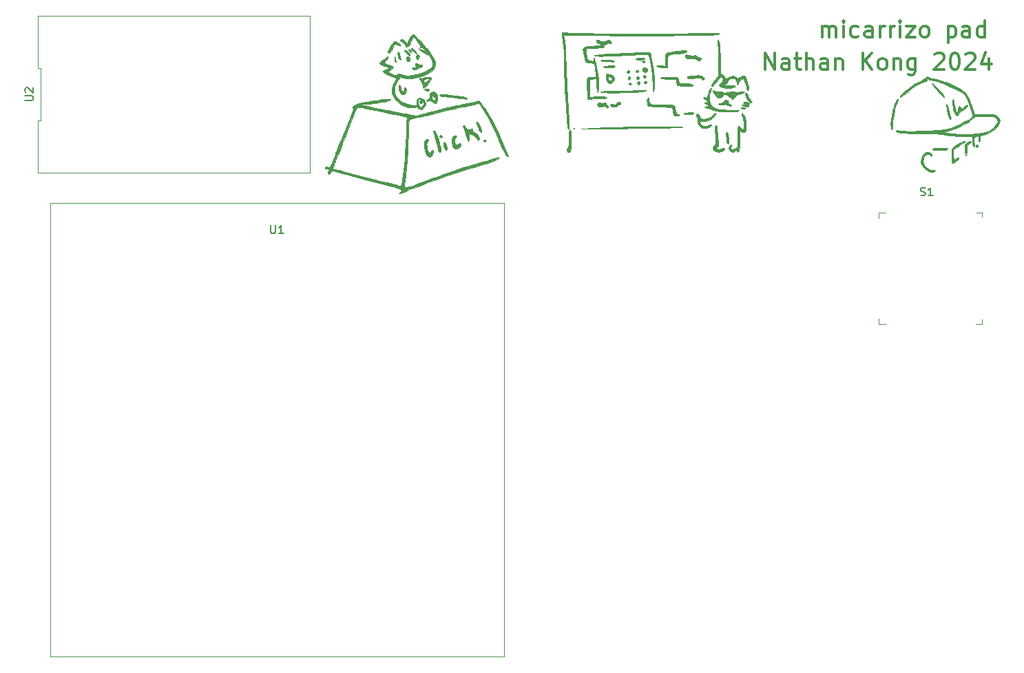
<source format=gbr>
G04 #@! TF.GenerationSoftware,KiCad,Pcbnew,(5.1.4)-1*
G04 #@! TF.CreationDate,2024-05-04T17:29:15-04:00*
G04 #@! TF.ProjectId,micarrizo-pad,6d696361-7272-4697-9a6f-2d7061642e6b,rev?*
G04 #@! TF.SameCoordinates,Original*
G04 #@! TF.FileFunction,Legend,Top*
G04 #@! TF.FilePolarity,Positive*
%FSLAX46Y46*%
G04 Gerber Fmt 4.6, Leading zero omitted, Abs format (unit mm)*
G04 Created by KiCad (PCBNEW (5.1.4)-1) date 2024-05-04 17:29:15*
%MOMM*%
%LPD*%
G04 APERTURE LIST*
%ADD10C,0.300000*%
%ADD11C,0.010000*%
%ADD12C,0.120000*%
%ADD13C,0.100000*%
%ADD14C,0.150000*%
G04 APERTURE END LIST*
D10*
X120334226Y-40592261D02*
X120334226Y-38592261D01*
X121477083Y-40592261D01*
X121477083Y-38592261D01*
X123286607Y-40592261D02*
X123286607Y-39544642D01*
X123191369Y-39354166D01*
X123000892Y-39258928D01*
X122619940Y-39258928D01*
X122429464Y-39354166D01*
X123286607Y-40497023D02*
X123096130Y-40592261D01*
X122619940Y-40592261D01*
X122429464Y-40497023D01*
X122334226Y-40306547D01*
X122334226Y-40116071D01*
X122429464Y-39925595D01*
X122619940Y-39830357D01*
X123096130Y-39830357D01*
X123286607Y-39735119D01*
X123953273Y-39258928D02*
X124715178Y-39258928D01*
X124238988Y-38592261D02*
X124238988Y-40306547D01*
X124334226Y-40497023D01*
X124524702Y-40592261D01*
X124715178Y-40592261D01*
X125381845Y-40592261D02*
X125381845Y-38592261D01*
X126238988Y-40592261D02*
X126238988Y-39544642D01*
X126143750Y-39354166D01*
X125953273Y-39258928D01*
X125667559Y-39258928D01*
X125477083Y-39354166D01*
X125381845Y-39449404D01*
X128048511Y-40592261D02*
X128048511Y-39544642D01*
X127953273Y-39354166D01*
X127762797Y-39258928D01*
X127381845Y-39258928D01*
X127191369Y-39354166D01*
X128048511Y-40497023D02*
X127858035Y-40592261D01*
X127381845Y-40592261D01*
X127191369Y-40497023D01*
X127096130Y-40306547D01*
X127096130Y-40116071D01*
X127191369Y-39925595D01*
X127381845Y-39830357D01*
X127858035Y-39830357D01*
X128048511Y-39735119D01*
X129000892Y-39258928D02*
X129000892Y-40592261D01*
X129000892Y-39449404D02*
X129096130Y-39354166D01*
X129286607Y-39258928D01*
X129572321Y-39258928D01*
X129762797Y-39354166D01*
X129858035Y-39544642D01*
X129858035Y-40592261D01*
X132334226Y-40592261D02*
X132334226Y-38592261D01*
X133477083Y-40592261D02*
X132619940Y-39449404D01*
X133477083Y-38592261D02*
X132334226Y-39735119D01*
X134619940Y-40592261D02*
X134429464Y-40497023D01*
X134334226Y-40401785D01*
X134238988Y-40211309D01*
X134238988Y-39639880D01*
X134334226Y-39449404D01*
X134429464Y-39354166D01*
X134619940Y-39258928D01*
X134905654Y-39258928D01*
X135096130Y-39354166D01*
X135191369Y-39449404D01*
X135286607Y-39639880D01*
X135286607Y-40211309D01*
X135191369Y-40401785D01*
X135096130Y-40497023D01*
X134905654Y-40592261D01*
X134619940Y-40592261D01*
X136143750Y-39258928D02*
X136143750Y-40592261D01*
X136143750Y-39449404D02*
X136238988Y-39354166D01*
X136429464Y-39258928D01*
X136715178Y-39258928D01*
X136905654Y-39354166D01*
X137000892Y-39544642D01*
X137000892Y-40592261D01*
X138810416Y-39258928D02*
X138810416Y-40877976D01*
X138715178Y-41068452D01*
X138619940Y-41163690D01*
X138429464Y-41258928D01*
X138143750Y-41258928D01*
X137953273Y-41163690D01*
X138810416Y-40497023D02*
X138619940Y-40592261D01*
X138238988Y-40592261D01*
X138048511Y-40497023D01*
X137953273Y-40401785D01*
X137858035Y-40211309D01*
X137858035Y-39639880D01*
X137953273Y-39449404D01*
X138048511Y-39354166D01*
X138238988Y-39258928D01*
X138619940Y-39258928D01*
X138810416Y-39354166D01*
X141191369Y-38782738D02*
X141286607Y-38687500D01*
X141477083Y-38592261D01*
X141953273Y-38592261D01*
X142143750Y-38687500D01*
X142238988Y-38782738D01*
X142334226Y-38973214D01*
X142334226Y-39163690D01*
X142238988Y-39449404D01*
X141096130Y-40592261D01*
X142334226Y-40592261D01*
X143572321Y-38592261D02*
X143762797Y-38592261D01*
X143953273Y-38687500D01*
X144048511Y-38782738D01*
X144143750Y-38973214D01*
X144238988Y-39354166D01*
X144238988Y-39830357D01*
X144143750Y-40211309D01*
X144048511Y-40401785D01*
X143953273Y-40497023D01*
X143762797Y-40592261D01*
X143572321Y-40592261D01*
X143381845Y-40497023D01*
X143286607Y-40401785D01*
X143191369Y-40211309D01*
X143096130Y-39830357D01*
X143096130Y-39354166D01*
X143191369Y-38973214D01*
X143286607Y-38782738D01*
X143381845Y-38687500D01*
X143572321Y-38592261D01*
X145000892Y-38782738D02*
X145096130Y-38687500D01*
X145286607Y-38592261D01*
X145762797Y-38592261D01*
X145953273Y-38687500D01*
X146048511Y-38782738D01*
X146143750Y-38973214D01*
X146143750Y-39163690D01*
X146048511Y-39449404D01*
X144905654Y-40592261D01*
X146143750Y-40592261D01*
X147858035Y-39258928D02*
X147858035Y-40592261D01*
X147381845Y-38497023D02*
X146905654Y-39925595D01*
X148143750Y-39925595D01*
X127318750Y-36623511D02*
X127318750Y-35290178D01*
X127318750Y-35480654D02*
X127413988Y-35385416D01*
X127604464Y-35290178D01*
X127890178Y-35290178D01*
X128080654Y-35385416D01*
X128175892Y-35575892D01*
X128175892Y-36623511D01*
X128175892Y-35575892D02*
X128271130Y-35385416D01*
X128461607Y-35290178D01*
X128747321Y-35290178D01*
X128937797Y-35385416D01*
X129033035Y-35575892D01*
X129033035Y-36623511D01*
X129985416Y-36623511D02*
X129985416Y-35290178D01*
X129985416Y-34623511D02*
X129890178Y-34718750D01*
X129985416Y-34813988D01*
X130080654Y-34718750D01*
X129985416Y-34623511D01*
X129985416Y-34813988D01*
X131794940Y-36528273D02*
X131604464Y-36623511D01*
X131223511Y-36623511D01*
X131033035Y-36528273D01*
X130937797Y-36433035D01*
X130842559Y-36242559D01*
X130842559Y-35671130D01*
X130937797Y-35480654D01*
X131033035Y-35385416D01*
X131223511Y-35290178D01*
X131604464Y-35290178D01*
X131794940Y-35385416D01*
X133509226Y-36623511D02*
X133509226Y-35575892D01*
X133413988Y-35385416D01*
X133223511Y-35290178D01*
X132842559Y-35290178D01*
X132652083Y-35385416D01*
X133509226Y-36528273D02*
X133318750Y-36623511D01*
X132842559Y-36623511D01*
X132652083Y-36528273D01*
X132556845Y-36337797D01*
X132556845Y-36147321D01*
X132652083Y-35956845D01*
X132842559Y-35861607D01*
X133318750Y-35861607D01*
X133509226Y-35766369D01*
X134461607Y-36623511D02*
X134461607Y-35290178D01*
X134461607Y-35671130D02*
X134556845Y-35480654D01*
X134652083Y-35385416D01*
X134842559Y-35290178D01*
X135033035Y-35290178D01*
X135699702Y-36623511D02*
X135699702Y-35290178D01*
X135699702Y-35671130D02*
X135794940Y-35480654D01*
X135890178Y-35385416D01*
X136080654Y-35290178D01*
X136271130Y-35290178D01*
X136937797Y-36623511D02*
X136937797Y-35290178D01*
X136937797Y-34623511D02*
X136842559Y-34718750D01*
X136937797Y-34813988D01*
X137033035Y-34718750D01*
X136937797Y-34623511D01*
X136937797Y-34813988D01*
X137699702Y-35290178D02*
X138747321Y-35290178D01*
X137699702Y-36623511D01*
X138747321Y-36623511D01*
X139794940Y-36623511D02*
X139604464Y-36528273D01*
X139509226Y-36433035D01*
X139413988Y-36242559D01*
X139413988Y-35671130D01*
X139509226Y-35480654D01*
X139604464Y-35385416D01*
X139794940Y-35290178D01*
X140080654Y-35290178D01*
X140271130Y-35385416D01*
X140366369Y-35480654D01*
X140461607Y-35671130D01*
X140461607Y-36242559D01*
X140366369Y-36433035D01*
X140271130Y-36528273D01*
X140080654Y-36623511D01*
X139794940Y-36623511D01*
X142842559Y-35290178D02*
X142842559Y-37290178D01*
X142842559Y-35385416D02*
X143033035Y-35290178D01*
X143413988Y-35290178D01*
X143604464Y-35385416D01*
X143699702Y-35480654D01*
X143794940Y-35671130D01*
X143794940Y-36242559D01*
X143699702Y-36433035D01*
X143604464Y-36528273D01*
X143413988Y-36623511D01*
X143033035Y-36623511D01*
X142842559Y-36528273D01*
X145509226Y-36623511D02*
X145509226Y-35575892D01*
X145413988Y-35385416D01*
X145223511Y-35290178D01*
X144842559Y-35290178D01*
X144652083Y-35385416D01*
X145509226Y-36528273D02*
X145318750Y-36623511D01*
X144842559Y-36623511D01*
X144652083Y-36528273D01*
X144556845Y-36337797D01*
X144556845Y-36147321D01*
X144652083Y-35956845D01*
X144842559Y-35861607D01*
X145318750Y-35861607D01*
X145509226Y-35766369D01*
X147318750Y-36623511D02*
X147318750Y-34623511D01*
X147318750Y-36528273D02*
X147128273Y-36623511D01*
X146747321Y-36623511D01*
X146556845Y-36528273D01*
X146461607Y-36433035D01*
X146366369Y-36242559D01*
X146366369Y-35671130D01*
X146461607Y-35480654D01*
X146556845Y-35385416D01*
X146747321Y-35290178D01*
X147128273Y-35290178D01*
X147318750Y-35385416D01*
D11*
G36*
X76647069Y-38181442D02*
G01*
X76654496Y-38188782D01*
X76772451Y-38346910D01*
X76800497Y-38468093D01*
X76730351Y-38498253D01*
X76621168Y-38406746D01*
X76503539Y-38240978D01*
X76472120Y-38125451D01*
X76521700Y-38094246D01*
X76647069Y-38181442D01*
X76647069Y-38181442D01*
G37*
X76647069Y-38181442D02*
X76654496Y-38188782D01*
X76772451Y-38346910D01*
X76800497Y-38468093D01*
X76730351Y-38498253D01*
X76621168Y-38406746D01*
X76503539Y-38240978D01*
X76472120Y-38125451D01*
X76521700Y-38094246D01*
X76647069Y-38181442D01*
G36*
X74905328Y-37164738D02*
G01*
X75123747Y-37284084D01*
X75335640Y-37432361D01*
X75476966Y-37568141D01*
X75496984Y-37602583D01*
X75488624Y-37695447D01*
X75351236Y-37682681D01*
X75108428Y-37575173D01*
X74921365Y-37499742D01*
X74803704Y-37491015D01*
X74796885Y-37495809D01*
X74731649Y-37593905D01*
X74614894Y-37796351D01*
X74487253Y-38030723D01*
X74319888Y-38299430D01*
X74159477Y-38480181D01*
X74028349Y-38556912D01*
X73948836Y-38513560D01*
X73935167Y-38427897D01*
X73977764Y-38272582D01*
X74088440Y-38037915D01*
X74241523Y-37765522D01*
X74411342Y-37497027D01*
X74572226Y-37274055D01*
X74698502Y-37138231D01*
X74744422Y-37115750D01*
X74905328Y-37164738D01*
X74905328Y-37164738D01*
G37*
X74905328Y-37164738D02*
X75123747Y-37284084D01*
X75335640Y-37432361D01*
X75476966Y-37568141D01*
X75496984Y-37602583D01*
X75488624Y-37695447D01*
X75351236Y-37682681D01*
X75108428Y-37575173D01*
X74921365Y-37499742D01*
X74803704Y-37491015D01*
X74796885Y-37495809D01*
X74731649Y-37593905D01*
X74614894Y-37796351D01*
X74487253Y-38030723D01*
X74319888Y-38299430D01*
X74159477Y-38480181D01*
X74028349Y-38556912D01*
X73948836Y-38513560D01*
X73935167Y-38427897D01*
X73977764Y-38272582D01*
X74088440Y-38037915D01*
X74241523Y-37765522D01*
X74411342Y-37497027D01*
X74572226Y-37274055D01*
X74698502Y-37138231D01*
X74744422Y-37115750D01*
X74905328Y-37164738D01*
G36*
X76988624Y-38020748D02*
G01*
X77145198Y-38163715D01*
X77308288Y-38343275D01*
X77434566Y-38511384D01*
X77480705Y-38620001D01*
X77479500Y-38625070D01*
X77404745Y-38625125D01*
X77247316Y-38532341D01*
X77131330Y-38441904D01*
X76930300Y-38244890D01*
X76822519Y-38082092D01*
X76822503Y-37981410D01*
X76881891Y-37962417D01*
X76988624Y-38020748D01*
X76988624Y-38020748D01*
G37*
X76988624Y-38020748D02*
X77145198Y-38163715D01*
X77308288Y-38343275D01*
X77434566Y-38511384D01*
X77480705Y-38620001D01*
X77479500Y-38625070D01*
X77404745Y-38625125D01*
X77247316Y-38532341D01*
X77131330Y-38441904D01*
X76930300Y-38244890D01*
X76822519Y-38082092D01*
X76822503Y-37981410D01*
X76881891Y-37962417D01*
X76988624Y-38020748D01*
G36*
X77852700Y-38040028D02*
G01*
X78100746Y-38149208D01*
X78239408Y-38223960D01*
X78561020Y-38416648D01*
X78751349Y-38564516D01*
X78835031Y-38688800D01*
X78844537Y-38745583D01*
X78823546Y-38794304D01*
X78741840Y-38780279D01*
X78576011Y-38692886D01*
X78302648Y-38521508D01*
X78192827Y-38449939D01*
X77903421Y-38242426D01*
X77751774Y-38097617D01*
X77735621Y-38026491D01*
X77852700Y-38040028D01*
X77852700Y-38040028D01*
G37*
X77852700Y-38040028D02*
X78100746Y-38149208D01*
X78239408Y-38223960D01*
X78561020Y-38416648D01*
X78751349Y-38564516D01*
X78835031Y-38688800D01*
X78844537Y-38745583D01*
X78823546Y-38794304D01*
X78741840Y-38780279D01*
X78576011Y-38692886D01*
X78302648Y-38521508D01*
X78192827Y-38449939D01*
X77903421Y-38242426D01*
X77751774Y-38097617D01*
X77735621Y-38026491D01*
X77852700Y-38040028D01*
G36*
X76211462Y-38277624D02*
G01*
X76384992Y-38424714D01*
X76545065Y-38602887D01*
X76637827Y-38757343D01*
X76644500Y-38792549D01*
X76609170Y-38884876D01*
X76497749Y-38845120D01*
X76302090Y-38669501D01*
X76239797Y-38604709D01*
X76051207Y-38393433D01*
X75978314Y-38273741D01*
X76011737Y-38223072D01*
X76078326Y-38216417D01*
X76211462Y-38277624D01*
X76211462Y-38277624D01*
G37*
X76211462Y-38277624D02*
X76384992Y-38424714D01*
X76545065Y-38602887D01*
X76637827Y-38757343D01*
X76644500Y-38792549D01*
X76609170Y-38884876D01*
X76497749Y-38845120D01*
X76302090Y-38669501D01*
X76239797Y-38604709D01*
X76051207Y-38393433D01*
X75978314Y-38273741D01*
X76011737Y-38223072D01*
X76078326Y-38216417D01*
X76211462Y-38277624D01*
G36*
X105448676Y-39179192D02*
G01*
X105510838Y-39234587D01*
X105515834Y-39270710D01*
X105482546Y-39343321D01*
X105360848Y-39383942D01*
X105117985Y-39400274D01*
X104958445Y-39401750D01*
X104643097Y-39392146D01*
X104475290Y-39360519D01*
X104434169Y-39302643D01*
X104435998Y-39295917D01*
X104540814Y-39228377D01*
X104787394Y-39181020D01*
X104993387Y-39164876D01*
X105287746Y-39158296D01*
X105448676Y-39179192D01*
X105448676Y-39179192D01*
G37*
X105448676Y-39179192D02*
X105510838Y-39234587D01*
X105515834Y-39270710D01*
X105482546Y-39343321D01*
X105360848Y-39383942D01*
X105117985Y-39400274D01*
X104958445Y-39401750D01*
X104643097Y-39392146D01*
X104475290Y-39360519D01*
X104434169Y-39302643D01*
X104435998Y-39295917D01*
X104540814Y-39228377D01*
X104787394Y-39181020D01*
X104993387Y-39164876D01*
X105287746Y-39158296D01*
X105448676Y-39179192D01*
G36*
X77768022Y-38850822D02*
G01*
X77791280Y-39037665D01*
X77761905Y-39234200D01*
X77684633Y-39366599D01*
X77646567Y-39384239D01*
X77507961Y-39336737D01*
X77451377Y-39240430D01*
X77443336Y-39054799D01*
X77505663Y-38873254D01*
X77608877Y-38757366D01*
X77687399Y-38747494D01*
X77768022Y-38850822D01*
X77768022Y-38850822D01*
G37*
X77768022Y-38850822D02*
X77791280Y-39037665D01*
X77761905Y-39234200D01*
X77684633Y-39366599D01*
X77646567Y-39384239D01*
X77507961Y-39336737D01*
X77451377Y-39240430D01*
X77443336Y-39054799D01*
X77505663Y-38873254D01*
X77608877Y-38757366D01*
X77687399Y-38747494D01*
X77768022Y-38850822D01*
G36*
X75255498Y-38480447D02*
G01*
X75330584Y-38645571D01*
X75363188Y-38756900D01*
X75432225Y-39015426D01*
X75493530Y-39219700D01*
X75509033Y-39263849D01*
X75511528Y-39379420D01*
X75425894Y-39389905D01*
X75309773Y-39295917D01*
X75235538Y-39139341D01*
X75179821Y-38911401D01*
X75151531Y-38675619D01*
X75159579Y-38495515D01*
X75189406Y-38437824D01*
X75255498Y-38480447D01*
X75255498Y-38480447D01*
G37*
X75255498Y-38480447D02*
X75330584Y-38645571D01*
X75363188Y-38756900D01*
X75432225Y-39015426D01*
X75493530Y-39219700D01*
X75509033Y-39263849D01*
X75511528Y-39379420D01*
X75425894Y-39389905D01*
X75309773Y-39295917D01*
X75235538Y-39139341D01*
X75179821Y-38911401D01*
X75151531Y-38675619D01*
X75159579Y-38495515D01*
X75189406Y-38437824D01*
X75255498Y-38480447D01*
G36*
X110726401Y-38814855D02*
G01*
X110841452Y-38868341D01*
X110911462Y-38855728D01*
X111081422Y-38861715D01*
X111159405Y-38904737D01*
X111297465Y-38960328D01*
X111491754Y-38905956D01*
X111502184Y-38901250D01*
X111680943Y-38846111D01*
X111836742Y-38889564D01*
X111961915Y-38973468D01*
X112159355Y-39093019D01*
X112319780Y-39147434D01*
X112328072Y-39147750D01*
X112439781Y-39200585D01*
X112443500Y-39320583D01*
X112345554Y-39449980D01*
X112291107Y-39485378D01*
X112132920Y-39525176D01*
X111982174Y-39432942D01*
X111962236Y-39413486D01*
X111843881Y-39325616D01*
X111682266Y-39281990D01*
X111428994Y-39274017D01*
X111223033Y-39282238D01*
X110874642Y-39288694D01*
X110661675Y-39252425D01*
X110552273Y-39156960D01*
X110514572Y-38985829D01*
X110512463Y-38914917D01*
X110552165Y-38757408D01*
X110646233Y-38733946D01*
X110726401Y-38814855D01*
X110726401Y-38814855D01*
G37*
X110726401Y-38814855D02*
X110841452Y-38868341D01*
X110911462Y-38855728D01*
X111081422Y-38861715D01*
X111159405Y-38904737D01*
X111297465Y-38960328D01*
X111491754Y-38905956D01*
X111502184Y-38901250D01*
X111680943Y-38846111D01*
X111836742Y-38889564D01*
X111961915Y-38973468D01*
X112159355Y-39093019D01*
X112319780Y-39147434D01*
X112328072Y-39147750D01*
X112439781Y-39200585D01*
X112443500Y-39320583D01*
X112345554Y-39449980D01*
X112291107Y-39485378D01*
X112132920Y-39525176D01*
X111982174Y-39432942D01*
X111962236Y-39413486D01*
X111843881Y-39325616D01*
X111682266Y-39281990D01*
X111428994Y-39274017D01*
X111223033Y-39282238D01*
X110874642Y-39288694D01*
X110661675Y-39252425D01*
X110552273Y-39156960D01*
X110514572Y-38985829D01*
X110512463Y-38914917D01*
X110552165Y-38757408D01*
X110646233Y-38733946D01*
X110726401Y-38814855D01*
G36*
X100895560Y-39419606D02*
G01*
X101338675Y-39441746D01*
X101622614Y-39478432D01*
X101757024Y-39531104D01*
X101769526Y-39549917D01*
X101731755Y-39624428D01*
X101543194Y-39640788D01*
X101522389Y-39639741D01*
X101277864Y-39625500D01*
X100951794Y-39606055D01*
X100732167Y-39592759D01*
X100372824Y-39559509D01*
X100175438Y-39518475D01*
X100133286Y-39476778D01*
X100239649Y-39441540D01*
X100487806Y-39419882D01*
X100871037Y-39418927D01*
X100895560Y-39419606D01*
X100895560Y-39419606D01*
G37*
X100895560Y-39419606D02*
X101338675Y-39441746D01*
X101622614Y-39478432D01*
X101757024Y-39531104D01*
X101769526Y-39549917D01*
X101731755Y-39624428D01*
X101543194Y-39640788D01*
X101522389Y-39639741D01*
X101277864Y-39625500D01*
X100951794Y-39606055D01*
X100732167Y-39592759D01*
X100372824Y-39559509D01*
X100175438Y-39518475D01*
X100133286Y-39476778D01*
X100239649Y-39441540D01*
X100487806Y-39419882D01*
X100871037Y-39418927D01*
X100895560Y-39419606D01*
G36*
X76507916Y-39017992D02*
G01*
X76605412Y-39160416D01*
X76624100Y-39395220D01*
X76560131Y-39584976D01*
X76439469Y-39628502D01*
X76323825Y-39555208D01*
X76235842Y-39382922D01*
X76233977Y-39182659D01*
X76313610Y-39031569D01*
X76356712Y-39005755D01*
X76507916Y-39017992D01*
X76507916Y-39017992D01*
G37*
X76507916Y-39017992D02*
X76605412Y-39160416D01*
X76624100Y-39395220D01*
X76560131Y-39584976D01*
X76439469Y-39628502D01*
X76323825Y-39555208D01*
X76235842Y-39382922D01*
X76233977Y-39182659D01*
X76313610Y-39031569D01*
X76356712Y-39005755D01*
X76507916Y-39017992D01*
G36*
X105537141Y-39578698D02*
G01*
X105579334Y-39634583D01*
X105537656Y-39716916D01*
X105388834Y-39740417D01*
X105223990Y-39708016D01*
X105198334Y-39634583D01*
X105301513Y-39544816D01*
X105388834Y-39528750D01*
X105537141Y-39578698D01*
X105537141Y-39578698D01*
G37*
X105537141Y-39578698D02*
X105579334Y-39634583D01*
X105537656Y-39716916D01*
X105388834Y-39740417D01*
X105223990Y-39708016D01*
X105198334Y-39634583D01*
X105301513Y-39544816D01*
X105388834Y-39528750D01*
X105537141Y-39578698D01*
G36*
X74832266Y-39087839D02*
G01*
X74876708Y-39290624D01*
X74880518Y-39311741D01*
X74916250Y-39578533D01*
X74908492Y-39710992D01*
X74862150Y-39698275D01*
X74782133Y-39529538D01*
X74782046Y-39529309D01*
X74735821Y-39295800D01*
X74753075Y-39115400D01*
X74794735Y-39035100D01*
X74832266Y-39087839D01*
X74832266Y-39087839D01*
G37*
X74832266Y-39087839D02*
X74876708Y-39290624D01*
X74880518Y-39311741D01*
X74916250Y-39578533D01*
X74908492Y-39710992D01*
X74862150Y-39698275D01*
X74782133Y-39529538D01*
X74782046Y-39529309D01*
X74735821Y-39295800D01*
X74753075Y-39115400D01*
X74794735Y-39035100D01*
X74832266Y-39087839D01*
G36*
X110578524Y-38267000D02*
G01*
X110606778Y-38278161D01*
X110638311Y-38387227D01*
X110501573Y-38482617D01*
X110197090Y-38564143D01*
X109725387Y-38631620D01*
X109564657Y-38647854D01*
X109076215Y-38695264D01*
X108731875Y-38743672D01*
X108507397Y-38812368D01*
X108378539Y-38920642D01*
X108321060Y-39087785D01*
X108310722Y-39333089D01*
X108321702Y-39637005D01*
X108334668Y-39990904D01*
X108332436Y-40209190D01*
X108306892Y-40325436D01*
X108249924Y-40373213D01*
X108153419Y-40386094D01*
X108140500Y-40386797D01*
X107878500Y-40381616D01*
X107717167Y-40363963D01*
X107475735Y-40324930D01*
X107230334Y-40285246D01*
X107043150Y-40230115D01*
X106955977Y-40155460D01*
X106955167Y-40148221D01*
X107027585Y-40099332D01*
X107250310Y-40092096D01*
X107505500Y-40112082D01*
X108055834Y-40168466D01*
X108055834Y-39407087D01*
X108060855Y-39032479D01*
X108079979Y-38792509D01*
X108119293Y-38652669D01*
X108184884Y-38578453D01*
X108204000Y-38567210D01*
X108362624Y-38516314D01*
X108636818Y-38460084D01*
X108988539Y-38403098D01*
X109379743Y-38349932D01*
X109772388Y-38305162D01*
X110128428Y-38273366D01*
X110409822Y-38259120D01*
X110578524Y-38267000D01*
X110578524Y-38267000D01*
G37*
X110578524Y-38267000D02*
X110606778Y-38278161D01*
X110638311Y-38387227D01*
X110501573Y-38482617D01*
X110197090Y-38564143D01*
X109725387Y-38631620D01*
X109564657Y-38647854D01*
X109076215Y-38695264D01*
X108731875Y-38743672D01*
X108507397Y-38812368D01*
X108378539Y-38920642D01*
X108321060Y-39087785D01*
X108310722Y-39333089D01*
X108321702Y-39637005D01*
X108334668Y-39990904D01*
X108332436Y-40209190D01*
X108306892Y-40325436D01*
X108249924Y-40373213D01*
X108153419Y-40386094D01*
X108140500Y-40386797D01*
X107878500Y-40381616D01*
X107717167Y-40363963D01*
X107475735Y-40324930D01*
X107230334Y-40285246D01*
X107043150Y-40230115D01*
X106955977Y-40155460D01*
X106955167Y-40148221D01*
X107027585Y-40099332D01*
X107250310Y-40092096D01*
X107505500Y-40112082D01*
X108055834Y-40168466D01*
X108055834Y-39407087D01*
X108060855Y-39032479D01*
X108079979Y-38792509D01*
X108119293Y-38652669D01*
X108184884Y-38578453D01*
X108204000Y-38567210D01*
X108362624Y-38516314D01*
X108636818Y-38460084D01*
X108988539Y-38403098D01*
X109379743Y-38349932D01*
X109772388Y-38305162D01*
X110128428Y-38273366D01*
X110409822Y-38259120D01*
X110578524Y-38267000D01*
G36*
X101854079Y-40148323D02*
G01*
X101867296Y-40192761D01*
X101809002Y-40263781D01*
X101669990Y-40322085D01*
X101420523Y-40365217D01*
X101119164Y-40388296D01*
X100824480Y-40386442D01*
X100626334Y-40362345D01*
X100457389Y-40307151D01*
X100447620Y-40252984D01*
X100586899Y-40204159D01*
X100865098Y-40164995D01*
X101134334Y-40145779D01*
X101511406Y-40128996D01*
X101743385Y-40128456D01*
X101854079Y-40148323D01*
X101854079Y-40148323D01*
G37*
X101854079Y-40148323D02*
X101867296Y-40192761D01*
X101809002Y-40263781D01*
X101669990Y-40322085D01*
X101420523Y-40365217D01*
X101119164Y-40388296D01*
X100824480Y-40386442D01*
X100626334Y-40362345D01*
X100457389Y-40307151D01*
X100447620Y-40252984D01*
X100586899Y-40204159D01*
X100865098Y-40164995D01*
X101134334Y-40145779D01*
X101511406Y-40128996D01*
X101743385Y-40128456D01*
X101854079Y-40148323D01*
G36*
X77602070Y-39891361D02*
G01*
X77665017Y-39957526D01*
X77844675Y-40050860D01*
X77978568Y-40038860D01*
X78126416Y-40023635D01*
X78158871Y-40102026D01*
X78153318Y-40139251D01*
X78056025Y-40271315D01*
X77940950Y-40316999D01*
X77744451Y-40392469D01*
X77656282Y-40465166D01*
X77510927Y-40544318D01*
X77289059Y-40584628D01*
X77072920Y-40578417D01*
X76954945Y-40530639D01*
X76899990Y-40415159D01*
X77000285Y-40347135D01*
X77150384Y-40333083D01*
X77323083Y-40317829D01*
X77373310Y-40236802D01*
X77351467Y-40079083D01*
X77356542Y-39883369D01*
X77451399Y-39816405D01*
X77602070Y-39891361D01*
X77602070Y-39891361D01*
G37*
X77602070Y-39891361D02*
X77665017Y-39957526D01*
X77844675Y-40050860D01*
X77978568Y-40038860D01*
X78126416Y-40023635D01*
X78158871Y-40102026D01*
X78153318Y-40139251D01*
X78056025Y-40271315D01*
X77940950Y-40316999D01*
X77744451Y-40392469D01*
X77656282Y-40465166D01*
X77510927Y-40544318D01*
X77289059Y-40584628D01*
X77072920Y-40578417D01*
X76954945Y-40530639D01*
X76899990Y-40415159D01*
X77000285Y-40347135D01*
X77150384Y-40333083D01*
X77323083Y-40317829D01*
X77373310Y-40236802D01*
X77351467Y-40079083D01*
X77356542Y-39883369D01*
X77451399Y-39816405D01*
X77602070Y-39891361D01*
G36*
X105543355Y-40360738D02*
G01*
X105633559Y-40398118D01*
X105817407Y-40535850D01*
X105837820Y-40699961D01*
X105752900Y-40824150D01*
X105562216Y-40919469D01*
X105369219Y-40877623D01*
X105268093Y-40768112D01*
X105235923Y-40577045D01*
X105298172Y-40453963D01*
X105406539Y-40350755D01*
X105543355Y-40360738D01*
X105543355Y-40360738D01*
G37*
X105543355Y-40360738D02*
X105633559Y-40398118D01*
X105817407Y-40535850D01*
X105837820Y-40699961D01*
X105752900Y-40824150D01*
X105562216Y-40919469D01*
X105369219Y-40877623D01*
X105268093Y-40768112D01*
X105235923Y-40577045D01*
X105298172Y-40453963D01*
X105406539Y-40350755D01*
X105543355Y-40360738D01*
G36*
X104726598Y-40718815D02*
G01*
X104738875Y-40812900D01*
X104658656Y-40956500D01*
X104533284Y-40990777D01*
X104473375Y-40955736D01*
X104413397Y-40810477D01*
X104489170Y-40696283D01*
X104590708Y-40671750D01*
X104726598Y-40718815D01*
X104726598Y-40718815D01*
G37*
X104726598Y-40718815D02*
X104738875Y-40812900D01*
X104658656Y-40956500D01*
X104533284Y-40990777D01*
X104473375Y-40955736D01*
X104413397Y-40810477D01*
X104489170Y-40696283D01*
X104590708Y-40671750D01*
X104726598Y-40718815D01*
G36*
X103534444Y-40728975D02*
G01*
X103643448Y-40830617D01*
X103625170Y-40949444D01*
X103493135Y-41010248D01*
X103483834Y-41010417D01*
X103346471Y-40963343D01*
X103314500Y-40897528D01*
X103365524Y-40739480D01*
X103508556Y-40720186D01*
X103534444Y-40728975D01*
X103534444Y-40728975D01*
G37*
X103534444Y-40728975D02*
X103643448Y-40830617D01*
X103625170Y-40949444D01*
X103493135Y-41010248D01*
X103483834Y-41010417D01*
X103346471Y-40963343D01*
X103314500Y-40897528D01*
X103365524Y-40739480D01*
X103508556Y-40720186D01*
X103534444Y-40728975D01*
G36*
X105635382Y-41377134D02*
G01*
X105669049Y-41454917D01*
X105639597Y-41574928D01*
X105515834Y-41603083D01*
X105376873Y-41560232D01*
X105362618Y-41454917D01*
X105446104Y-41328958D01*
X105515834Y-41306750D01*
X105635382Y-41377134D01*
X105635382Y-41377134D01*
G37*
X105635382Y-41377134D02*
X105669049Y-41454917D01*
X105639597Y-41574928D01*
X105515834Y-41603083D01*
X105376873Y-41560232D01*
X105362618Y-41454917D01*
X105446104Y-41328958D01*
X105515834Y-41306750D01*
X105635382Y-41377134D01*
G36*
X112321714Y-41334370D02*
G01*
X112420802Y-41350845D01*
X112624954Y-41463251D01*
X112780670Y-41607976D01*
X112844699Y-41740317D01*
X112835282Y-41779242D01*
X112707473Y-41853561D01*
X112541418Y-41806018D01*
X112463551Y-41736169D01*
X112349594Y-41667810D01*
X112135184Y-41640141D01*
X111797018Y-41648177D01*
X111474632Y-41673425D01*
X111197313Y-41706496D01*
X111041362Y-41736363D01*
X110869693Y-41739734D01*
X110798069Y-41651371D01*
X110773061Y-41510353D01*
X110787730Y-41467631D01*
X110902565Y-41429175D01*
X111138299Y-41392599D01*
X111446507Y-41361368D01*
X111778763Y-41338944D01*
X112086641Y-41328791D01*
X112321714Y-41334370D01*
X112321714Y-41334370D01*
G37*
X112321714Y-41334370D02*
X112420802Y-41350845D01*
X112624954Y-41463251D01*
X112780670Y-41607976D01*
X112844699Y-41740317D01*
X112835282Y-41779242D01*
X112707473Y-41853561D01*
X112541418Y-41806018D01*
X112463551Y-41736169D01*
X112349594Y-41667810D01*
X112135184Y-41640141D01*
X111797018Y-41648177D01*
X111474632Y-41673425D01*
X111197313Y-41706496D01*
X111041362Y-41736363D01*
X110869693Y-41739734D01*
X110798069Y-41651371D01*
X110773061Y-41510353D01*
X110787730Y-41467631D01*
X110902565Y-41429175D01*
X111138299Y-41392599D01*
X111446507Y-41361368D01*
X111778763Y-41338944D01*
X112086641Y-41328791D01*
X112321714Y-41334370D01*
G36*
X104730211Y-41468719D02*
G01*
X104765076Y-41495792D01*
X104818792Y-41635030D01*
X104781581Y-41783429D01*
X104675770Y-41856886D01*
X104669167Y-41857083D01*
X104564621Y-41789130D01*
X104528267Y-41724392D01*
X104524693Y-41567886D01*
X104608895Y-41466359D01*
X104730211Y-41468719D01*
X104730211Y-41468719D01*
G37*
X104730211Y-41468719D02*
X104765076Y-41495792D01*
X104818792Y-41635030D01*
X104781581Y-41783429D01*
X104675770Y-41856886D01*
X104669167Y-41857083D01*
X104564621Y-41789130D01*
X104528267Y-41724392D01*
X104524693Y-41567886D01*
X104608895Y-41466359D01*
X104730211Y-41468719D01*
G36*
X103662760Y-41482012D02*
G01*
X103725688Y-41595899D01*
X103737834Y-41692747D01*
X103677814Y-41825437D01*
X103549590Y-41852499D01*
X103439208Y-41768708D01*
X103437989Y-41647133D01*
X103519121Y-41524814D01*
X103628196Y-41471528D01*
X103662760Y-41482012D01*
X103662760Y-41482012D01*
G37*
X103662760Y-41482012D02*
X103725688Y-41595899D01*
X103737834Y-41692747D01*
X103677814Y-41825437D01*
X103549590Y-41852499D01*
X103439208Y-41768708D01*
X103437989Y-41647133D01*
X103519121Y-41524814D01*
X103628196Y-41471528D01*
X103662760Y-41482012D01*
G36*
X105742004Y-42086285D02*
G01*
X105769834Y-42195750D01*
X105708861Y-42335867D01*
X105574391Y-42361426D01*
X105487611Y-42308639D01*
X105429337Y-42165003D01*
X105503289Y-42050696D01*
X105600500Y-42026417D01*
X105742004Y-42086285D01*
X105742004Y-42086285D01*
G37*
X105742004Y-42086285D02*
X105769834Y-42195750D01*
X105708861Y-42335867D01*
X105574391Y-42361426D01*
X105487611Y-42308639D01*
X105429337Y-42165003D01*
X105503289Y-42050696D01*
X105600500Y-42026417D01*
X105742004Y-42086285D01*
G36*
X101184463Y-41195636D02*
G01*
X101279389Y-41230717D01*
X101600673Y-41412762D01*
X101764562Y-41631972D01*
X101767189Y-41876532D01*
X101604688Y-42134627D01*
X101582682Y-42157265D01*
X101363736Y-42326652D01*
X101178959Y-42339958D01*
X100994971Y-42196377D01*
X100949979Y-42141998D01*
X100849559Y-41942178D01*
X100787359Y-41681491D01*
X100785335Y-41652423D01*
X100991513Y-41652423D01*
X101051245Y-41844266D01*
X101070455Y-41905355D01*
X101169834Y-42009250D01*
X101322240Y-42008658D01*
X101462068Y-41919921D01*
X101521291Y-41793059D01*
X101488565Y-41618091D01*
X101351958Y-41529017D01*
X101132446Y-41485601D01*
X101003418Y-41536477D01*
X100991513Y-41652423D01*
X100785335Y-41652423D01*
X100769118Y-41419521D01*
X100800571Y-41215852D01*
X100853586Y-41140866D01*
X100974247Y-41140036D01*
X101184463Y-41195636D01*
X101184463Y-41195636D01*
G37*
X101184463Y-41195636D02*
X101279389Y-41230717D01*
X101600673Y-41412762D01*
X101764562Y-41631972D01*
X101767189Y-41876532D01*
X101604688Y-42134627D01*
X101582682Y-42157265D01*
X101363736Y-42326652D01*
X101178959Y-42339958D01*
X100994971Y-42196377D01*
X100949979Y-42141998D01*
X100849559Y-41942178D01*
X100787359Y-41681491D01*
X100785335Y-41652423D01*
X100991513Y-41652423D01*
X101051245Y-41844266D01*
X101070455Y-41905355D01*
X101169834Y-42009250D01*
X101322240Y-42008658D01*
X101462068Y-41919921D01*
X101521291Y-41793059D01*
X101488565Y-41618091D01*
X101351958Y-41529017D01*
X101132446Y-41485601D01*
X101003418Y-41536477D01*
X100991513Y-41652423D01*
X100785335Y-41652423D01*
X100769118Y-41419521D01*
X100800571Y-41215852D01*
X100853586Y-41140866D01*
X100974247Y-41140036D01*
X101184463Y-41195636D01*
G36*
X104785432Y-42050637D02*
G01*
X104878487Y-42143673D01*
X104909419Y-42291048D01*
X104874081Y-42416257D01*
X104807052Y-42449750D01*
X104663503Y-42405114D01*
X104631556Y-42372724D01*
X104614062Y-42236910D01*
X104672898Y-42102325D01*
X104770583Y-42047429D01*
X104785432Y-42050637D01*
X104785432Y-42050637D01*
G37*
X104785432Y-42050637D02*
X104878487Y-42143673D01*
X104909419Y-42291048D01*
X104874081Y-42416257D01*
X104807052Y-42449750D01*
X104663503Y-42405114D01*
X104631556Y-42372724D01*
X104614062Y-42236910D01*
X104672898Y-42102325D01*
X104770583Y-42047429D01*
X104785432Y-42050637D01*
G36*
X103842622Y-42292547D02*
G01*
X103864834Y-42359187D01*
X103806222Y-42485214D01*
X103684699Y-42513885D01*
X103626709Y-42479736D01*
X103565548Y-42344270D01*
X103613194Y-42233476D01*
X103716667Y-42211868D01*
X103842622Y-42292547D01*
X103842622Y-42292547D01*
G37*
X103842622Y-42292547D02*
X103864834Y-42359187D01*
X103806222Y-42485214D01*
X103684699Y-42513885D01*
X103626709Y-42479736D01*
X103565548Y-42344270D01*
X103613194Y-42233476D01*
X103716667Y-42211868D01*
X103842622Y-42292547D01*
G36*
X108815759Y-41522455D02*
G01*
X109157872Y-41540263D01*
X109429434Y-41567374D01*
X109591008Y-41603221D01*
X109618227Y-41624250D01*
X109653377Y-41774038D01*
X109696731Y-42004454D01*
X109703552Y-42044803D01*
X109750073Y-42248944D01*
X109825192Y-42326433D01*
X109972419Y-42319295D01*
X109985315Y-42316941D01*
X110182343Y-42304647D01*
X110484196Y-42312454D01*
X110827781Y-42338617D01*
X110849834Y-42340888D01*
X111194467Y-42386090D01*
X111395521Y-42437873D01*
X111478746Y-42504085D01*
X111484834Y-42534417D01*
X111463767Y-42600790D01*
X111384764Y-42643568D01*
X111224122Y-42664461D01*
X110958139Y-42665179D01*
X110563110Y-42647435D01*
X110214834Y-42626094D01*
X109452834Y-42576750D01*
X109427028Y-42174583D01*
X109401222Y-41772417D01*
X108654445Y-41772417D01*
X108140123Y-41761958D01*
X107755239Y-41731729D01*
X107511532Y-41683447D01*
X107420743Y-41618831D01*
X107427204Y-41592775D01*
X107530524Y-41555574D01*
X107760476Y-41530508D01*
X108077624Y-41517010D01*
X108442530Y-41514515D01*
X108815759Y-41522455D01*
X108815759Y-41522455D01*
G37*
X108815759Y-41522455D02*
X109157872Y-41540263D01*
X109429434Y-41567374D01*
X109591008Y-41603221D01*
X109618227Y-41624250D01*
X109653377Y-41774038D01*
X109696731Y-42004454D01*
X109703552Y-42044803D01*
X109750073Y-42248944D01*
X109825192Y-42326433D01*
X109972419Y-42319295D01*
X109985315Y-42316941D01*
X110182343Y-42304647D01*
X110484196Y-42312454D01*
X110827781Y-42338617D01*
X110849834Y-42340888D01*
X111194467Y-42386090D01*
X111395521Y-42437873D01*
X111478746Y-42504085D01*
X111484834Y-42534417D01*
X111463767Y-42600790D01*
X111384764Y-42643568D01*
X111224122Y-42664461D01*
X110958139Y-42665179D01*
X110563110Y-42647435D01*
X110214834Y-42626094D01*
X109452834Y-42576750D01*
X109427028Y-42174583D01*
X109401222Y-41772417D01*
X108654445Y-41772417D01*
X108140123Y-41761958D01*
X107755239Y-41731729D01*
X107511532Y-41683447D01*
X107420743Y-41618831D01*
X107427204Y-41592775D01*
X107530524Y-41555574D01*
X107760476Y-41530508D01*
X108077624Y-41517010D01*
X108442530Y-41514515D01*
X108815759Y-41522455D01*
G36*
X79168937Y-41562957D02*
G01*
X79229808Y-41607895D01*
X79253785Y-41806468D01*
X79129491Y-42081076D01*
X78858378Y-42428659D01*
X78819931Y-42470917D01*
X78549412Y-42738374D01*
X78364233Y-42860508D01*
X78263549Y-42837756D01*
X78244167Y-42767250D01*
X78223583Y-42586327D01*
X78216316Y-42534417D01*
X78190352Y-42333025D01*
X78182982Y-42265746D01*
X78121500Y-42112329D01*
X78017183Y-41955486D01*
X78312707Y-41955486D01*
X78356888Y-42076758D01*
X78440334Y-42227984D01*
X78526792Y-42262070D01*
X78655294Y-42174811D01*
X78801103Y-42028918D01*
X78945231Y-41865446D01*
X78976166Y-41777081D01*
X78906344Y-41725386D01*
X78900090Y-41722943D01*
X78724293Y-41714896D01*
X78511110Y-41770783D01*
X78346019Y-41856790D01*
X78312707Y-41955486D01*
X78017183Y-41955486D01*
X77987478Y-41910824D01*
X77949307Y-41863579D01*
X77821757Y-41692677D01*
X77811841Y-41614465D01*
X77859644Y-41603083D01*
X78007374Y-41652398D01*
X78042061Y-41688658D01*
X78145949Y-41714292D01*
X78277564Y-41646324D01*
X78466605Y-41568545D01*
X78720237Y-41527027D01*
X78975375Y-41524315D01*
X79168937Y-41562957D01*
X79168937Y-41562957D01*
G37*
X79168937Y-41562957D02*
X79229808Y-41607895D01*
X79253785Y-41806468D01*
X79129491Y-42081076D01*
X78858378Y-42428659D01*
X78819931Y-42470917D01*
X78549412Y-42738374D01*
X78364233Y-42860508D01*
X78263549Y-42837756D01*
X78244167Y-42767250D01*
X78223583Y-42586327D01*
X78216316Y-42534417D01*
X78190352Y-42333025D01*
X78182982Y-42265746D01*
X78121500Y-42112329D01*
X78017183Y-41955486D01*
X78312707Y-41955486D01*
X78356888Y-42076758D01*
X78440334Y-42227984D01*
X78526792Y-42262070D01*
X78655294Y-42174811D01*
X78801103Y-42028918D01*
X78945231Y-41865446D01*
X78976166Y-41777081D01*
X78906344Y-41725386D01*
X78900090Y-41722943D01*
X78724293Y-41714896D01*
X78511110Y-41770783D01*
X78346019Y-41856790D01*
X78312707Y-41955486D01*
X78017183Y-41955486D01*
X77987478Y-41910824D01*
X77949307Y-41863579D01*
X77821757Y-41692677D01*
X77811841Y-41614465D01*
X77859644Y-41603083D01*
X78007374Y-41652398D01*
X78042061Y-41688658D01*
X78145949Y-41714292D01*
X78277564Y-41646324D01*
X78466605Y-41568545D01*
X78720237Y-41527027D01*
X78975375Y-41524315D01*
X79168937Y-41562957D01*
G36*
X114566004Y-36952389D02*
G01*
X114656251Y-37189123D01*
X114728617Y-37583986D01*
X114782103Y-38126619D01*
X114815711Y-38806661D01*
X114828443Y-39613753D01*
X114828527Y-39676917D01*
X114829557Y-40214350D01*
X114833878Y-40605607D01*
X114844133Y-40873846D01*
X114862960Y-41042223D01*
X114893000Y-41133894D01*
X114936894Y-41172016D01*
X114997280Y-41179745D01*
X114999870Y-41179750D01*
X115170878Y-41262627D01*
X115310858Y-41473931D01*
X115451144Y-41768113D01*
X115735323Y-41592480D01*
X116084826Y-41443185D01*
X116423631Y-41416061D01*
X116707341Y-41511754D01*
X116788167Y-41577121D01*
X116965210Y-41754164D01*
X117263670Y-41551623D01*
X117522486Y-41398228D01*
X117699546Y-41358644D01*
X117833382Y-41427496D01*
X117869701Y-41467087D01*
X117942020Y-41610065D01*
X118034404Y-41866044D01*
X118131639Y-42182412D01*
X118218507Y-42506553D01*
X118279791Y-42785853D01*
X118300500Y-42956678D01*
X118257553Y-43097260D01*
X118165329Y-43123386D01*
X118104254Y-43063583D01*
X118068796Y-42956054D01*
X118007833Y-42727791D01*
X117933090Y-42423247D01*
X117914444Y-42343917D01*
X117821877Y-41990417D01*
X117739364Y-41781608D01*
X117656533Y-41694082D01*
X117623651Y-41687750D01*
X117433172Y-41757871D01*
X117238311Y-41931783D01*
X117094366Y-42154811D01*
X117064680Y-42240426D01*
X116993639Y-42400304D01*
X116913377Y-42446845D01*
X116864000Y-42364654D01*
X116861167Y-42318545D01*
X116823883Y-42154459D01*
X116734002Y-41941447D01*
X116731993Y-41937545D01*
X116596586Y-41754118D01*
X116406921Y-41690583D01*
X116327498Y-41687750D01*
X115994509Y-41753502D01*
X115750310Y-41934740D01*
X115641561Y-42151441D01*
X115547591Y-42320990D01*
X115377887Y-42365083D01*
X115219546Y-42394268D01*
X115167834Y-42449750D01*
X115246796Y-42492092D01*
X115461239Y-42522126D01*
X115777492Y-42535441D01*
X115824000Y-42535713D01*
X116153190Y-42545496D01*
X116423732Y-42570173D01*
X116584644Y-42604765D01*
X116597439Y-42611279D01*
X116655411Y-42693491D01*
X116574757Y-42763866D01*
X116385965Y-42819152D01*
X116119523Y-42856101D01*
X115805920Y-42871463D01*
X115475645Y-42861988D01*
X115159187Y-42824426D01*
X114977334Y-42783965D01*
X114737223Y-42670122D01*
X114657695Y-42520618D01*
X114741288Y-42357252D01*
X114913834Y-42238083D01*
X115031851Y-42139305D01*
X115365389Y-42139305D01*
X115377011Y-42189640D01*
X115421834Y-42195750D01*
X115491524Y-42164772D01*
X115478278Y-42139305D01*
X115377798Y-42129172D01*
X115365389Y-42139305D01*
X115031851Y-42139305D01*
X115116548Y-42068416D01*
X115164622Y-41839497D01*
X115116442Y-41652341D01*
X115017396Y-41535683D01*
X114958694Y-41518417D01*
X114849633Y-41578589D01*
X114668934Y-41735600D01*
X114450900Y-41954186D01*
X114229833Y-42199085D01*
X114040036Y-42435036D01*
X113970338Y-42534417D01*
X113853684Y-42663177D01*
X113764234Y-42680700D01*
X113762635Y-42679241D01*
X113752263Y-42560984D01*
X113835960Y-42355778D01*
X113992649Y-42100833D01*
X114201258Y-41833362D01*
X114306710Y-41718564D01*
X114602466Y-41414034D01*
X114587568Y-39921059D01*
X114579673Y-39360866D01*
X114567616Y-38790078D01*
X114552729Y-38258985D01*
X114536344Y-37817879D01*
X114526717Y-37623750D01*
X114510359Y-37233908D01*
X114515560Y-37005364D01*
X114542714Y-36931412D01*
X114566004Y-36952389D01*
X114566004Y-36952389D01*
G37*
X114566004Y-36952389D02*
X114656251Y-37189123D01*
X114728617Y-37583986D01*
X114782103Y-38126619D01*
X114815711Y-38806661D01*
X114828443Y-39613753D01*
X114828527Y-39676917D01*
X114829557Y-40214350D01*
X114833878Y-40605607D01*
X114844133Y-40873846D01*
X114862960Y-41042223D01*
X114893000Y-41133894D01*
X114936894Y-41172016D01*
X114997280Y-41179745D01*
X114999870Y-41179750D01*
X115170878Y-41262627D01*
X115310858Y-41473931D01*
X115451144Y-41768113D01*
X115735323Y-41592480D01*
X116084826Y-41443185D01*
X116423631Y-41416061D01*
X116707341Y-41511754D01*
X116788167Y-41577121D01*
X116965210Y-41754164D01*
X117263670Y-41551623D01*
X117522486Y-41398228D01*
X117699546Y-41358644D01*
X117833382Y-41427496D01*
X117869701Y-41467087D01*
X117942020Y-41610065D01*
X118034404Y-41866044D01*
X118131639Y-42182412D01*
X118218507Y-42506553D01*
X118279791Y-42785853D01*
X118300500Y-42956678D01*
X118257553Y-43097260D01*
X118165329Y-43123386D01*
X118104254Y-43063583D01*
X118068796Y-42956054D01*
X118007833Y-42727791D01*
X117933090Y-42423247D01*
X117914444Y-42343917D01*
X117821877Y-41990417D01*
X117739364Y-41781608D01*
X117656533Y-41694082D01*
X117623651Y-41687750D01*
X117433172Y-41757871D01*
X117238311Y-41931783D01*
X117094366Y-42154811D01*
X117064680Y-42240426D01*
X116993639Y-42400304D01*
X116913377Y-42446845D01*
X116864000Y-42364654D01*
X116861167Y-42318545D01*
X116823883Y-42154459D01*
X116734002Y-41941447D01*
X116731993Y-41937545D01*
X116596586Y-41754118D01*
X116406921Y-41690583D01*
X116327498Y-41687750D01*
X115994509Y-41753502D01*
X115750310Y-41934740D01*
X115641561Y-42151441D01*
X115547591Y-42320990D01*
X115377887Y-42365083D01*
X115219546Y-42394268D01*
X115167834Y-42449750D01*
X115246796Y-42492092D01*
X115461239Y-42522126D01*
X115777492Y-42535441D01*
X115824000Y-42535713D01*
X116153190Y-42545496D01*
X116423732Y-42570173D01*
X116584644Y-42604765D01*
X116597439Y-42611279D01*
X116655411Y-42693491D01*
X116574757Y-42763866D01*
X116385965Y-42819152D01*
X116119523Y-42856101D01*
X115805920Y-42871463D01*
X115475645Y-42861988D01*
X115159187Y-42824426D01*
X114977334Y-42783965D01*
X114737223Y-42670122D01*
X114657695Y-42520618D01*
X114741288Y-42357252D01*
X114913834Y-42238083D01*
X115031851Y-42139305D01*
X115365389Y-42139305D01*
X115377011Y-42189640D01*
X115421834Y-42195750D01*
X115491524Y-42164772D01*
X115478278Y-42139305D01*
X115377798Y-42129172D01*
X115365389Y-42139305D01*
X115031851Y-42139305D01*
X115116548Y-42068416D01*
X115164622Y-41839497D01*
X115116442Y-41652341D01*
X115017396Y-41535683D01*
X114958694Y-41518417D01*
X114849633Y-41578589D01*
X114668934Y-41735600D01*
X114450900Y-41954186D01*
X114229833Y-42199085D01*
X114040036Y-42435036D01*
X113970338Y-42534417D01*
X113853684Y-42663177D01*
X113764234Y-42680700D01*
X113762635Y-42679241D01*
X113752263Y-42560984D01*
X113835960Y-42355778D01*
X113992649Y-42100833D01*
X114201258Y-41833362D01*
X114306710Y-41718564D01*
X114602466Y-41414034D01*
X114587568Y-39921059D01*
X114579673Y-39360866D01*
X114567616Y-38790078D01*
X114552729Y-38258985D01*
X114536344Y-37817879D01*
X114526717Y-37623750D01*
X114510359Y-37233908D01*
X114515560Y-37005364D01*
X114542714Y-36931412D01*
X114566004Y-36952389D01*
G36*
X78824667Y-43011114D02*
G01*
X78987729Y-43083621D01*
X78994431Y-43155013D01*
X78856441Y-43203172D01*
X78718834Y-43211750D01*
X78499660Y-43184210D01*
X78423036Y-43096316D01*
X78422500Y-43084750D01*
X78464648Y-42983529D01*
X78609203Y-42966054D01*
X78824667Y-43011114D01*
X78824667Y-43011114D01*
G37*
X78824667Y-43011114D02*
X78987729Y-43083621D01*
X78994431Y-43155013D01*
X78856441Y-43203172D01*
X78718834Y-43211750D01*
X78499660Y-43184210D01*
X78423036Y-43096316D01*
X78422500Y-43084750D01*
X78464648Y-42983529D01*
X78609203Y-42966054D01*
X78824667Y-43011114D01*
G36*
X105854526Y-38483693D02*
G01*
X106100476Y-38519668D01*
X106225557Y-38587974D01*
X106245314Y-38691114D01*
X106240531Y-38708567D01*
X106238921Y-38860256D01*
X106279105Y-39119030D01*
X106352477Y-39430314D01*
X106356945Y-39446580D01*
X106449925Y-39832117D01*
X106540868Y-40291171D01*
X106611074Y-40728749D01*
X106614768Y-40756417D01*
X106645746Y-41071585D01*
X106667300Y-41451309D01*
X106679664Y-41864276D01*
X106683075Y-42279173D01*
X106677770Y-42664686D01*
X106663985Y-42989502D01*
X106641955Y-43222309D01*
X106611918Y-43331793D01*
X106595334Y-43331978D01*
X106562692Y-43220107D01*
X106539491Y-42990104D01*
X106531019Y-42710805D01*
X106516737Y-42239601D01*
X106478178Y-41707206D01*
X106419880Y-41143255D01*
X106346382Y-40577380D01*
X106262222Y-40039215D01*
X106171939Y-39558392D01*
X106080072Y-39164546D01*
X105991158Y-38887308D01*
X105927783Y-38772189D01*
X105818043Y-38748715D01*
X105553615Y-38740207D01*
X105148465Y-38746503D01*
X104616562Y-38767443D01*
X104141206Y-38792758D01*
X103108205Y-38850054D01*
X102181165Y-38895804D01*
X101368885Y-38929793D01*
X100680166Y-38951803D01*
X100123808Y-38961620D01*
X99708611Y-38959028D01*
X99443376Y-38943809D01*
X99336904Y-38915750D01*
X99335167Y-38910653D01*
X99363960Y-38867689D01*
X99460292Y-38829845D01*
X99639088Y-38795649D01*
X99915275Y-38763630D01*
X100303779Y-38732316D01*
X100819528Y-38700237D01*
X101477447Y-38665921D01*
X102129167Y-38635279D01*
X102748771Y-38606680D01*
X103374478Y-38577060D01*
X103964707Y-38548439D01*
X104477881Y-38522840D01*
X104872420Y-38502284D01*
X104937836Y-38498713D01*
X105472161Y-38477542D01*
X105854526Y-38483693D01*
X105854526Y-38483693D01*
G37*
X105854526Y-38483693D02*
X106100476Y-38519668D01*
X106225557Y-38587974D01*
X106245314Y-38691114D01*
X106240531Y-38708567D01*
X106238921Y-38860256D01*
X106279105Y-39119030D01*
X106352477Y-39430314D01*
X106356945Y-39446580D01*
X106449925Y-39832117D01*
X106540868Y-40291171D01*
X106611074Y-40728749D01*
X106614768Y-40756417D01*
X106645746Y-41071585D01*
X106667300Y-41451309D01*
X106679664Y-41864276D01*
X106683075Y-42279173D01*
X106677770Y-42664686D01*
X106663985Y-42989502D01*
X106641955Y-43222309D01*
X106611918Y-43331793D01*
X106595334Y-43331978D01*
X106562692Y-43220107D01*
X106539491Y-42990104D01*
X106531019Y-42710805D01*
X106516737Y-42239601D01*
X106478178Y-41707206D01*
X106419880Y-41143255D01*
X106346382Y-40577380D01*
X106262222Y-40039215D01*
X106171939Y-39558392D01*
X106080072Y-39164546D01*
X105991158Y-38887308D01*
X105927783Y-38772189D01*
X105818043Y-38748715D01*
X105553615Y-38740207D01*
X105148465Y-38746503D01*
X104616562Y-38767443D01*
X104141206Y-38792758D01*
X103108205Y-38850054D01*
X102181165Y-38895804D01*
X101368885Y-38929793D01*
X100680166Y-38951803D01*
X100123808Y-38961620D01*
X99708611Y-38959028D01*
X99443376Y-38943809D01*
X99336904Y-38915750D01*
X99335167Y-38910653D01*
X99363960Y-38867689D01*
X99460292Y-38829845D01*
X99639088Y-38795649D01*
X99915275Y-38763630D01*
X100303779Y-38732316D01*
X100819528Y-38700237D01*
X101477447Y-38665921D01*
X102129167Y-38635279D01*
X102748771Y-38606680D01*
X103374478Y-38577060D01*
X103964707Y-38548439D01*
X104477881Y-38522840D01*
X104872420Y-38502284D01*
X104937836Y-38498713D01*
X105472161Y-38477542D01*
X105854526Y-38483693D01*
G36*
X105573436Y-43166686D02*
G01*
X105720949Y-43188649D01*
X105714769Y-43221088D01*
X105551184Y-43262075D01*
X105226485Y-43309681D01*
X104736962Y-43361978D01*
X104612263Y-43373430D01*
X104252332Y-43398402D01*
X103795451Y-43419148D01*
X103271514Y-43435434D01*
X102710412Y-43447029D01*
X102142039Y-43453701D01*
X101596286Y-43455215D01*
X101103045Y-43451341D01*
X100692211Y-43441846D01*
X100393674Y-43426497D01*
X100245334Y-43407387D01*
X100102475Y-43354771D01*
X100121380Y-43313420D01*
X100303714Y-43283113D01*
X100651144Y-43263626D01*
X101165336Y-43254734D01*
X101388324Y-43254083D01*
X101933355Y-43249652D01*
X102582481Y-43237438D01*
X103270726Y-43219057D01*
X103933113Y-43196128D01*
X104245834Y-43182942D01*
X104832168Y-43161904D01*
X105275939Y-43157128D01*
X105573436Y-43166686D01*
X105573436Y-43166686D01*
G37*
X105573436Y-43166686D02*
X105720949Y-43188649D01*
X105714769Y-43221088D01*
X105551184Y-43262075D01*
X105226485Y-43309681D01*
X104736962Y-43361978D01*
X104612263Y-43373430D01*
X104252332Y-43398402D01*
X103795451Y-43419148D01*
X103271514Y-43435434D01*
X102710412Y-43447029D01*
X102142039Y-43453701D01*
X101596286Y-43455215D01*
X101103045Y-43451341D01*
X100692211Y-43441846D01*
X100393674Y-43426497D01*
X100245334Y-43407387D01*
X100102475Y-43354771D01*
X100121380Y-43313420D01*
X100303714Y-43283113D01*
X100651144Y-43263626D01*
X101165336Y-43254734D01*
X101388324Y-43254083D01*
X101933355Y-43249652D01*
X102582481Y-43237438D01*
X103270726Y-43219057D01*
X103933113Y-43196128D01*
X104245834Y-43182942D01*
X104832168Y-43161904D01*
X105275939Y-43157128D01*
X105573436Y-43166686D01*
G36*
X75458820Y-42594745D02*
G01*
X75500181Y-42780607D01*
X75566980Y-43038169D01*
X75658987Y-43243758D01*
X75675347Y-43267441D01*
X75776230Y-43370679D01*
X75850897Y-43336164D01*
X75879595Y-43296417D01*
X75950194Y-43108818D01*
X75965870Y-42978917D01*
X76000786Y-42819937D01*
X76078377Y-42805070D01*
X76162667Y-42928466D01*
X76190239Y-43015383D01*
X76191045Y-43271772D01*
X76091870Y-43510854D01*
X75924541Y-43671485D01*
X75832666Y-43702310D01*
X75651600Y-43662137D01*
X75503686Y-43552831D01*
X75385603Y-43326668D01*
X75313882Y-42980925D01*
X75307373Y-42914104D01*
X75302909Y-42629308D01*
X75336792Y-42474136D01*
X75393827Y-42459108D01*
X75458820Y-42594745D01*
X75458820Y-42594745D01*
G37*
X75458820Y-42594745D02*
X75500181Y-42780607D01*
X75566980Y-43038169D01*
X75658987Y-43243758D01*
X75675347Y-43267441D01*
X75776230Y-43370679D01*
X75850897Y-43336164D01*
X75879595Y-43296417D01*
X75950194Y-43108818D01*
X75965870Y-42978917D01*
X76000786Y-42819937D01*
X76078377Y-42805070D01*
X76162667Y-42928466D01*
X76190239Y-43015383D01*
X76191045Y-43271772D01*
X76091870Y-43510854D01*
X75924541Y-43671485D01*
X75832666Y-43702310D01*
X75651600Y-43662137D01*
X75503686Y-43552831D01*
X75385603Y-43326668D01*
X75313882Y-42980925D01*
X75307373Y-42914104D01*
X75302909Y-42629308D01*
X75336792Y-42474136D01*
X75393827Y-42459108D01*
X75458820Y-42594745D01*
G36*
X114104889Y-43208102D02*
G01*
X114114051Y-43215526D01*
X114299712Y-43286602D01*
X114598289Y-43308264D01*
X114673402Y-43305611D01*
X114989261Y-43313261D01*
X115168922Y-43380946D01*
X115195972Y-43408584D01*
X115277056Y-43477610D01*
X115399994Y-43489803D01*
X115615458Y-43446170D01*
X115718167Y-43418968D01*
X116174899Y-43320549D01*
X116491932Y-43311244D01*
X116657148Y-43380264D01*
X116815546Y-43421253D01*
X117033356Y-43380264D01*
X117322085Y-43318209D01*
X117574670Y-43299499D01*
X117745450Y-43324446D01*
X117792500Y-43375080D01*
X117716966Y-43433853D01*
X117522132Y-43502873D01*
X117333333Y-43549067D01*
X117020340Y-43636552D01*
X116806832Y-43765167D01*
X116651691Y-43936070D01*
X116485244Y-44116457D01*
X116334764Y-44218909D01*
X116295355Y-44227750D01*
X116161360Y-44169760D01*
X115974754Y-44022800D01*
X115882016Y-43931417D01*
X115865086Y-43917305D01*
X116212056Y-43917305D01*
X116223678Y-43967640D01*
X116268500Y-43973750D01*
X116338190Y-43942772D01*
X116324945Y-43917305D01*
X116224465Y-43907172D01*
X116212056Y-43917305D01*
X115865086Y-43917305D01*
X115667769Y-43752832D01*
X115452814Y-43649292D01*
X115321603Y-43635083D01*
X115929834Y-43635083D01*
X115960812Y-43704773D01*
X115986278Y-43691528D01*
X115987701Y-43677417D01*
X116353167Y-43677417D01*
X116398884Y-43790088D01*
X116437834Y-43804417D01*
X116512948Y-43735840D01*
X116522500Y-43677417D01*
X116476783Y-43564745D01*
X116437834Y-43550417D01*
X116362719Y-43618993D01*
X116353167Y-43677417D01*
X115987701Y-43677417D01*
X115996411Y-43591048D01*
X115986278Y-43578639D01*
X115935944Y-43590261D01*
X115929834Y-43635083D01*
X115321603Y-43635083D01*
X115276225Y-43630169D01*
X115177077Y-43704834D01*
X115167834Y-43760131D01*
X115095007Y-43909701D01*
X114921428Y-44039879D01*
X114714445Y-44110895D01*
X114585460Y-44104017D01*
X114430208Y-43999768D01*
X114267021Y-43813011D01*
X114244598Y-43779496D01*
X114150090Y-43635083D01*
X114405834Y-43635083D01*
X114470263Y-43717290D01*
X114490500Y-43719750D01*
X114572707Y-43655321D01*
X114575167Y-43635083D01*
X114829167Y-43635083D01*
X114858054Y-43717549D01*
X114866503Y-43719750D01*
X114938789Y-43660421D01*
X114956167Y-43635083D01*
X114949454Y-43557064D01*
X114918830Y-43550417D01*
X114832612Y-43611877D01*
X114829167Y-43635083D01*
X114575167Y-43635083D01*
X114510738Y-43552877D01*
X114490500Y-43550417D01*
X114408294Y-43614846D01*
X114405834Y-43635083D01*
X114150090Y-43635083D01*
X114100063Y-43558640D01*
X113976945Y-43378793D01*
X113966278Y-43363977D01*
X113905064Y-43212111D01*
X113963532Y-43147832D01*
X114104889Y-43208102D01*
X114104889Y-43208102D01*
G37*
X114104889Y-43208102D02*
X114114051Y-43215526D01*
X114299712Y-43286602D01*
X114598289Y-43308264D01*
X114673402Y-43305611D01*
X114989261Y-43313261D01*
X115168922Y-43380946D01*
X115195972Y-43408584D01*
X115277056Y-43477610D01*
X115399994Y-43489803D01*
X115615458Y-43446170D01*
X115718167Y-43418968D01*
X116174899Y-43320549D01*
X116491932Y-43311244D01*
X116657148Y-43380264D01*
X116815546Y-43421253D01*
X117033356Y-43380264D01*
X117322085Y-43318209D01*
X117574670Y-43299499D01*
X117745450Y-43324446D01*
X117792500Y-43375080D01*
X117716966Y-43433853D01*
X117522132Y-43502873D01*
X117333333Y-43549067D01*
X117020340Y-43636552D01*
X116806832Y-43765167D01*
X116651691Y-43936070D01*
X116485244Y-44116457D01*
X116334764Y-44218909D01*
X116295355Y-44227750D01*
X116161360Y-44169760D01*
X115974754Y-44022800D01*
X115882016Y-43931417D01*
X115865086Y-43917305D01*
X116212056Y-43917305D01*
X116223678Y-43967640D01*
X116268500Y-43973750D01*
X116338190Y-43942772D01*
X116324945Y-43917305D01*
X116224465Y-43907172D01*
X116212056Y-43917305D01*
X115865086Y-43917305D01*
X115667769Y-43752832D01*
X115452814Y-43649292D01*
X115321603Y-43635083D01*
X115929834Y-43635083D01*
X115960812Y-43704773D01*
X115986278Y-43691528D01*
X115987701Y-43677417D01*
X116353167Y-43677417D01*
X116398884Y-43790088D01*
X116437834Y-43804417D01*
X116512948Y-43735840D01*
X116522500Y-43677417D01*
X116476783Y-43564745D01*
X116437834Y-43550417D01*
X116362719Y-43618993D01*
X116353167Y-43677417D01*
X115987701Y-43677417D01*
X115996411Y-43591048D01*
X115986278Y-43578639D01*
X115935944Y-43590261D01*
X115929834Y-43635083D01*
X115321603Y-43635083D01*
X115276225Y-43630169D01*
X115177077Y-43704834D01*
X115167834Y-43760131D01*
X115095007Y-43909701D01*
X114921428Y-44039879D01*
X114714445Y-44110895D01*
X114585460Y-44104017D01*
X114430208Y-43999768D01*
X114267021Y-43813011D01*
X114244598Y-43779496D01*
X114150090Y-43635083D01*
X114405834Y-43635083D01*
X114470263Y-43717290D01*
X114490500Y-43719750D01*
X114572707Y-43655321D01*
X114575167Y-43635083D01*
X114829167Y-43635083D01*
X114858054Y-43717549D01*
X114866503Y-43719750D01*
X114938789Y-43660421D01*
X114956167Y-43635083D01*
X114949454Y-43557064D01*
X114918830Y-43550417D01*
X114832612Y-43611877D01*
X114829167Y-43635083D01*
X114575167Y-43635083D01*
X114510738Y-43552877D01*
X114490500Y-43550417D01*
X114408294Y-43614846D01*
X114405834Y-43635083D01*
X114150090Y-43635083D01*
X114100063Y-43558640D01*
X113976945Y-43378793D01*
X113966278Y-43363977D01*
X113905064Y-43212111D01*
X113963532Y-43147832D01*
X114104889Y-43208102D01*
G36*
X101117957Y-36992333D02*
G01*
X101237997Y-37064209D01*
X101389776Y-37184055D01*
X101451834Y-37272924D01*
X101393650Y-37393720D01*
X101243765Y-37390663D01*
X101195592Y-37368550D01*
X101031506Y-37343725D01*
X100942357Y-37413862D01*
X100787952Y-37504199D01*
X100573633Y-37541776D01*
X100402325Y-37551190D01*
X100378801Y-37588600D01*
X100457939Y-37657630D01*
X100549435Y-37761268D01*
X100511699Y-37841712D01*
X100335466Y-37901657D01*
X100011473Y-37943798D01*
X99530455Y-37970830D01*
X99363151Y-37976148D01*
X98962724Y-37990662D01*
X98627251Y-38009234D01*
X98391127Y-38029510D01*
X98288747Y-38049135D01*
X98288028Y-38049762D01*
X98276237Y-38151187D01*
X98289444Y-38368161D01*
X98320746Y-38649935D01*
X98363240Y-38945757D01*
X98410022Y-39204877D01*
X98454189Y-39376543D01*
X98473622Y-39414203D01*
X98586431Y-39460650D01*
X98800711Y-39511465D01*
X98890667Y-39527478D01*
X99115070Y-39557464D01*
X99219076Y-39534921D01*
X99248929Y-39437391D01*
X99250500Y-39352747D01*
X99260884Y-39193226D01*
X99294046Y-39179240D01*
X99352997Y-39316590D01*
X99440752Y-39611072D01*
X99499958Y-39832790D01*
X99696349Y-40777437D01*
X99808013Y-41749031D01*
X99826363Y-42640762D01*
X99801198Y-43056403D01*
X99764004Y-43305957D01*
X99720631Y-43391722D01*
X99676930Y-43315997D01*
X99638753Y-43081081D01*
X99611950Y-42689273D01*
X99607362Y-42554716D01*
X99583224Y-41686015D01*
X99353362Y-41734528D01*
X99102404Y-41786903D01*
X98933000Y-41821675D01*
X98853695Y-41844880D01*
X98800149Y-41895636D01*
X98767308Y-42002761D01*
X98750122Y-42195078D01*
X98743537Y-42501406D01*
X98742500Y-42908419D01*
X98742500Y-43956528D01*
X99779667Y-43947569D01*
X100224209Y-43946929D01*
X100524864Y-43955941D01*
X100706939Y-43977398D01*
X100795741Y-44014091D01*
X100816834Y-44062013D01*
X100788568Y-44113398D01*
X100687964Y-44150650D01*
X100491313Y-44176794D01*
X100174903Y-44194855D01*
X99715026Y-44207858D01*
X99665509Y-44208889D01*
X98514184Y-44232361D01*
X98459009Y-43455049D01*
X98419208Y-42782137D01*
X98407140Y-42268243D01*
X98423009Y-41905305D01*
X98467019Y-41685260D01*
X98505433Y-41620017D01*
X98643396Y-41562234D01*
X98885344Y-41525430D01*
X99055767Y-41518417D01*
X99504500Y-41518417D01*
X99504500Y-41207852D01*
X99489443Y-40951307D01*
X99450601Y-40615456D01*
X99412910Y-40371338D01*
X99321320Y-39845389D01*
X98841410Y-39790552D01*
X98561347Y-39750200D01*
X98346089Y-39704085D01*
X98265914Y-39674566D01*
X98202952Y-39562162D01*
X98142493Y-39337884D01*
X98110993Y-39147750D01*
X98059883Y-38810626D01*
X97997359Y-38482399D01*
X97967326Y-38352860D01*
X97926292Y-38133995D01*
X97946340Y-37974904D01*
X98048208Y-37864563D01*
X98252638Y-37791950D01*
X98580370Y-37746043D01*
X99052145Y-37715819D01*
X99176548Y-37710213D01*
X99605247Y-37690840D01*
X99887869Y-37672876D01*
X100047523Y-37650706D01*
X100107320Y-37618714D01*
X100090370Y-37571286D01*
X100021988Y-37504794D01*
X99895692Y-37410217D01*
X99843167Y-37409328D01*
X99791191Y-37419216D01*
X99716167Y-37369750D01*
X99607448Y-37201686D01*
X99589167Y-37103770D01*
X99618253Y-36994352D01*
X99736840Y-36981309D01*
X99822000Y-36998843D01*
X100020300Y-37054755D01*
X100132260Y-37098726D01*
X100348173Y-37157525D01*
X100611199Y-37151871D01*
X100831535Y-37087046D01*
X100878164Y-37054843D01*
X100998709Y-36972672D01*
X101117957Y-36992333D01*
X101117957Y-36992333D01*
G37*
X101117957Y-36992333D02*
X101237997Y-37064209D01*
X101389776Y-37184055D01*
X101451834Y-37272924D01*
X101393650Y-37393720D01*
X101243765Y-37390663D01*
X101195592Y-37368550D01*
X101031506Y-37343725D01*
X100942357Y-37413862D01*
X100787952Y-37504199D01*
X100573633Y-37541776D01*
X100402325Y-37551190D01*
X100378801Y-37588600D01*
X100457939Y-37657630D01*
X100549435Y-37761268D01*
X100511699Y-37841712D01*
X100335466Y-37901657D01*
X100011473Y-37943798D01*
X99530455Y-37970830D01*
X99363151Y-37976148D01*
X98962724Y-37990662D01*
X98627251Y-38009234D01*
X98391127Y-38029510D01*
X98288747Y-38049135D01*
X98288028Y-38049762D01*
X98276237Y-38151187D01*
X98289444Y-38368161D01*
X98320746Y-38649935D01*
X98363240Y-38945757D01*
X98410022Y-39204877D01*
X98454189Y-39376543D01*
X98473622Y-39414203D01*
X98586431Y-39460650D01*
X98800711Y-39511465D01*
X98890667Y-39527478D01*
X99115070Y-39557464D01*
X99219076Y-39534921D01*
X99248929Y-39437391D01*
X99250500Y-39352747D01*
X99260884Y-39193226D01*
X99294046Y-39179240D01*
X99352997Y-39316590D01*
X99440752Y-39611072D01*
X99499958Y-39832790D01*
X99696349Y-40777437D01*
X99808013Y-41749031D01*
X99826363Y-42640762D01*
X99801198Y-43056403D01*
X99764004Y-43305957D01*
X99720631Y-43391722D01*
X99676930Y-43315997D01*
X99638753Y-43081081D01*
X99611950Y-42689273D01*
X99607362Y-42554716D01*
X99583224Y-41686015D01*
X99353362Y-41734528D01*
X99102404Y-41786903D01*
X98933000Y-41821675D01*
X98853695Y-41844880D01*
X98800149Y-41895636D01*
X98767308Y-42002761D01*
X98750122Y-42195078D01*
X98743537Y-42501406D01*
X98742500Y-42908419D01*
X98742500Y-43956528D01*
X99779667Y-43947569D01*
X100224209Y-43946929D01*
X100524864Y-43955941D01*
X100706939Y-43977398D01*
X100795741Y-44014091D01*
X100816834Y-44062013D01*
X100788568Y-44113398D01*
X100687964Y-44150650D01*
X100491313Y-44176794D01*
X100174903Y-44194855D01*
X99715026Y-44207858D01*
X99665509Y-44208889D01*
X98514184Y-44232361D01*
X98459009Y-43455049D01*
X98419208Y-42782137D01*
X98407140Y-42268243D01*
X98423009Y-41905305D01*
X98467019Y-41685260D01*
X98505433Y-41620017D01*
X98643396Y-41562234D01*
X98885344Y-41525430D01*
X99055767Y-41518417D01*
X99504500Y-41518417D01*
X99504500Y-41207852D01*
X99489443Y-40951307D01*
X99450601Y-40615456D01*
X99412910Y-40371338D01*
X99321320Y-39845389D01*
X98841410Y-39790552D01*
X98561347Y-39750200D01*
X98346089Y-39704085D01*
X98265914Y-39674566D01*
X98202952Y-39562162D01*
X98142493Y-39337884D01*
X98110993Y-39147750D01*
X98059883Y-38810626D01*
X97997359Y-38482399D01*
X97967326Y-38352860D01*
X97926292Y-38133995D01*
X97946340Y-37974904D01*
X98048208Y-37864563D01*
X98252638Y-37791950D01*
X98580370Y-37746043D01*
X99052145Y-37715819D01*
X99176548Y-37710213D01*
X99605247Y-37690840D01*
X99887869Y-37672876D01*
X100047523Y-37650706D01*
X100107320Y-37618714D01*
X100090370Y-37571286D01*
X100021988Y-37504794D01*
X99895692Y-37410217D01*
X99843167Y-37409328D01*
X99791191Y-37419216D01*
X99716167Y-37369750D01*
X99607448Y-37201686D01*
X99589167Y-37103770D01*
X99618253Y-36994352D01*
X99736840Y-36981309D01*
X99822000Y-36998843D01*
X100020300Y-37054755D01*
X100132260Y-37098726D01*
X100348173Y-37157525D01*
X100611199Y-37151871D01*
X100831535Y-37087046D01*
X100878164Y-37054843D01*
X100998709Y-36972672D01*
X101117957Y-36992333D01*
G36*
X80801208Y-43669586D02*
G01*
X81158197Y-43698158D01*
X81577700Y-43739032D01*
X82024668Y-43788387D01*
X82464052Y-43842401D01*
X82860806Y-43897255D01*
X83179880Y-43949127D01*
X83350759Y-43984678D01*
X83567422Y-44055629D01*
X83703513Y-44131302D01*
X83715589Y-44145384D01*
X83691298Y-44195393D01*
X83531962Y-44214095D01*
X83229458Y-44201202D01*
X82775661Y-44156426D01*
X82274834Y-44094388D01*
X81832231Y-44037936D01*
X81375821Y-43982506D01*
X80981167Y-43937187D01*
X80856667Y-43923836D01*
X80513589Y-43873245D01*
X80323971Y-43810344D01*
X80293195Y-43738290D01*
X80414961Y-43664629D01*
X80541779Y-43657136D01*
X80801208Y-43669586D01*
X80801208Y-43669586D01*
G37*
X80801208Y-43669586D02*
X81158197Y-43698158D01*
X81577700Y-43739032D01*
X82024668Y-43788387D01*
X82464052Y-43842401D01*
X82860806Y-43897255D01*
X83179880Y-43949127D01*
X83350759Y-43984678D01*
X83567422Y-44055629D01*
X83703513Y-44131302D01*
X83715589Y-44145384D01*
X83691298Y-44195393D01*
X83531962Y-44214095D01*
X83229458Y-44201202D01*
X82775661Y-44156426D01*
X82274834Y-44094388D01*
X81832231Y-44037936D01*
X81375821Y-43982506D01*
X80981167Y-43937187D01*
X80856667Y-43923836D01*
X80513589Y-43873245D01*
X80323971Y-43810344D01*
X80293195Y-43738290D01*
X80414961Y-43664629D01*
X80541779Y-43657136D01*
X80801208Y-43669586D01*
G36*
X118091454Y-43599759D02*
G01*
X118217277Y-43917183D01*
X118374529Y-44194639D01*
X118531076Y-44378285D01*
X118573349Y-44407171D01*
X118677525Y-44505862D01*
X118678875Y-44570665D01*
X118551890Y-44648766D01*
X118379573Y-44584924D01*
X118226799Y-44434126D01*
X118064008Y-44177021D01*
X117953421Y-43906575D01*
X117910485Y-43673310D01*
X117949919Y-43528464D01*
X118037423Y-43499877D01*
X118091454Y-43599759D01*
X118091454Y-43599759D01*
G37*
X118091454Y-43599759D02*
X118217277Y-43917183D01*
X118374529Y-44194639D01*
X118531076Y-44378285D01*
X118573349Y-44407171D01*
X118677525Y-44505862D01*
X118678875Y-44570665D01*
X118551890Y-44648766D01*
X118379573Y-44584924D01*
X118226799Y-44434126D01*
X118064008Y-44177021D01*
X117953421Y-43906575D01*
X117910485Y-43673310D01*
X117949919Y-43528464D01*
X118037423Y-43499877D01*
X118091454Y-43599759D01*
G36*
X79797012Y-43364346D02*
G01*
X79971294Y-43566188D01*
X80060044Y-43889003D01*
X80067437Y-44061721D01*
X80021154Y-44423118D01*
X79904450Y-44650069D01*
X79731594Y-44733364D01*
X79516858Y-44663794D01*
X79352780Y-44522962D01*
X79179743Y-44383274D01*
X79067088Y-44395962D01*
X78935551Y-44464045D01*
X78781467Y-44478110D01*
X78683310Y-44435203D01*
X78676500Y-44410673D01*
X78744825Y-44327361D01*
X78888167Y-44243155D01*
X79030790Y-44145358D01*
X79075934Y-44026160D01*
X79320494Y-44026160D01*
X79378579Y-44168817D01*
X79444846Y-44258921D01*
X79607858Y-44413259D01*
X79721287Y-44409451D01*
X79774502Y-44250010D01*
X79777167Y-44180420D01*
X79734614Y-44017393D01*
X79657222Y-43973750D01*
X79528920Y-43917780D01*
X79505961Y-43879799D01*
X79440758Y-43847655D01*
X79371472Y-43910163D01*
X79320494Y-44026160D01*
X79075934Y-44026160D01*
X79090719Y-43987125D01*
X79099834Y-43809211D01*
X79114766Y-43677417D01*
X79692500Y-43677417D01*
X79734834Y-43719750D01*
X79777167Y-43677417D01*
X79734834Y-43635083D01*
X79692500Y-43677417D01*
X79114766Y-43677417D01*
X79129261Y-43549487D01*
X79229138Y-43405422D01*
X79263601Y-43384062D01*
X79555136Y-43298597D01*
X79797012Y-43364346D01*
X79797012Y-43364346D01*
G37*
X79797012Y-43364346D02*
X79971294Y-43566188D01*
X80060044Y-43889003D01*
X80067437Y-44061721D01*
X80021154Y-44423118D01*
X79904450Y-44650069D01*
X79731594Y-44733364D01*
X79516858Y-44663794D01*
X79352780Y-44522962D01*
X79179743Y-44383274D01*
X79067088Y-44395962D01*
X78935551Y-44464045D01*
X78781467Y-44478110D01*
X78683310Y-44435203D01*
X78676500Y-44410673D01*
X78744825Y-44327361D01*
X78888167Y-44243155D01*
X79030790Y-44145358D01*
X79075934Y-44026160D01*
X79320494Y-44026160D01*
X79378579Y-44168817D01*
X79444846Y-44258921D01*
X79607858Y-44413259D01*
X79721287Y-44409451D01*
X79774502Y-44250010D01*
X79777167Y-44180420D01*
X79734614Y-44017393D01*
X79657222Y-43973750D01*
X79528920Y-43917780D01*
X79505961Y-43879799D01*
X79440758Y-43847655D01*
X79371472Y-43910163D01*
X79320494Y-44026160D01*
X79075934Y-44026160D01*
X79090719Y-43987125D01*
X79099834Y-43809211D01*
X79114766Y-43677417D01*
X79692500Y-43677417D01*
X79734834Y-43719750D01*
X79777167Y-43677417D01*
X79734834Y-43635083D01*
X79692500Y-43677417D01*
X79114766Y-43677417D01*
X79129261Y-43549487D01*
X79229138Y-43405422D01*
X79263601Y-43384062D01*
X79555136Y-43298597D01*
X79797012Y-43364346D01*
G36*
X115752423Y-44393276D02*
G01*
X115770749Y-44403417D01*
X115833673Y-44486352D01*
X115773513Y-44593070D01*
X115729153Y-44687724D01*
X115808545Y-44759693D01*
X115933475Y-44808999D01*
X116096338Y-44893379D01*
X116146881Y-44978507D01*
X116142854Y-44987559D01*
X116004470Y-45067858D01*
X115792676Y-45038634D01*
X115611480Y-44943648D01*
X115427179Y-44859803D01*
X115249788Y-44906535D01*
X115037809Y-44968787D01*
X114812396Y-44964778D01*
X114641970Y-44901304D01*
X114595807Y-44841583D01*
X114639848Y-44760881D01*
X114819132Y-44735750D01*
X115061722Y-44679209D01*
X115162289Y-44576777D01*
X115317554Y-44435041D01*
X115543471Y-44365553D01*
X115752423Y-44393276D01*
X115752423Y-44393276D01*
G37*
X115752423Y-44393276D02*
X115770749Y-44403417D01*
X115833673Y-44486352D01*
X115773513Y-44593070D01*
X115729153Y-44687724D01*
X115808545Y-44759693D01*
X115933475Y-44808999D01*
X116096338Y-44893379D01*
X116146881Y-44978507D01*
X116142854Y-44987559D01*
X116004470Y-45067858D01*
X115792676Y-45038634D01*
X115611480Y-44943648D01*
X115427179Y-44859803D01*
X115249788Y-44906535D01*
X115037809Y-44968787D01*
X114812396Y-44964778D01*
X114641970Y-44901304D01*
X114595807Y-44841583D01*
X114639848Y-44760881D01*
X114819132Y-44735750D01*
X115061722Y-44679209D01*
X115162289Y-44576777D01*
X115317554Y-44435041D01*
X115543471Y-44365553D01*
X115752423Y-44393276D01*
G36*
X118014213Y-44622052D02*
G01*
X118237403Y-44701350D01*
X118355118Y-44793955D01*
X118350635Y-44873748D01*
X118207228Y-44914608D01*
X118201722Y-44914905D01*
X118084935Y-44929755D01*
X118131942Y-44957877D01*
X118152334Y-44963446D01*
X118289490Y-45028780D01*
X118278499Y-45096878D01*
X118138848Y-45146575D01*
X117972200Y-45159083D01*
X117719465Y-45126370D01*
X117548869Y-45043241D01*
X117538500Y-45032083D01*
X117488200Y-44941890D01*
X117565571Y-44908428D01*
X117671315Y-44905083D01*
X117831243Y-44898211D01*
X117838935Y-44859164D01*
X117745316Y-44785006D01*
X117633228Y-44666835D01*
X117669852Y-44598924D01*
X117839551Y-44590749D01*
X118014213Y-44622052D01*
X118014213Y-44622052D01*
G37*
X118014213Y-44622052D02*
X118237403Y-44701350D01*
X118355118Y-44793955D01*
X118350635Y-44873748D01*
X118207228Y-44914608D01*
X118201722Y-44914905D01*
X118084935Y-44929755D01*
X118131942Y-44957877D01*
X118152334Y-44963446D01*
X118289490Y-45028780D01*
X118278499Y-45096878D01*
X118138848Y-45146575D01*
X117972200Y-45159083D01*
X117719465Y-45126370D01*
X117548869Y-45043241D01*
X117538500Y-45032083D01*
X117488200Y-44941890D01*
X117565571Y-44908428D01*
X117671315Y-44905083D01*
X117831243Y-44898211D01*
X117838935Y-44859164D01*
X117745316Y-44785006D01*
X117633228Y-44666835D01*
X117669852Y-44598924D01*
X117839551Y-44590749D01*
X118014213Y-44622052D01*
G36*
X102506263Y-44615329D02*
G01*
X102552500Y-44735750D01*
X102511057Y-44873226D01*
X102453334Y-44905083D01*
X102313680Y-44957096D01*
X102220500Y-45024919D01*
X102009707Y-45146102D01*
X101753091Y-45207068D01*
X101516969Y-45199810D01*
X101375615Y-45126929D01*
X101304361Y-44973890D01*
X101380567Y-44883843D01*
X101590078Y-44869250D01*
X101658118Y-44878278D01*
X101877873Y-44888552D01*
X102010682Y-44811051D01*
X102057933Y-44745703D01*
X102202759Y-44609040D01*
X102371151Y-44565200D01*
X102506263Y-44615329D01*
X102506263Y-44615329D01*
G37*
X102506263Y-44615329D02*
X102552500Y-44735750D01*
X102511057Y-44873226D01*
X102453334Y-44905083D01*
X102313680Y-44957096D01*
X102220500Y-45024919D01*
X102009707Y-45146102D01*
X101753091Y-45207068D01*
X101516969Y-45199810D01*
X101375615Y-45126929D01*
X101304361Y-44973890D01*
X101380567Y-44883843D01*
X101590078Y-44869250D01*
X101658118Y-44878278D01*
X101877873Y-44888552D01*
X102010682Y-44811051D01*
X102057933Y-44745703D01*
X102202759Y-44609040D01*
X102371151Y-44565200D01*
X102506263Y-44615329D01*
G36*
X100645432Y-44718417D02*
G01*
X100799828Y-44866748D01*
X100840634Y-44911945D01*
X101012432Y-45138568D01*
X101048509Y-45279275D01*
X100947448Y-45328406D01*
X100944884Y-45328417D01*
X100829733Y-45274815D01*
X100752938Y-45210093D01*
X100621352Y-45139212D01*
X100408234Y-45138847D01*
X100260057Y-45162658D01*
X99943054Y-45176327D01*
X99745644Y-45077639D01*
X99674003Y-44869820D01*
X99673834Y-44856438D01*
X99744860Y-44766756D01*
X99905936Y-44713832D01*
X100079058Y-44713652D01*
X100167492Y-44755275D01*
X100301357Y-44779529D01*
X100414938Y-44729151D01*
X100533632Y-44679635D01*
X100645432Y-44718417D01*
X100645432Y-44718417D01*
G37*
X100645432Y-44718417D02*
X100799828Y-44866748D01*
X100840634Y-44911945D01*
X101012432Y-45138568D01*
X101048509Y-45279275D01*
X100947448Y-45328406D01*
X100944884Y-45328417D01*
X100829733Y-45274815D01*
X100752938Y-45210093D01*
X100621352Y-45139212D01*
X100408234Y-45138847D01*
X100260057Y-45162658D01*
X99943054Y-45176327D01*
X99745644Y-45077639D01*
X99674003Y-44869820D01*
X99673834Y-44856438D01*
X99744860Y-44766756D01*
X99905936Y-44713832D01*
X100079058Y-44713652D01*
X100167492Y-44755275D01*
X100301357Y-44779529D01*
X100414938Y-44729151D01*
X100533632Y-44679635D01*
X100645432Y-44718417D01*
G36*
X117824819Y-45281614D02*
G01*
X117877167Y-45370750D01*
X117840856Y-45465115D01*
X117709557Y-45479771D01*
X117517334Y-45439387D01*
X117382621Y-45370196D01*
X117395997Y-45295899D01*
X117540278Y-45248260D01*
X117623167Y-45243750D01*
X117824819Y-45281614D01*
X117824819Y-45281614D01*
G37*
X117824819Y-45281614D02*
X117877167Y-45370750D01*
X117840856Y-45465115D01*
X117709557Y-45479771D01*
X117517334Y-45439387D01*
X117382621Y-45370196D01*
X117395997Y-45295899D01*
X117540278Y-45248260D01*
X117623167Y-45243750D01*
X117824819Y-45281614D01*
G36*
X77147033Y-36330243D02*
G01*
X77329085Y-36501128D01*
X77585514Y-36762852D01*
X77898434Y-37096526D01*
X78249963Y-37483261D01*
X78622214Y-37904169D01*
X78803500Y-38113373D01*
X79273431Y-38713368D01*
X79590256Y-39246301D01*
X79754201Y-39716968D01*
X79765490Y-40130167D01*
X79624346Y-40490697D01*
X79330995Y-40803353D01*
X78940638Y-41045965D01*
X78250227Y-41346456D01*
X77560225Y-41560596D01*
X76900090Y-41683742D01*
X76299282Y-41711248D01*
X75787260Y-41638468D01*
X75596994Y-41573183D01*
X75332293Y-41468753D01*
X75215901Y-41443964D01*
X75246723Y-41498752D01*
X75317992Y-41556722D01*
X75422930Y-41651961D01*
X75385716Y-41717986D01*
X75297701Y-41768206D01*
X75095016Y-41958710D01*
X74924542Y-42268514D01*
X74800923Y-42648501D01*
X74738806Y-43049551D01*
X74752836Y-43422544D01*
X74774465Y-43523052D01*
X74951831Y-43891838D01*
X75261353Y-44244526D01*
X75666229Y-44553800D01*
X76129655Y-44792342D01*
X76614826Y-44932834D01*
X76688821Y-44943975D01*
X76974133Y-44983767D01*
X77213580Y-45021456D01*
X77287579Y-45035034D01*
X77396927Y-45039577D01*
X77447143Y-44967314D01*
X77458198Y-44778117D01*
X77456913Y-44694808D01*
X77483160Y-44496466D01*
X77668770Y-44496466D01*
X77684281Y-44655945D01*
X77750176Y-44935151D01*
X77852161Y-45146255D01*
X77966419Y-45242188D01*
X77981700Y-45243750D01*
X78073027Y-45193340D01*
X78183000Y-45103628D01*
X78306124Y-44911299D01*
X78337834Y-44758913D01*
X78326530Y-44618573D01*
X78267417Y-44628549D01*
X78201006Y-44691149D01*
X78055440Y-44786876D01*
X77968173Y-44796014D01*
X77865483Y-44688453D01*
X77846960Y-44522522D01*
X77922629Y-44392090D01*
X77924884Y-44390665D01*
X77993866Y-44302704D01*
X77936104Y-44245213D01*
X77794021Y-44256167D01*
X77780210Y-44261165D01*
X77690257Y-44336554D01*
X77668770Y-44496466D01*
X77483160Y-44496466D01*
X77502141Y-44353033D01*
X77641196Y-44143062D01*
X77853032Y-44072286D01*
X78116601Y-44148098D01*
X78397527Y-44364413D01*
X78545136Y-44554369D01*
X78577698Y-44757891D01*
X78563188Y-44879471D01*
X78456443Y-45200621D01*
X78276721Y-45411331D01*
X78054026Y-45496400D01*
X77818363Y-45440631D01*
X77678123Y-45327827D01*
X77539483Y-45216208D01*
X77384345Y-45211144D01*
X77258974Y-45248835D01*
X76870884Y-45303581D01*
X76416417Y-45238323D01*
X75932799Y-45067001D01*
X75457254Y-44803551D01*
X75027009Y-44461912D01*
X74947762Y-44383462D01*
X74629212Y-43952522D01*
X74470838Y-43478490D01*
X74472256Y-42956851D01*
X74633083Y-42383086D01*
X74754920Y-42111596D01*
X75006962Y-41603083D01*
X74816605Y-41603083D01*
X74658217Y-41565157D01*
X74397746Y-41463845D01*
X74081217Y-41317850D01*
X73944663Y-41248764D01*
X73598187Y-41058767D01*
X73402901Y-40917772D01*
X73354129Y-40808604D01*
X73447196Y-40714087D01*
X73677425Y-40617046D01*
X73764622Y-40587483D01*
X73973619Y-40507461D01*
X74093415Y-40440193D01*
X74104500Y-40423404D01*
X74030519Y-40373181D01*
X73835112Y-40288242D01*
X73558085Y-40185627D01*
X73511834Y-40169723D01*
X73184248Y-40046451D01*
X72996522Y-39942775D01*
X72922872Y-39843126D01*
X72919167Y-39811850D01*
X72958134Y-39681636D01*
X73005725Y-39655750D01*
X73109601Y-39602164D01*
X73292019Y-39462935D01*
X73474592Y-39303350D01*
X73723078Y-39096841D01*
X73882320Y-39020355D01*
X73944906Y-39038956D01*
X73959379Y-39151157D01*
X73842247Y-39340484D01*
X73772373Y-39423700D01*
X73617926Y-39608967D01*
X73524512Y-39739081D01*
X73511834Y-39768212D01*
X73584825Y-39819365D01*
X73775502Y-39906127D01*
X74022434Y-40002161D01*
X74295542Y-40111532D01*
X74500521Y-40211795D01*
X74586335Y-40274577D01*
X74561667Y-40381233D01*
X74422606Y-40538479D01*
X74202031Y-40713332D01*
X74057014Y-40805564D01*
X73989954Y-40863298D01*
X74016531Y-40926027D01*
X74158583Y-41014941D01*
X74389924Y-41128587D01*
X74660596Y-41251667D01*
X74830715Y-41305671D01*
X74951151Y-41297312D01*
X75072779Y-41233302D01*
X75091460Y-41221159D01*
X75242869Y-41138695D01*
X75382047Y-41130164D01*
X75584402Y-41194802D01*
X75637075Y-41215636D01*
X75918827Y-41292536D01*
X76267819Y-41340763D01*
X76457415Y-41349083D01*
X76922835Y-41309827D01*
X77449356Y-41202484D01*
X77990672Y-41042694D01*
X78500475Y-40846094D01*
X78932457Y-40628324D01*
X79233387Y-40411594D01*
X79403625Y-40142602D01*
X79438813Y-39798857D01*
X79344653Y-39399746D01*
X79126849Y-38964656D01*
X78791102Y-38512975D01*
X78620223Y-38327023D01*
X78335255Y-38060131D01*
X78136491Y-37934671D01*
X78048723Y-37929027D01*
X77929482Y-37938344D01*
X77903695Y-37907975D01*
X77886867Y-37771875D01*
X77872900Y-37644460D01*
X77812165Y-37502266D01*
X77672846Y-37290215D01*
X77490155Y-37051962D01*
X77299302Y-36831162D01*
X77135501Y-36671471D01*
X77043658Y-36616364D01*
X76976372Y-36681964D01*
X76879001Y-36854606D01*
X76775521Y-37080863D01*
X76689906Y-37307306D01*
X76646134Y-37480506D01*
X76644500Y-37505865D01*
X76573715Y-37622753D01*
X76427322Y-37710512D01*
X76236001Y-37777702D01*
X76154771Y-37776956D01*
X76136676Y-37703658D01*
X76136500Y-37681924D01*
X76075293Y-37548788D01*
X75928203Y-37375258D01*
X75750030Y-37215185D01*
X75595574Y-37122423D01*
X75560367Y-37115750D01*
X75470701Y-37047452D01*
X75459167Y-36988750D01*
X75528950Y-36883287D01*
X75616137Y-36861750D01*
X75776000Y-36916604D01*
X75968857Y-37048679D01*
X76136202Y-37209243D01*
X76219530Y-37349566D01*
X76221167Y-37365707D01*
X76249558Y-37465225D01*
X76321151Y-37430211D01*
X76415576Y-37283078D01*
X76512464Y-37046243D01*
X76513029Y-37044543D01*
X76640317Y-36743138D01*
X76796891Y-36486162D01*
X76953394Y-36315448D01*
X77057241Y-36269083D01*
X77147033Y-36330243D01*
X77147033Y-36330243D01*
G37*
X77147033Y-36330243D02*
X77329085Y-36501128D01*
X77585514Y-36762852D01*
X77898434Y-37096526D01*
X78249963Y-37483261D01*
X78622214Y-37904169D01*
X78803500Y-38113373D01*
X79273431Y-38713368D01*
X79590256Y-39246301D01*
X79754201Y-39716968D01*
X79765490Y-40130167D01*
X79624346Y-40490697D01*
X79330995Y-40803353D01*
X78940638Y-41045965D01*
X78250227Y-41346456D01*
X77560225Y-41560596D01*
X76900090Y-41683742D01*
X76299282Y-41711248D01*
X75787260Y-41638468D01*
X75596994Y-41573183D01*
X75332293Y-41468753D01*
X75215901Y-41443964D01*
X75246723Y-41498752D01*
X75317992Y-41556722D01*
X75422930Y-41651961D01*
X75385716Y-41717986D01*
X75297701Y-41768206D01*
X75095016Y-41958710D01*
X74924542Y-42268514D01*
X74800923Y-42648501D01*
X74738806Y-43049551D01*
X74752836Y-43422544D01*
X74774465Y-43523052D01*
X74951831Y-43891838D01*
X75261353Y-44244526D01*
X75666229Y-44553800D01*
X76129655Y-44792342D01*
X76614826Y-44932834D01*
X76688821Y-44943975D01*
X76974133Y-44983767D01*
X77213580Y-45021456D01*
X77287579Y-45035034D01*
X77396927Y-45039577D01*
X77447143Y-44967314D01*
X77458198Y-44778117D01*
X77456913Y-44694808D01*
X77483160Y-44496466D01*
X77668770Y-44496466D01*
X77684281Y-44655945D01*
X77750176Y-44935151D01*
X77852161Y-45146255D01*
X77966419Y-45242188D01*
X77981700Y-45243750D01*
X78073027Y-45193340D01*
X78183000Y-45103628D01*
X78306124Y-44911299D01*
X78337834Y-44758913D01*
X78326530Y-44618573D01*
X78267417Y-44628549D01*
X78201006Y-44691149D01*
X78055440Y-44786876D01*
X77968173Y-44796014D01*
X77865483Y-44688453D01*
X77846960Y-44522522D01*
X77922629Y-44392090D01*
X77924884Y-44390665D01*
X77993866Y-44302704D01*
X77936104Y-44245213D01*
X77794021Y-44256167D01*
X77780210Y-44261165D01*
X77690257Y-44336554D01*
X77668770Y-44496466D01*
X77483160Y-44496466D01*
X77502141Y-44353033D01*
X77641196Y-44143062D01*
X77853032Y-44072286D01*
X78116601Y-44148098D01*
X78397527Y-44364413D01*
X78545136Y-44554369D01*
X78577698Y-44757891D01*
X78563188Y-44879471D01*
X78456443Y-45200621D01*
X78276721Y-45411331D01*
X78054026Y-45496400D01*
X77818363Y-45440631D01*
X77678123Y-45327827D01*
X77539483Y-45216208D01*
X77384345Y-45211144D01*
X77258974Y-45248835D01*
X76870884Y-45303581D01*
X76416417Y-45238323D01*
X75932799Y-45067001D01*
X75457254Y-44803551D01*
X75027009Y-44461912D01*
X74947762Y-44383462D01*
X74629212Y-43952522D01*
X74470838Y-43478490D01*
X74472256Y-42956851D01*
X74633083Y-42383086D01*
X74754920Y-42111596D01*
X75006962Y-41603083D01*
X74816605Y-41603083D01*
X74658217Y-41565157D01*
X74397746Y-41463845D01*
X74081217Y-41317850D01*
X73944663Y-41248764D01*
X73598187Y-41058767D01*
X73402901Y-40917772D01*
X73354129Y-40808604D01*
X73447196Y-40714087D01*
X73677425Y-40617046D01*
X73764622Y-40587483D01*
X73973619Y-40507461D01*
X74093415Y-40440193D01*
X74104500Y-40423404D01*
X74030519Y-40373181D01*
X73835112Y-40288242D01*
X73558085Y-40185627D01*
X73511834Y-40169723D01*
X73184248Y-40046451D01*
X72996522Y-39942775D01*
X72922872Y-39843126D01*
X72919167Y-39811850D01*
X72958134Y-39681636D01*
X73005725Y-39655750D01*
X73109601Y-39602164D01*
X73292019Y-39462935D01*
X73474592Y-39303350D01*
X73723078Y-39096841D01*
X73882320Y-39020355D01*
X73944906Y-39038956D01*
X73959379Y-39151157D01*
X73842247Y-39340484D01*
X73772373Y-39423700D01*
X73617926Y-39608967D01*
X73524512Y-39739081D01*
X73511834Y-39768212D01*
X73584825Y-39819365D01*
X73775502Y-39906127D01*
X74022434Y-40002161D01*
X74295542Y-40111532D01*
X74500521Y-40211795D01*
X74586335Y-40274577D01*
X74561667Y-40381233D01*
X74422606Y-40538479D01*
X74202031Y-40713332D01*
X74057014Y-40805564D01*
X73989954Y-40863298D01*
X74016531Y-40926027D01*
X74158583Y-41014941D01*
X74389924Y-41128587D01*
X74660596Y-41251667D01*
X74830715Y-41305671D01*
X74951151Y-41297312D01*
X75072779Y-41233302D01*
X75091460Y-41221159D01*
X75242869Y-41138695D01*
X75382047Y-41130164D01*
X75584402Y-41194802D01*
X75637075Y-41215636D01*
X75918827Y-41292536D01*
X76267819Y-41340763D01*
X76457415Y-41349083D01*
X76922835Y-41309827D01*
X77449356Y-41202484D01*
X77990672Y-41042694D01*
X78500475Y-40846094D01*
X78932457Y-40628324D01*
X79233387Y-40411594D01*
X79403625Y-40142602D01*
X79438813Y-39798857D01*
X79344653Y-39399746D01*
X79126849Y-38964656D01*
X78791102Y-38512975D01*
X78620223Y-38327023D01*
X78335255Y-38060131D01*
X78136491Y-37934671D01*
X78048723Y-37929027D01*
X77929482Y-37938344D01*
X77903695Y-37907975D01*
X77886867Y-37771875D01*
X77872900Y-37644460D01*
X77812165Y-37502266D01*
X77672846Y-37290215D01*
X77490155Y-37051962D01*
X77299302Y-36831162D01*
X77135501Y-36671471D01*
X77043658Y-36616364D01*
X76976372Y-36681964D01*
X76879001Y-36854606D01*
X76775521Y-37080863D01*
X76689906Y-37307306D01*
X76646134Y-37480506D01*
X76644500Y-37505865D01*
X76573715Y-37622753D01*
X76427322Y-37710512D01*
X76236001Y-37777702D01*
X76154771Y-37776956D01*
X76136676Y-37703658D01*
X76136500Y-37681924D01*
X76075293Y-37548788D01*
X75928203Y-37375258D01*
X75750030Y-37215185D01*
X75595574Y-37122423D01*
X75560367Y-37115750D01*
X75470701Y-37047452D01*
X75459167Y-36988750D01*
X75528950Y-36883287D01*
X75616137Y-36861750D01*
X75776000Y-36916604D01*
X75968857Y-37048679D01*
X76136202Y-37209243D01*
X76219530Y-37349566D01*
X76221167Y-37365707D01*
X76249558Y-37465225D01*
X76321151Y-37430211D01*
X76415576Y-37283078D01*
X76512464Y-37046243D01*
X76513029Y-37044543D01*
X76640317Y-36743138D01*
X76796891Y-36486162D01*
X76953394Y-36315448D01*
X77057241Y-36269083D01*
X77147033Y-36330243D01*
G36*
X113697706Y-42898733D02*
G01*
X113696047Y-42994737D01*
X113648792Y-43198644D01*
X113596176Y-43372824D01*
X113490075Y-43861124D01*
X113484417Y-44333250D01*
X113574910Y-44746947D01*
X113757264Y-45059957D01*
X113768748Y-45072239D01*
X114008145Y-45274903D01*
X114297360Y-45420430D01*
X114663484Y-45515033D01*
X115133608Y-45564925D01*
X115734821Y-45576318D01*
X115952356Y-45572997D01*
X116399895Y-45569280D01*
X116756925Y-45577966D01*
X116997683Y-45597790D01*
X117096403Y-45627485D01*
X117097159Y-45629242D01*
X117040059Y-45697090D01*
X116842955Y-45751120D01*
X116534724Y-45789829D01*
X116144249Y-45811712D01*
X115700407Y-45815267D01*
X115232079Y-45798988D01*
X114768146Y-45761371D01*
X114702167Y-45753965D01*
X114350603Y-45687784D01*
X114004345Y-45582984D01*
X113837706Y-45511549D01*
X113549675Y-45397379D01*
X113260547Y-45333394D01*
X113181540Y-45328417D01*
X112984337Y-45307374D01*
X112884759Y-45255558D01*
X112881834Y-45243750D01*
X112954475Y-45180773D01*
X113099708Y-45159083D01*
X113260662Y-45128025D01*
X113290633Y-45019662D01*
X113289236Y-45011889D01*
X113192055Y-44876998D01*
X113092528Y-44834337D01*
X112907205Y-44776474D01*
X112837766Y-44708296D01*
X112900381Y-44659251D01*
X112991900Y-44651083D01*
X113175749Y-44604509D01*
X113233285Y-44496480D01*
X113167786Y-44374534D01*
X112982532Y-44286212D01*
X112966500Y-44282783D01*
X112770596Y-44200996D01*
X112712500Y-44093808D01*
X112762187Y-43996675D01*
X112839500Y-44007025D01*
X113031618Y-44084876D01*
X113085223Y-44106632D01*
X113168784Y-44086779D01*
X113241389Y-43937259D01*
X113300299Y-43705567D01*
X113380553Y-43413051D01*
X113481581Y-43154165D01*
X113584644Y-42966957D01*
X113670999Y-42889475D01*
X113697706Y-42898733D01*
X113697706Y-42898733D01*
G37*
X113697706Y-42898733D02*
X113696047Y-42994737D01*
X113648792Y-43198644D01*
X113596176Y-43372824D01*
X113490075Y-43861124D01*
X113484417Y-44333250D01*
X113574910Y-44746947D01*
X113757264Y-45059957D01*
X113768748Y-45072239D01*
X114008145Y-45274903D01*
X114297360Y-45420430D01*
X114663484Y-45515033D01*
X115133608Y-45564925D01*
X115734821Y-45576318D01*
X115952356Y-45572997D01*
X116399895Y-45569280D01*
X116756925Y-45577966D01*
X116997683Y-45597790D01*
X117096403Y-45627485D01*
X117097159Y-45629242D01*
X117040059Y-45697090D01*
X116842955Y-45751120D01*
X116534724Y-45789829D01*
X116144249Y-45811712D01*
X115700407Y-45815267D01*
X115232079Y-45798988D01*
X114768146Y-45761371D01*
X114702167Y-45753965D01*
X114350603Y-45687784D01*
X114004345Y-45582984D01*
X113837706Y-45511549D01*
X113549675Y-45397379D01*
X113260547Y-45333394D01*
X113181540Y-45328417D01*
X112984337Y-45307374D01*
X112884759Y-45255558D01*
X112881834Y-45243750D01*
X112954475Y-45180773D01*
X113099708Y-45159083D01*
X113260662Y-45128025D01*
X113290633Y-45019662D01*
X113289236Y-45011889D01*
X113192055Y-44876998D01*
X113092528Y-44834337D01*
X112907205Y-44776474D01*
X112837766Y-44708296D01*
X112900381Y-44659251D01*
X112991900Y-44651083D01*
X113175749Y-44604509D01*
X113233285Y-44496480D01*
X113167786Y-44374534D01*
X112982532Y-44286212D01*
X112966500Y-44282783D01*
X112770596Y-44200996D01*
X112712500Y-44093808D01*
X112762187Y-43996675D01*
X112839500Y-44007025D01*
X113031618Y-44084876D01*
X113085223Y-44106632D01*
X113168784Y-44086779D01*
X113241389Y-43937259D01*
X113300299Y-43705567D01*
X113380553Y-43413051D01*
X113481581Y-43154165D01*
X113584644Y-42966957D01*
X113670999Y-42889475D01*
X113697706Y-42898733D01*
G36*
X111333019Y-45896653D02*
G01*
X111497259Y-45957226D01*
X111527167Y-46014928D01*
X111454988Y-46072752D01*
X111326084Y-46090417D01*
X111085330Y-46104773D01*
X110881584Y-46130587D01*
X110621832Y-46127242D01*
X110426500Y-46074603D01*
X110319690Y-46018510D01*
X110320377Y-45980688D01*
X110449741Y-45947630D01*
X110680500Y-45912652D01*
X111051042Y-45880620D01*
X111333019Y-45896653D01*
X111333019Y-45896653D01*
G37*
X111333019Y-45896653D02*
X111497259Y-45957226D01*
X111527167Y-46014928D01*
X111454988Y-46072752D01*
X111326084Y-46090417D01*
X111085330Y-46104773D01*
X110881584Y-46130587D01*
X110621832Y-46127242D01*
X110426500Y-46074603D01*
X110319690Y-46018510D01*
X110320377Y-45980688D01*
X110449741Y-45947630D01*
X110680500Y-45912652D01*
X111051042Y-45880620D01*
X111333019Y-45896653D01*
G36*
X105980538Y-44095336D02*
G01*
X106021895Y-44258979D01*
X106023834Y-44317983D01*
X106029762Y-44529276D01*
X106063127Y-44682636D01*
X106147297Y-44787338D01*
X106305640Y-44852658D01*
X106561526Y-44887871D01*
X106938323Y-44902253D01*
X107459399Y-44905078D01*
X107502967Y-44905083D01*
X108091069Y-44909162D01*
X108531097Y-44924970D01*
X108844193Y-44957861D01*
X109051496Y-45013189D01*
X109174147Y-45096310D01*
X109233285Y-45212577D01*
X109249606Y-45347488D01*
X109293687Y-45738313D01*
X109400744Y-45981705D01*
X109566752Y-46087328D01*
X109723248Y-46154834D01*
X109775330Y-46217417D01*
X109717767Y-46283885D01*
X109556570Y-46318865D01*
X109355252Y-46317998D01*
X109177326Y-46276924D01*
X109145257Y-46260658D01*
X109043027Y-46115371D01*
X108967014Y-45835806D01*
X108950233Y-45723317D01*
X108893453Y-45268857D01*
X107482838Y-45209284D01*
X107006511Y-45184709D01*
X106586798Y-45154648D01*
X106254087Y-45121943D01*
X106038767Y-45089438D01*
X105973927Y-45068132D01*
X105892795Y-44924335D01*
X105830355Y-44685352D01*
X105799508Y-44425231D01*
X105813157Y-44218020D01*
X105821301Y-44192145D01*
X105904978Y-44067656D01*
X105980538Y-44095336D01*
X105980538Y-44095336D01*
G37*
X105980538Y-44095336D02*
X106021895Y-44258979D01*
X106023834Y-44317983D01*
X106029762Y-44529276D01*
X106063127Y-44682636D01*
X106147297Y-44787338D01*
X106305640Y-44852658D01*
X106561526Y-44887871D01*
X106938323Y-44902253D01*
X107459399Y-44905078D01*
X107502967Y-44905083D01*
X108091069Y-44909162D01*
X108531097Y-44924970D01*
X108844193Y-44957861D01*
X109051496Y-45013189D01*
X109174147Y-45096310D01*
X109233285Y-45212577D01*
X109249606Y-45347488D01*
X109293687Y-45738313D01*
X109400744Y-45981705D01*
X109566752Y-46087328D01*
X109723248Y-46154834D01*
X109775330Y-46217417D01*
X109717767Y-46283885D01*
X109556570Y-46318865D01*
X109355252Y-46317998D01*
X109177326Y-46276924D01*
X109145257Y-46260658D01*
X109043027Y-46115371D01*
X108967014Y-45835806D01*
X108950233Y-45723317D01*
X108893453Y-45268857D01*
X107482838Y-45209284D01*
X107006511Y-45184709D01*
X106586798Y-45154648D01*
X106254087Y-45121943D01*
X106038767Y-45089438D01*
X105973927Y-45068132D01*
X105892795Y-44924335D01*
X105830355Y-44685352D01*
X105799508Y-44425231D01*
X105813157Y-44218020D01*
X105821301Y-44192145D01*
X105904978Y-44067656D01*
X105980538Y-44095336D01*
G36*
X114239231Y-45977102D02*
G01*
X114204255Y-46125994D01*
X114074200Y-46339010D01*
X113935809Y-46507425D01*
X113565394Y-46796372D01*
X113113022Y-46954619D01*
X112618711Y-46968926D01*
X112564334Y-46961276D01*
X112374064Y-46947354D01*
X112298808Y-47002767D01*
X112289167Y-47083685D01*
X112362551Y-47316162D01*
X112553866Y-47481392D01*
X112819855Y-47564017D01*
X113117263Y-47548676D01*
X113344162Y-47458271D01*
X113564408Y-47362519D01*
X113690960Y-47371047D01*
X113701606Y-47467870D01*
X113581866Y-47629347D01*
X113357998Y-47759882D01*
X113050690Y-47831756D01*
X112739476Y-47832283D01*
X112576027Y-47789770D01*
X112327912Y-47617875D01*
X112144440Y-47370557D01*
X112063083Y-47106097D01*
X112068942Y-47001039D01*
X112048694Y-46704423D01*
X111946938Y-46465075D01*
X111851603Y-46258073D01*
X111820287Y-46109335D01*
X111826876Y-46084955D01*
X111934787Y-46014028D01*
X112061848Y-46021446D01*
X112119834Y-46098513D01*
X112165475Y-46224907D01*
X112277139Y-46411713D01*
X112294932Y-46437180D01*
X112453430Y-46607603D01*
X112648807Y-46675362D01*
X112805652Y-46683083D01*
X113274123Y-46613702D01*
X113669609Y-46416594D01*
X113905466Y-46182867D01*
X114046365Y-46014280D01*
X114152486Y-45925239D01*
X114167756Y-45921083D01*
X114239231Y-45977102D01*
X114239231Y-45977102D01*
G37*
X114239231Y-45977102D02*
X114204255Y-46125994D01*
X114074200Y-46339010D01*
X113935809Y-46507425D01*
X113565394Y-46796372D01*
X113113022Y-46954619D01*
X112618711Y-46968926D01*
X112564334Y-46961276D01*
X112374064Y-46947354D01*
X112298808Y-47002767D01*
X112289167Y-47083685D01*
X112362551Y-47316162D01*
X112553866Y-47481392D01*
X112819855Y-47564017D01*
X113117263Y-47548676D01*
X113344162Y-47458271D01*
X113564408Y-47362519D01*
X113690960Y-47371047D01*
X113701606Y-47467870D01*
X113581866Y-47629347D01*
X113357998Y-47759882D01*
X113050690Y-47831756D01*
X112739476Y-47832283D01*
X112576027Y-47789770D01*
X112327912Y-47617875D01*
X112144440Y-47370557D01*
X112063083Y-47106097D01*
X112068942Y-47001039D01*
X112048694Y-46704423D01*
X111946938Y-46465075D01*
X111851603Y-46258073D01*
X111820287Y-46109335D01*
X111826876Y-46084955D01*
X111934787Y-46014028D01*
X112061848Y-46021446D01*
X112119834Y-46098513D01*
X112165475Y-46224907D01*
X112277139Y-46411713D01*
X112294932Y-46437180D01*
X112453430Y-46607603D01*
X112648807Y-46675362D01*
X112805652Y-46683083D01*
X113274123Y-46613702D01*
X113669609Y-46416594D01*
X113905466Y-46182867D01*
X114046365Y-46014280D01*
X114152486Y-45925239D01*
X114167756Y-45921083D01*
X114239231Y-45977102D01*
G36*
X108974831Y-47616969D02*
G01*
X109474476Y-47625908D01*
X109850796Y-47640067D01*
X110088548Y-47659680D01*
X110172489Y-47684983D01*
X110172500Y-47685310D01*
X110101113Y-47702705D01*
X109885378Y-47720231D01*
X109522939Y-47737937D01*
X109011436Y-47755876D01*
X108348513Y-47774098D01*
X107531812Y-47792654D01*
X106558974Y-47811595D01*
X105427642Y-47830972D01*
X104135458Y-47850836D01*
X102680064Y-47871238D01*
X101059102Y-47892230D01*
X100012500Y-47905051D01*
X99240584Y-47913625D01*
X98633090Y-47918715D01*
X98185143Y-47920224D01*
X97891864Y-47918058D01*
X97748378Y-47912119D01*
X97749807Y-47902314D01*
X97891275Y-47888545D01*
X98167904Y-47870717D01*
X98192167Y-47869317D01*
X98907972Y-47831693D01*
X99698606Y-47796245D01*
X100548824Y-47763209D01*
X101443386Y-47732819D01*
X102367047Y-47705307D01*
X103304566Y-47680909D01*
X104240700Y-47659859D01*
X105160206Y-47642391D01*
X106047842Y-47628738D01*
X106888365Y-47619136D01*
X107666532Y-47613817D01*
X108367102Y-47613017D01*
X108974831Y-47616969D01*
X108974831Y-47616969D01*
G37*
X108974831Y-47616969D02*
X109474476Y-47625908D01*
X109850796Y-47640067D01*
X110088548Y-47659680D01*
X110172489Y-47684983D01*
X110172500Y-47685310D01*
X110101113Y-47702705D01*
X109885378Y-47720231D01*
X109522939Y-47737937D01*
X109011436Y-47755876D01*
X108348513Y-47774098D01*
X107531812Y-47792654D01*
X106558974Y-47811595D01*
X105427642Y-47830972D01*
X104135458Y-47850836D01*
X102680064Y-47871238D01*
X101059102Y-47892230D01*
X100012500Y-47905051D01*
X99240584Y-47913625D01*
X98633090Y-47918715D01*
X98185143Y-47920224D01*
X97891864Y-47918058D01*
X97748378Y-47912119D01*
X97749807Y-47902314D01*
X97891275Y-47888545D01*
X98167904Y-47870717D01*
X98192167Y-47869317D01*
X98907972Y-47831693D01*
X99698606Y-47796245D01*
X100548824Y-47763209D01*
X101443386Y-47732819D01*
X102367047Y-47705307D01*
X103304566Y-47680909D01*
X104240700Y-47659859D01*
X105160206Y-47642391D01*
X106047842Y-47628738D01*
X106888365Y-47619136D01*
X107666532Y-47613817D01*
X108367102Y-47613017D01*
X108974831Y-47616969D01*
G36*
X96851611Y-47811972D02*
G01*
X96861744Y-47912452D01*
X96851611Y-47924861D01*
X96801277Y-47913239D01*
X96795167Y-47868417D01*
X96826145Y-47798726D01*
X96851611Y-47811972D01*
X96851611Y-47811972D01*
G37*
X96851611Y-47811972D02*
X96861744Y-47912452D01*
X96851611Y-47924861D01*
X96801277Y-47913239D01*
X96795167Y-47868417D01*
X96826145Y-47798726D01*
X96851611Y-47811972D01*
G36*
X96764677Y-36118211D02*
G01*
X97290404Y-36136141D01*
X97965447Y-36152050D01*
X98769800Y-36165895D01*
X99683458Y-36177630D01*
X100686415Y-36187213D01*
X101758665Y-36194597D01*
X102880203Y-36199741D01*
X104031023Y-36202599D01*
X105191119Y-36203127D01*
X106340485Y-36201282D01*
X107459116Y-36197018D01*
X108527006Y-36190293D01*
X109524150Y-36181061D01*
X110430541Y-36169280D01*
X111226174Y-36154904D01*
X111421334Y-36150527D01*
X112306513Y-36131095D01*
X113032970Y-36118409D01*
X113611184Y-36112534D01*
X114051635Y-36113532D01*
X114364801Y-36121466D01*
X114561163Y-36136400D01*
X114651198Y-36158396D01*
X114659834Y-36170080D01*
X114650927Y-36211109D01*
X114614236Y-36245491D01*
X114534801Y-36274246D01*
X114397665Y-36298398D01*
X114187871Y-36318966D01*
X113890459Y-36336973D01*
X113490472Y-36353439D01*
X112972952Y-36369387D01*
X112322941Y-36385837D01*
X111525481Y-36403811D01*
X111103834Y-36412898D01*
X107117495Y-36470342D01*
X103180161Y-36469769D01*
X99191534Y-36411109D01*
X98890667Y-36404438D01*
X98154538Y-36388571D01*
X97473998Y-36375494D01*
X96867017Y-36365433D01*
X96351565Y-36358612D01*
X95945613Y-36355259D01*
X95667132Y-36355599D01*
X95534091Y-36359858D01*
X95525167Y-36362136D01*
X95541695Y-36455585D01*
X95585226Y-36669876D01*
X95646675Y-36960408D01*
X95652776Y-36988781D01*
X95698673Y-37283510D01*
X95741121Y-37727532D01*
X95780396Y-38325355D01*
X95816772Y-39081487D01*
X95850526Y-40000436D01*
X95864692Y-40460083D01*
X95887690Y-41184492D01*
X95913461Y-41891853D01*
X95940762Y-42554797D01*
X95968353Y-43145955D01*
X95994992Y-43637957D01*
X96019437Y-44003433D01*
X96031752Y-44143083D01*
X96063672Y-44503310D01*
X96094577Y-44942049D01*
X96123397Y-45431584D01*
X96149066Y-45944202D01*
X96170517Y-46452190D01*
X96186680Y-46927833D01*
X96196490Y-47343418D01*
X96198877Y-47671229D01*
X96192776Y-47883555D01*
X96178525Y-47953083D01*
X96093344Y-47892709D01*
X96072245Y-47863150D01*
X96058872Y-47824519D01*
X96044474Y-47743126D01*
X96028188Y-47606898D01*
X96009152Y-47403761D01*
X95986503Y-47121643D01*
X95959379Y-46748471D01*
X95926918Y-46272171D01*
X95888256Y-45680670D01*
X95842533Y-44961896D01*
X95788884Y-44103776D01*
X95726448Y-43094236D01*
X95694605Y-42576750D01*
X95663956Y-41980103D01*
X95638045Y-41290009D01*
X95619194Y-40582338D01*
X95609725Y-39932957D01*
X95609086Y-39782750D01*
X95601336Y-39035516D01*
X95577644Y-38380335D01*
X95533497Y-37748648D01*
X95464384Y-37071895D01*
X95391806Y-36480750D01*
X95359035Y-36226750D01*
X95525167Y-36226750D01*
X95567500Y-36269083D01*
X95609834Y-36226750D01*
X95567500Y-36184417D01*
X95525167Y-36226750D01*
X95359035Y-36226750D01*
X95337187Y-36057417D01*
X96764677Y-36118211D01*
X96764677Y-36118211D01*
G37*
X96764677Y-36118211D02*
X97290404Y-36136141D01*
X97965447Y-36152050D01*
X98769800Y-36165895D01*
X99683458Y-36177630D01*
X100686415Y-36187213D01*
X101758665Y-36194597D01*
X102880203Y-36199741D01*
X104031023Y-36202599D01*
X105191119Y-36203127D01*
X106340485Y-36201282D01*
X107459116Y-36197018D01*
X108527006Y-36190293D01*
X109524150Y-36181061D01*
X110430541Y-36169280D01*
X111226174Y-36154904D01*
X111421334Y-36150527D01*
X112306513Y-36131095D01*
X113032970Y-36118409D01*
X113611184Y-36112534D01*
X114051635Y-36113532D01*
X114364801Y-36121466D01*
X114561163Y-36136400D01*
X114651198Y-36158396D01*
X114659834Y-36170080D01*
X114650927Y-36211109D01*
X114614236Y-36245491D01*
X114534801Y-36274246D01*
X114397665Y-36298398D01*
X114187871Y-36318966D01*
X113890459Y-36336973D01*
X113490472Y-36353439D01*
X112972952Y-36369387D01*
X112322941Y-36385837D01*
X111525481Y-36403811D01*
X111103834Y-36412898D01*
X107117495Y-36470342D01*
X103180161Y-36469769D01*
X99191534Y-36411109D01*
X98890667Y-36404438D01*
X98154538Y-36388571D01*
X97473998Y-36375494D01*
X96867017Y-36365433D01*
X96351565Y-36358612D01*
X95945613Y-36355259D01*
X95667132Y-36355599D01*
X95534091Y-36359858D01*
X95525167Y-36362136D01*
X95541695Y-36455585D01*
X95585226Y-36669876D01*
X95646675Y-36960408D01*
X95652776Y-36988781D01*
X95698673Y-37283510D01*
X95741121Y-37727532D01*
X95780396Y-38325355D01*
X95816772Y-39081487D01*
X95850526Y-40000436D01*
X95864692Y-40460083D01*
X95887690Y-41184492D01*
X95913461Y-41891853D01*
X95940762Y-42554797D01*
X95968353Y-43145955D01*
X95994992Y-43637957D01*
X96019437Y-44003433D01*
X96031752Y-44143083D01*
X96063672Y-44503310D01*
X96094577Y-44942049D01*
X96123397Y-45431584D01*
X96149066Y-45944202D01*
X96170517Y-46452190D01*
X96186680Y-46927833D01*
X96196490Y-47343418D01*
X96198877Y-47671229D01*
X96192776Y-47883555D01*
X96178525Y-47953083D01*
X96093344Y-47892709D01*
X96072245Y-47863150D01*
X96058872Y-47824519D01*
X96044474Y-47743126D01*
X96028188Y-47606898D01*
X96009152Y-47403761D01*
X95986503Y-47121643D01*
X95959379Y-46748471D01*
X95926918Y-46272171D01*
X95888256Y-45680670D01*
X95842533Y-44961896D01*
X95788884Y-44103776D01*
X95726448Y-43094236D01*
X95694605Y-42576750D01*
X95663956Y-41980103D01*
X95638045Y-41290009D01*
X95619194Y-40582338D01*
X95609725Y-39932957D01*
X95609086Y-39782750D01*
X95601336Y-39035516D01*
X95577644Y-38380335D01*
X95533497Y-37748648D01*
X95464384Y-37071895D01*
X95391806Y-36480750D01*
X95359035Y-36226750D01*
X95525167Y-36226750D01*
X95567500Y-36269083D01*
X95609834Y-36226750D01*
X95567500Y-36184417D01*
X95525167Y-36226750D01*
X95359035Y-36226750D01*
X95337187Y-36057417D01*
X96764677Y-36118211D01*
G36*
X85013362Y-47095600D02*
G01*
X85142997Y-47284857D01*
X85270794Y-47541079D01*
X85374458Y-47815826D01*
X85431694Y-48060657D01*
X85434392Y-48173733D01*
X85407284Y-48327699D01*
X85352188Y-48328499D01*
X85259334Y-48231618D01*
X85146520Y-48069585D01*
X85111167Y-47963493D01*
X85076441Y-47829158D01*
X84988895Y-47611245D01*
X84941834Y-47509757D01*
X84821787Y-47245322D01*
X84781867Y-47097045D01*
X84819629Y-47033249D01*
X84904184Y-47021750D01*
X85013362Y-47095600D01*
X85013362Y-47095600D01*
G37*
X85013362Y-47095600D02*
X85142997Y-47284857D01*
X85270794Y-47541079D01*
X85374458Y-47815826D01*
X85431694Y-48060657D01*
X85434392Y-48173733D01*
X85407284Y-48327699D01*
X85352188Y-48328499D01*
X85259334Y-48231618D01*
X85146520Y-48069585D01*
X85111167Y-47963493D01*
X85076441Y-47829158D01*
X84988895Y-47611245D01*
X84941834Y-47509757D01*
X84821787Y-47245322D01*
X84781867Y-47097045D01*
X84819629Y-47033249D01*
X84904184Y-47021750D01*
X85013362Y-47095600D01*
G36*
X80541396Y-48715791D02*
G01*
X80611491Y-48857869D01*
X80622537Y-48905583D01*
X80562943Y-48964088D01*
X80436692Y-48954585D01*
X80328413Y-48885138D01*
X80322941Y-48877039D01*
X80323723Y-48745960D01*
X80363803Y-48687247D01*
X80467494Y-48640506D01*
X80541396Y-48715791D01*
X80541396Y-48715791D01*
G37*
X80541396Y-48715791D02*
X80611491Y-48857869D01*
X80622537Y-48905583D01*
X80562943Y-48964088D01*
X80436692Y-48954585D01*
X80328413Y-48885138D01*
X80322941Y-48877039D01*
X80323723Y-48745960D01*
X80363803Y-48687247D01*
X80467494Y-48640506D01*
X80541396Y-48715791D01*
G36*
X83304357Y-47491175D02*
G01*
X83445711Y-47655604D01*
X83506484Y-47747862D01*
X83638911Y-47929579D01*
X83775779Y-48005506D01*
X83967955Y-47986146D01*
X84227911Y-47896830D01*
X84333475Y-47882535D01*
X84337619Y-47985813D01*
X84329140Y-48020521D01*
X84329804Y-48150751D01*
X84428840Y-48271600D01*
X84642585Y-48412565D01*
X84905315Y-48611672D01*
X85088489Y-48838165D01*
X85171533Y-49055589D01*
X85133874Y-49227490D01*
X85114621Y-49248960D01*
X85011718Y-49296597D01*
X84914276Y-49195735D01*
X84911898Y-49191878D01*
X84692171Y-48888196D01*
X84452103Y-48691268D01*
X84236698Y-48585908D01*
X83912563Y-48453266D01*
X83927050Y-48817008D01*
X83935642Y-49122219D01*
X83925927Y-49295281D01*
X83890500Y-49373026D01*
X83821954Y-49392286D01*
X83811350Y-49392417D01*
X83726849Y-49308655D01*
X83648193Y-49060906D01*
X83604480Y-48834885D01*
X83527311Y-48482370D01*
X83422578Y-48143389D01*
X83337964Y-47943278D01*
X83231656Y-47722141D01*
X83170032Y-47560700D01*
X83163834Y-47527143D01*
X83202776Y-47443445D01*
X83304357Y-47491175D01*
X83304357Y-47491175D01*
G37*
X83304357Y-47491175D02*
X83445711Y-47655604D01*
X83506484Y-47747862D01*
X83638911Y-47929579D01*
X83775779Y-48005506D01*
X83967955Y-47986146D01*
X84227911Y-47896830D01*
X84333475Y-47882535D01*
X84337619Y-47985813D01*
X84329140Y-48020521D01*
X84329804Y-48150751D01*
X84428840Y-48271600D01*
X84642585Y-48412565D01*
X84905315Y-48611672D01*
X85088489Y-48838165D01*
X85171533Y-49055589D01*
X85133874Y-49227490D01*
X85114621Y-49248960D01*
X85011718Y-49296597D01*
X84914276Y-49195735D01*
X84911898Y-49191878D01*
X84692171Y-48888196D01*
X84452103Y-48691268D01*
X84236698Y-48585908D01*
X83912563Y-48453266D01*
X83927050Y-48817008D01*
X83935642Y-49122219D01*
X83925927Y-49295281D01*
X83890500Y-49373026D01*
X83821954Y-49392286D01*
X83811350Y-49392417D01*
X83726849Y-49308655D01*
X83648193Y-49060906D01*
X83604480Y-48834885D01*
X83527311Y-48482370D01*
X83422578Y-48143389D01*
X83337964Y-47943278D01*
X83231656Y-47722141D01*
X83170032Y-47560700D01*
X83163834Y-47527143D01*
X83202776Y-47443445D01*
X83304357Y-47491175D01*
G36*
X86000295Y-49332183D02*
G01*
X86021334Y-49371250D01*
X85982038Y-49456225D01*
X85873167Y-49477083D01*
X85738880Y-49438071D01*
X85725000Y-49371250D01*
X85828990Y-49272931D01*
X85873167Y-49265417D01*
X86000295Y-49332183D01*
X86000295Y-49332183D01*
G37*
X86000295Y-49332183D02*
X86021334Y-49371250D01*
X85982038Y-49456225D01*
X85873167Y-49477083D01*
X85738880Y-49438071D01*
X85725000Y-49371250D01*
X85828990Y-49272931D01*
X85873167Y-49265417D01*
X86000295Y-49332183D01*
G36*
X115663033Y-48356119D02*
G01*
X115671895Y-48370045D01*
X115722108Y-48521024D01*
X115768128Y-48773111D01*
X115804037Y-49069363D01*
X115823916Y-49352840D01*
X115821847Y-49566597D01*
X115804318Y-49644014D01*
X115719862Y-49728178D01*
X115652235Y-49670224D01*
X115597668Y-49461386D01*
X115552392Y-49092899D01*
X115548403Y-49048882D01*
X115523012Y-48634676D01*
X115533902Y-48379777D01*
X115580701Y-48286240D01*
X115663033Y-48356119D01*
X115663033Y-48356119D01*
G37*
X115663033Y-48356119D02*
X115671895Y-48370045D01*
X115722108Y-48521024D01*
X115768128Y-48773111D01*
X115804037Y-49069363D01*
X115823916Y-49352840D01*
X115821847Y-49566597D01*
X115804318Y-49644014D01*
X115719862Y-49728178D01*
X115652235Y-49670224D01*
X115597668Y-49461386D01*
X115552392Y-49092899D01*
X115548403Y-49048882D01*
X115523012Y-48634676D01*
X115533902Y-48379777D01*
X115580701Y-48286240D01*
X115663033Y-48356119D01*
G36*
X82273171Y-48745063D02*
G01*
X82375172Y-48801036D01*
X82350387Y-48881766D01*
X82286358Y-48956348D01*
X82182841Y-49170781D01*
X82148006Y-49460666D01*
X82190778Y-49743015D01*
X82199225Y-49766492D01*
X82316806Y-49880839D01*
X82492782Y-49882683D01*
X82655060Y-49774349D01*
X82787729Y-49690135D01*
X82884412Y-49757153D01*
X82909834Y-49892291D01*
X82836110Y-50092134D01*
X82651280Y-50239395D01*
X82409852Y-50316784D01*
X82166333Y-50307006D01*
X81975232Y-50192771D01*
X81972588Y-50189626D01*
X81904867Y-50033615D01*
X81849285Y-49775262D01*
X81826502Y-49574773D01*
X81837483Y-49211597D01*
X81918522Y-48932994D01*
X82055653Y-48764906D01*
X82234908Y-48733277D01*
X82273171Y-48745063D01*
X82273171Y-48745063D01*
G37*
X82273171Y-48745063D02*
X82375172Y-48801036D01*
X82350387Y-48881766D01*
X82286358Y-48956348D01*
X82182841Y-49170781D01*
X82148006Y-49460666D01*
X82190778Y-49743015D01*
X82199225Y-49766492D01*
X82316806Y-49880839D01*
X82492782Y-49882683D01*
X82655060Y-49774349D01*
X82787729Y-49690135D01*
X82884412Y-49757153D01*
X82909834Y-49892291D01*
X82836110Y-50092134D01*
X82651280Y-50239395D01*
X82409852Y-50316784D01*
X82166333Y-50307006D01*
X81975232Y-50192771D01*
X81972588Y-50189626D01*
X81904867Y-50033615D01*
X81849285Y-49775262D01*
X81826502Y-49574773D01*
X81837483Y-49211597D01*
X81918522Y-48932994D01*
X82055653Y-48764906D01*
X82234908Y-48733277D01*
X82273171Y-48745063D01*
G36*
X80944916Y-49549681D02*
G01*
X81040673Y-49730040D01*
X81132888Y-49962009D01*
X81198538Y-50189439D01*
X81216500Y-50325463D01*
X81175170Y-50467165D01*
X81077354Y-50480970D01*
X80962314Y-50378644D01*
X80886116Y-50226449D01*
X80821001Y-49971362D01*
X80796084Y-49727074D01*
X80812568Y-49545162D01*
X80868640Y-49477083D01*
X80944916Y-49549681D01*
X80944916Y-49549681D01*
G37*
X80944916Y-49549681D02*
X81040673Y-49730040D01*
X81132888Y-49962009D01*
X81198538Y-50189439D01*
X81216500Y-50325463D01*
X81175170Y-50467165D01*
X81077354Y-50480970D01*
X80962314Y-50378644D01*
X80886116Y-50226449D01*
X80821001Y-49971362D01*
X80796084Y-49727074D01*
X80812568Y-49545162D01*
X80868640Y-49477083D01*
X80944916Y-49549681D01*
G36*
X117574662Y-46000628D02*
G01*
X117719381Y-46206333D01*
X117838517Y-46541145D01*
X117922180Y-46965568D01*
X117960478Y-47440104D01*
X117961834Y-47546647D01*
X117958201Y-47882084D01*
X117939840Y-48088506D01*
X117895555Y-48206195D01*
X117814149Y-48275435D01*
X117750511Y-48306999D01*
X117564286Y-48358324D01*
X117415409Y-48289997D01*
X117384011Y-48262850D01*
X117248253Y-48155258D01*
X117181859Y-48122417D01*
X117167267Y-48201704D01*
X117160947Y-48418441D01*
X117163064Y-48740936D01*
X117173787Y-49137499D01*
X117176167Y-49201917D01*
X117187434Y-49726655D01*
X117178126Y-50142410D01*
X117149139Y-50425726D01*
X117126071Y-50514250D01*
X117026904Y-50685717D01*
X116928592Y-50744772D01*
X116867262Y-50677634D01*
X116861167Y-50615282D01*
X116845862Y-50530812D01*
X116769978Y-50550693D01*
X116672995Y-50615282D01*
X116392623Y-50734765D01*
X116133450Y-50702142D01*
X115985289Y-50592250D01*
X115858886Y-50350197D01*
X115888347Y-50105100D01*
X116000000Y-49955872D01*
X116156524Y-49835069D01*
X116214643Y-49851239D01*
X116180126Y-50008489D01*
X116158363Y-50068567D01*
X116115093Y-50307817D01*
X116185785Y-50444587D01*
X116344777Y-50472200D01*
X116566405Y-50383978D01*
X116769374Y-50227550D01*
X116850337Y-50141699D01*
X116904020Y-50041256D01*
X116935329Y-49892905D01*
X116949171Y-49663329D01*
X116950453Y-49319213D01*
X116946928Y-49022019D01*
X116942106Y-48488046D01*
X116946390Y-48100277D01*
X116961845Y-47835728D01*
X116990534Y-47671417D01*
X117034524Y-47584361D01*
X117078655Y-47555989D01*
X117178733Y-47599809D01*
X117283462Y-47739476D01*
X117416908Y-47895901D01*
X117552807Y-47953083D01*
X117637890Y-47931251D01*
X117684985Y-47841187D01*
X117704678Y-47646042D01*
X117707834Y-47413395D01*
X117686720Y-47056489D01*
X117632315Y-46706270D01*
X117580834Y-46513750D01*
X117478560Y-46183419D01*
X117455789Y-45998533D01*
X117512539Y-45960689D01*
X117574662Y-46000628D01*
X117574662Y-46000628D01*
G37*
X117574662Y-46000628D02*
X117719381Y-46206333D01*
X117838517Y-46541145D01*
X117922180Y-46965568D01*
X117960478Y-47440104D01*
X117961834Y-47546647D01*
X117958201Y-47882084D01*
X117939840Y-48088506D01*
X117895555Y-48206195D01*
X117814149Y-48275435D01*
X117750511Y-48306999D01*
X117564286Y-48358324D01*
X117415409Y-48289997D01*
X117384011Y-48262850D01*
X117248253Y-48155258D01*
X117181859Y-48122417D01*
X117167267Y-48201704D01*
X117160947Y-48418441D01*
X117163064Y-48740936D01*
X117173787Y-49137499D01*
X117176167Y-49201917D01*
X117187434Y-49726655D01*
X117178126Y-50142410D01*
X117149139Y-50425726D01*
X117126071Y-50514250D01*
X117026904Y-50685717D01*
X116928592Y-50744772D01*
X116867262Y-50677634D01*
X116861167Y-50615282D01*
X116845862Y-50530812D01*
X116769978Y-50550693D01*
X116672995Y-50615282D01*
X116392623Y-50734765D01*
X116133450Y-50702142D01*
X115985289Y-50592250D01*
X115858886Y-50350197D01*
X115888347Y-50105100D01*
X116000000Y-49955872D01*
X116156524Y-49835069D01*
X116214643Y-49851239D01*
X116180126Y-50008489D01*
X116158363Y-50068567D01*
X116115093Y-50307817D01*
X116185785Y-50444587D01*
X116344777Y-50472200D01*
X116566405Y-50383978D01*
X116769374Y-50227550D01*
X116850337Y-50141699D01*
X116904020Y-50041256D01*
X116935329Y-49892905D01*
X116949171Y-49663329D01*
X116950453Y-49319213D01*
X116946928Y-49022019D01*
X116942106Y-48488046D01*
X116946390Y-48100277D01*
X116961845Y-47835728D01*
X116990534Y-47671417D01*
X117034524Y-47584361D01*
X117078655Y-47555989D01*
X117178733Y-47599809D01*
X117283462Y-47739476D01*
X117416908Y-47895901D01*
X117552807Y-47953083D01*
X117637890Y-47931251D01*
X117684985Y-47841187D01*
X117704678Y-47646042D01*
X117707834Y-47413395D01*
X117686720Y-47056489D01*
X117632315Y-46706270D01*
X117580834Y-46513750D01*
X117478560Y-46183419D01*
X117455789Y-45998533D01*
X117512539Y-45960689D01*
X117574662Y-46000628D01*
G36*
X114353020Y-47450728D02*
G01*
X114372486Y-47544004D01*
X114401642Y-47774057D01*
X114436918Y-48108850D01*
X114474740Y-48516347D01*
X114484564Y-48630417D01*
X114521749Y-49065809D01*
X114555161Y-49450829D01*
X114581559Y-49748569D01*
X114597703Y-49922120D01*
X114599467Y-49939147D01*
X114567513Y-50069498D01*
X114413260Y-50108480D01*
X114242948Y-50157643D01*
X114173981Y-50239083D01*
X114169220Y-50310818D01*
X114208888Y-50269619D01*
X114299941Y-50222449D01*
X114382186Y-50284557D01*
X114442897Y-50386328D01*
X114382186Y-50436764D01*
X114389425Y-50451952D01*
X114528969Y-50442316D01*
X114617500Y-50431215D01*
X114877452Y-50381133D01*
X115085836Y-50316834D01*
X115113423Y-50304129D01*
X115287376Y-50257759D01*
X115361289Y-50318066D01*
X115321638Y-50446161D01*
X115204787Y-50566855D01*
X114924362Y-50705380D01*
X114595729Y-50751227D01*
X114283589Y-50703777D01*
X114067167Y-50577750D01*
X113918568Y-50343870D01*
X113937449Y-50116236D01*
X114096036Y-49928645D01*
X114176656Y-49860201D01*
X114229619Y-49783746D01*
X114257995Y-49668281D01*
X114264853Y-49482806D01*
X114253264Y-49196321D01*
X114226297Y-48777826D01*
X114219657Y-48680362D01*
X114190067Y-48135693D01*
X114187025Y-47757417D01*
X114210538Y-47544688D01*
X114231710Y-47500674D01*
X114328833Y-47443480D01*
X114353020Y-47450728D01*
X114353020Y-47450728D01*
G37*
X114353020Y-47450728D02*
X114372486Y-47544004D01*
X114401642Y-47774057D01*
X114436918Y-48108850D01*
X114474740Y-48516347D01*
X114484564Y-48630417D01*
X114521749Y-49065809D01*
X114555161Y-49450829D01*
X114581559Y-49748569D01*
X114597703Y-49922120D01*
X114599467Y-49939147D01*
X114567513Y-50069498D01*
X114413260Y-50108480D01*
X114242948Y-50157643D01*
X114173981Y-50239083D01*
X114169220Y-50310818D01*
X114208888Y-50269619D01*
X114299941Y-50222449D01*
X114382186Y-50284557D01*
X114442897Y-50386328D01*
X114382186Y-50436764D01*
X114389425Y-50451952D01*
X114528969Y-50442316D01*
X114617500Y-50431215D01*
X114877452Y-50381133D01*
X115085836Y-50316834D01*
X115113423Y-50304129D01*
X115287376Y-50257759D01*
X115361289Y-50318066D01*
X115321638Y-50446161D01*
X115204787Y-50566855D01*
X114924362Y-50705380D01*
X114595729Y-50751227D01*
X114283589Y-50703777D01*
X114067167Y-50577750D01*
X113918568Y-50343870D01*
X113937449Y-50116236D01*
X114096036Y-49928645D01*
X114176656Y-49860201D01*
X114229619Y-49783746D01*
X114257995Y-49668281D01*
X114264853Y-49482806D01*
X114253264Y-49196321D01*
X114226297Y-48777826D01*
X114219657Y-48680362D01*
X114190067Y-48135693D01*
X114187025Y-47757417D01*
X114210538Y-47544688D01*
X114231710Y-47500674D01*
X114328833Y-47443480D01*
X114353020Y-47450728D01*
G36*
X79649043Y-48148033D02*
G01*
X79768912Y-48287724D01*
X79904673Y-48537664D01*
X80045355Y-48870448D01*
X80179986Y-49258674D01*
X80297596Y-49674941D01*
X80387213Y-50091844D01*
X80419468Y-50302583D01*
X80445097Y-50565239D01*
X80430842Y-50700073D01*
X80370166Y-50745283D01*
X80343405Y-50747083D01*
X80197900Y-50704472D01*
X80163340Y-50670787D01*
X80126200Y-50556205D01*
X80069971Y-50320729D01*
X80005375Y-50010153D01*
X79989899Y-49929954D01*
X79899866Y-49518709D01*
X79786653Y-49086610D01*
X79678135Y-48737393D01*
X79592619Y-48459773D01*
X79549065Y-48246376D01*
X79556037Y-48145991D01*
X79649043Y-48148033D01*
X79649043Y-48148033D01*
G37*
X79649043Y-48148033D02*
X79768912Y-48287724D01*
X79904673Y-48537664D01*
X80045355Y-48870448D01*
X80179986Y-49258674D01*
X80297596Y-49674941D01*
X80387213Y-50091844D01*
X80419468Y-50302583D01*
X80445097Y-50565239D01*
X80430842Y-50700073D01*
X80370166Y-50745283D01*
X80343405Y-50747083D01*
X80197900Y-50704472D01*
X80163340Y-50670787D01*
X80126200Y-50556205D01*
X80069971Y-50320729D01*
X80005375Y-50010153D01*
X79989899Y-49929954D01*
X79899866Y-49518709D01*
X79786653Y-49086610D01*
X79678135Y-48737393D01*
X79592619Y-48459773D01*
X79549065Y-48246376D01*
X79556037Y-48145991D01*
X79649043Y-48148033D01*
G36*
X96409353Y-48118442D02*
G01*
X96428379Y-48344862D01*
X96439135Y-48693527D01*
X96440693Y-49140952D01*
X96437431Y-49412507D01*
X96426311Y-49935432D01*
X96411723Y-50311984D01*
X96391173Y-50565121D01*
X96362167Y-50717799D01*
X96322212Y-50792977D01*
X96285405Y-50811978D01*
X96117884Y-50779238D01*
X96052571Y-50732621D01*
X95958828Y-50536150D01*
X95976171Y-50307356D01*
X96075500Y-50154417D01*
X96136807Y-50061438D01*
X96175911Y-49885544D01*
X96196559Y-49597903D01*
X96202500Y-49177308D01*
X96208492Y-48696908D01*
X96228713Y-48364248D01*
X96266525Y-48158083D01*
X96325296Y-48057167D01*
X96382989Y-48037750D01*
X96409353Y-48118442D01*
X96409353Y-48118442D01*
G37*
X96409353Y-48118442D02*
X96428379Y-48344862D01*
X96439135Y-48693527D01*
X96440693Y-49140952D01*
X96437431Y-49412507D01*
X96426311Y-49935432D01*
X96411723Y-50311984D01*
X96391173Y-50565121D01*
X96362167Y-50717799D01*
X96322212Y-50792977D01*
X96285405Y-50811978D01*
X96117884Y-50779238D01*
X96052571Y-50732621D01*
X95958828Y-50536150D01*
X95976171Y-50307356D01*
X96075500Y-50154417D01*
X96136807Y-50061438D01*
X96175911Y-49885544D01*
X96196559Y-49597903D01*
X96202500Y-49177308D01*
X96208492Y-48696908D01*
X96228713Y-48364248D01*
X96266525Y-48158083D01*
X96325296Y-48057167D01*
X96382989Y-48037750D01*
X96409353Y-48118442D01*
G36*
X78854994Y-49198377D02*
G01*
X78901739Y-49308055D01*
X78813124Y-49437221D01*
X78729602Y-49566084D01*
X78705718Y-49756831D01*
X78726974Y-50014164D01*
X78799399Y-50415147D01*
X78897149Y-50699141D01*
X79010515Y-50853492D01*
X79129786Y-50865547D01*
X79245252Y-50722650D01*
X79254938Y-50702168D01*
X79363043Y-50552236D01*
X79458630Y-50559659D01*
X79516324Y-50712946D01*
X79523167Y-50823624D01*
X79457536Y-51092157D01*
X79290703Y-51264682D01*
X79067755Y-51324842D01*
X78833783Y-51256277D01*
X78689932Y-51125928D01*
X78574615Y-50898784D01*
X78476712Y-50564892D01*
X78407369Y-50186721D01*
X78377735Y-49826741D01*
X78398955Y-49547422D01*
X78404425Y-49525894D01*
X78512405Y-49294125D01*
X78659273Y-49165010D01*
X78809369Y-49164472D01*
X78854994Y-49198377D01*
X78854994Y-49198377D01*
G37*
X78854994Y-49198377D02*
X78901739Y-49308055D01*
X78813124Y-49437221D01*
X78729602Y-49566084D01*
X78705718Y-49756831D01*
X78726974Y-50014164D01*
X78799399Y-50415147D01*
X78897149Y-50699141D01*
X79010515Y-50853492D01*
X79129786Y-50865547D01*
X79245252Y-50722650D01*
X79254938Y-50702168D01*
X79363043Y-50552236D01*
X79458630Y-50559659D01*
X79516324Y-50712946D01*
X79523167Y-50823624D01*
X79457536Y-51092157D01*
X79290703Y-51264682D01*
X79067755Y-51324842D01*
X78833783Y-51256277D01*
X78689932Y-51125928D01*
X78574615Y-50898784D01*
X78476712Y-50564892D01*
X78407369Y-50186721D01*
X78377735Y-49826741D01*
X78398955Y-49547422D01*
X78404425Y-49525894D01*
X78512405Y-49294125D01*
X78659273Y-49165010D01*
X78809369Y-49164472D01*
X78854994Y-49198377D01*
G36*
X74184658Y-44262611D02*
G01*
X74299935Y-44286456D01*
X74291885Y-44326855D01*
X74214848Y-44376479D01*
X74028806Y-44448417D01*
X73747837Y-44520405D01*
X73537514Y-44559657D01*
X73169334Y-44617482D01*
X72749005Y-44683913D01*
X72495834Y-44724137D01*
X72141386Y-44773337D01*
X71702294Y-44824028D01*
X71262885Y-44866630D01*
X71183500Y-44873247D01*
X70421500Y-44934656D01*
X70844834Y-45011686D01*
X71047511Y-45050774D01*
X71386723Y-45118695D01*
X71833282Y-45209495D01*
X72358003Y-45317221D01*
X72931697Y-45435917D01*
X73288646Y-45510210D01*
X73929276Y-45640909D01*
X74586688Y-45769816D01*
X75219373Y-45889166D01*
X75785821Y-45991190D01*
X76244523Y-46068121D01*
X76385572Y-46089693D01*
X77462018Y-46247682D01*
X78979426Y-45867352D01*
X79744897Y-45675794D01*
X80372261Y-45519713D01*
X80887552Y-45392968D01*
X81316802Y-45289415D01*
X81686043Y-45202913D01*
X82021308Y-45127318D01*
X82348630Y-45056490D01*
X82694041Y-44984285D01*
X82909834Y-44939987D01*
X83647872Y-44786733D01*
X84223038Y-44661869D01*
X84639238Y-44564489D01*
X84900380Y-44493685D01*
X85002847Y-44454035D01*
X85140377Y-44459433D01*
X85297393Y-44620175D01*
X85322834Y-44658952D01*
X85411103Y-44786188D01*
X85572286Y-45007332D01*
X85776579Y-45281669D01*
X85849649Y-45378619D01*
X86405738Y-46201983D01*
X86950294Y-47183784D01*
X87477469Y-48313220D01*
X87613816Y-48636623D01*
X87818438Y-49125825D01*
X88036656Y-49636895D01*
X88243477Y-50111903D01*
X88413910Y-50492919D01*
X88426180Y-50519685D01*
X88567892Y-50842977D01*
X88670475Y-51106442D01*
X88720773Y-51274504D01*
X88720222Y-51314917D01*
X88617290Y-51314483D01*
X88469276Y-51165662D01*
X88283409Y-50881116D01*
X88066916Y-50473509D01*
X87827028Y-49955503D01*
X87570973Y-49339763D01*
X87522998Y-49217663D01*
X87130403Y-48273608D01*
X86702291Y-47357661D01*
X86260216Y-46512953D01*
X85825736Y-45782614D01*
X85742811Y-45655811D01*
X85521183Y-45327489D01*
X85330567Y-45053635D01*
X85191902Y-44863774D01*
X85127310Y-44788060D01*
X85019686Y-44789765D01*
X84796190Y-44831351D01*
X84503139Y-44904025D01*
X84473280Y-44912249D01*
X84070493Y-45014694D01*
X83632491Y-45111834D01*
X83333167Y-45168679D01*
X83065444Y-45218731D01*
X82693503Y-45296802D01*
X82207286Y-45405215D01*
X81596733Y-45546293D01*
X80851786Y-45722358D01*
X79962386Y-45935733D01*
X78972834Y-46175517D01*
X78538910Y-46278147D01*
X78126577Y-46370534D01*
X77784791Y-46442010D01*
X77575834Y-46479964D01*
X77279872Y-46543789D01*
X77012787Y-46632002D01*
X76955918Y-46657844D01*
X76742178Y-46730072D01*
X76608554Y-46688384D01*
X76573998Y-46689417D01*
X76545289Y-46765952D01*
X76521214Y-46933823D01*
X76500559Y-47208861D01*
X76482110Y-47606899D01*
X76464653Y-48143770D01*
X76448314Y-48778564D01*
X76416658Y-49706065D01*
X76365775Y-50696163D01*
X76298954Y-51705500D01*
X76219486Y-52690718D01*
X76130660Y-53608460D01*
X76035767Y-54415367D01*
X76001824Y-54662917D01*
X75944150Y-55065083D01*
X76326123Y-55065083D01*
X76668324Y-55021110D01*
X77061726Y-54903926D01*
X77200323Y-54847397D01*
X77418712Y-54757449D01*
X77771099Y-54620230D01*
X78231912Y-54445130D01*
X78775576Y-54241540D01*
X79376519Y-54018850D01*
X80009167Y-53786452D01*
X80647946Y-53553737D01*
X81267285Y-53330094D01*
X81841608Y-53124915D01*
X82345343Y-52947591D01*
X82752916Y-52807512D01*
X82782834Y-52797447D01*
X83197347Y-52663752D01*
X83700137Y-52509671D01*
X84215750Y-52358022D01*
X84518500Y-52272541D01*
X85009155Y-52135309D01*
X85542236Y-51983598D01*
X86039302Y-51839838D01*
X86296500Y-51764090D01*
X86678652Y-51653365D01*
X87033104Y-51555921D01*
X87306376Y-51486238D01*
X87397167Y-51466071D01*
X87584710Y-51434990D01*
X87633379Y-51454750D01*
X87569063Y-51537113D01*
X87564354Y-51542035D01*
X87417190Y-51633889D01*
X87123716Y-51763161D01*
X86701280Y-51923784D01*
X86167228Y-52109691D01*
X85538904Y-52314817D01*
X84833655Y-52533093D01*
X84168666Y-52729650D01*
X83548257Y-52915710D01*
X82837074Y-53140031D01*
X82059681Y-53393964D01*
X81240645Y-53668860D01*
X80404532Y-53956070D01*
X79575906Y-54246946D01*
X78779335Y-54532838D01*
X78039383Y-54805097D01*
X77380618Y-55055074D01*
X76827604Y-55274121D01*
X76404907Y-55453587D01*
X76315280Y-55494617D01*
X75981344Y-55641588D01*
X75687908Y-55753933D01*
X75480211Y-55815026D01*
X75426280Y-55821353D01*
X75304319Y-55812013D01*
X75329720Y-55777859D01*
X75438000Y-55723748D01*
X75591029Y-55630629D01*
X75605481Y-55529380D01*
X75523962Y-55403750D01*
X75797834Y-55403750D01*
X75826720Y-55486215D01*
X75835170Y-55488417D01*
X75907456Y-55429088D01*
X75924834Y-55403750D01*
X75918121Y-55325731D01*
X75887497Y-55319083D01*
X75801279Y-55380544D01*
X75797834Y-55403750D01*
X75523962Y-55403750D01*
X75506963Y-55377554D01*
X75361865Y-55283378D01*
X75051833Y-55164467D01*
X74579327Y-55021673D01*
X74133822Y-54902996D01*
X72890446Y-54584061D01*
X71802588Y-54302719D01*
X70861229Y-54056565D01*
X70057346Y-53843194D01*
X69381918Y-53660201D01*
X68825921Y-53505182D01*
X68380336Y-53375731D01*
X68208332Y-53323607D01*
X67824620Y-53208523D01*
X67493540Y-53114990D01*
X67252418Y-53053182D01*
X67142422Y-53033083D01*
X67020111Y-53102489D01*
X66923239Y-53244750D01*
X66806175Y-53401421D01*
X66688107Y-53456417D01*
X66599683Y-53422765D01*
X66594368Y-53303033D01*
X66672518Y-53069054D01*
X66693638Y-53017081D01*
X66699785Y-52914268D01*
X66588970Y-52849431D01*
X66447040Y-52816745D01*
X66253760Y-52766247D01*
X67173874Y-52766247D01*
X67781687Y-52950952D01*
X67991609Y-53010572D01*
X68340109Y-53104719D01*
X68803533Y-53227341D01*
X69358231Y-53372388D01*
X69980549Y-53533808D01*
X70646834Y-53705551D01*
X71333435Y-53881566D01*
X72016698Y-54055801D01*
X72672971Y-54222206D01*
X73278603Y-54374730D01*
X73809939Y-54507321D01*
X74243328Y-54613930D01*
X74555118Y-54688504D01*
X74699326Y-54720672D01*
X74952741Y-54790160D01*
X75157699Y-54875290D01*
X75164992Y-54879469D01*
X75359902Y-54958896D01*
X75499575Y-54917611D01*
X75603091Y-54739104D01*
X75684862Y-54429572D01*
X75734286Y-54133791D01*
X75792692Y-53684169D01*
X75858530Y-53095868D01*
X75930248Y-52384054D01*
X76006296Y-51563888D01*
X76085123Y-50650536D01*
X76139432Y-49985083D01*
X76171155Y-49492218D01*
X76197018Y-48909722D01*
X76213997Y-48317271D01*
X76219162Y-47884017D01*
X76225919Y-47452056D01*
X76242975Y-47071954D01*
X76267886Y-46780706D01*
X76298206Y-46615305D01*
X76303885Y-46602057D01*
X76324695Y-46537395D01*
X76293114Y-46483861D01*
X76185433Y-46432944D01*
X75977940Y-46376134D01*
X75646924Y-46304922D01*
X75266719Y-46229818D01*
X74730499Y-46124020D01*
X74139119Y-46004815D01*
X73570873Y-45888105D01*
X73173167Y-45804583D01*
X72434400Y-45647372D01*
X71842699Y-45522281D01*
X71379609Y-45425716D01*
X71026673Y-45354080D01*
X70765433Y-45303777D01*
X70577434Y-45271213D01*
X70444218Y-45252791D01*
X70347328Y-45244916D01*
X70294391Y-45243750D01*
X70189438Y-45252968D01*
X70106167Y-45298903D01*
X70027935Y-45408974D01*
X69938101Y-45610601D01*
X69820022Y-45931205D01*
X69741977Y-46153917D01*
X69591707Y-46572889D01*
X69399439Y-47090592D01*
X69187085Y-47648945D01*
X68976559Y-48189869D01*
X68919415Y-48334083D01*
X68729522Y-48812493D01*
X68545203Y-49279427D01*
X68383028Y-49692730D01*
X68259568Y-50010248D01*
X68220512Y-50112083D01*
X68052321Y-50541050D01*
X67843593Y-51054107D01*
X67623214Y-51580895D01*
X67490557Y-51890083D01*
X67416705Y-52076723D01*
X67322830Y-52334229D01*
X67295445Y-52412832D01*
X67173874Y-52766247D01*
X66253760Y-52766247D01*
X66253281Y-52766122D01*
X66203030Y-52703403D01*
X66234855Y-52646836D01*
X66361266Y-52577538D01*
X66547179Y-52617485D01*
X66731029Y-52655645D01*
X66837156Y-52629628D01*
X66911667Y-52507054D01*
X67022998Y-52269812D01*
X67153045Y-51963413D01*
X67283710Y-51633367D01*
X67396889Y-51325186D01*
X67474482Y-51084382D01*
X67498951Y-50965698D01*
X67534012Y-50828454D01*
X67628322Y-50574928D01*
X67767488Y-50241320D01*
X67936558Y-49865031D01*
X68112468Y-49476644D01*
X68316576Y-49010193D01*
X68535105Y-48498883D01*
X68754272Y-47975917D01*
X68960299Y-47474501D01*
X69139404Y-47027838D01*
X69277808Y-46669133D01*
X69361731Y-46431591D01*
X69362516Y-46429083D01*
X69431294Y-46230880D01*
X69536086Y-45951915D01*
X69608514Y-45767320D01*
X69689411Y-45538026D01*
X69717498Y-45397822D01*
X69694665Y-45375180D01*
X69628781Y-45365439D01*
X69630944Y-45277070D01*
X69725951Y-45113503D01*
X69829583Y-45033183D01*
X70029690Y-44919315D01*
X70209834Y-44807187D01*
X70410770Y-44728969D01*
X70756900Y-44654597D01*
X71224087Y-44588910D01*
X71385517Y-44571491D01*
X71841561Y-44518687D01*
X72300274Y-44454301D01*
X72697471Y-44387865D01*
X72897427Y-44346906D01*
X73278144Y-44281178D01*
X73681563Y-44245775D01*
X73923077Y-44244962D01*
X74184658Y-44262611D01*
X74184658Y-44262611D01*
G37*
X74184658Y-44262611D02*
X74299935Y-44286456D01*
X74291885Y-44326855D01*
X74214848Y-44376479D01*
X74028806Y-44448417D01*
X73747837Y-44520405D01*
X73537514Y-44559657D01*
X73169334Y-44617482D01*
X72749005Y-44683913D01*
X72495834Y-44724137D01*
X72141386Y-44773337D01*
X71702294Y-44824028D01*
X71262885Y-44866630D01*
X71183500Y-44873247D01*
X70421500Y-44934656D01*
X70844834Y-45011686D01*
X71047511Y-45050774D01*
X71386723Y-45118695D01*
X71833282Y-45209495D01*
X72358003Y-45317221D01*
X72931697Y-45435917D01*
X73288646Y-45510210D01*
X73929276Y-45640909D01*
X74586688Y-45769816D01*
X75219373Y-45889166D01*
X75785821Y-45991190D01*
X76244523Y-46068121D01*
X76385572Y-46089693D01*
X77462018Y-46247682D01*
X78979426Y-45867352D01*
X79744897Y-45675794D01*
X80372261Y-45519713D01*
X80887552Y-45392968D01*
X81316802Y-45289415D01*
X81686043Y-45202913D01*
X82021308Y-45127318D01*
X82348630Y-45056490D01*
X82694041Y-44984285D01*
X82909834Y-44939987D01*
X83647872Y-44786733D01*
X84223038Y-44661869D01*
X84639238Y-44564489D01*
X84900380Y-44493685D01*
X85002847Y-44454035D01*
X85140377Y-44459433D01*
X85297393Y-44620175D01*
X85322834Y-44658952D01*
X85411103Y-44786188D01*
X85572286Y-45007332D01*
X85776579Y-45281669D01*
X85849649Y-45378619D01*
X86405738Y-46201983D01*
X86950294Y-47183784D01*
X87477469Y-48313220D01*
X87613816Y-48636623D01*
X87818438Y-49125825D01*
X88036656Y-49636895D01*
X88243477Y-50111903D01*
X88413910Y-50492919D01*
X88426180Y-50519685D01*
X88567892Y-50842977D01*
X88670475Y-51106442D01*
X88720773Y-51274504D01*
X88720222Y-51314917D01*
X88617290Y-51314483D01*
X88469276Y-51165662D01*
X88283409Y-50881116D01*
X88066916Y-50473509D01*
X87827028Y-49955503D01*
X87570973Y-49339763D01*
X87522998Y-49217663D01*
X87130403Y-48273608D01*
X86702291Y-47357661D01*
X86260216Y-46512953D01*
X85825736Y-45782614D01*
X85742811Y-45655811D01*
X85521183Y-45327489D01*
X85330567Y-45053635D01*
X85191902Y-44863774D01*
X85127310Y-44788060D01*
X85019686Y-44789765D01*
X84796190Y-44831351D01*
X84503139Y-44904025D01*
X84473280Y-44912249D01*
X84070493Y-45014694D01*
X83632491Y-45111834D01*
X83333167Y-45168679D01*
X83065444Y-45218731D01*
X82693503Y-45296802D01*
X82207286Y-45405215D01*
X81596733Y-45546293D01*
X80851786Y-45722358D01*
X79962386Y-45935733D01*
X78972834Y-46175517D01*
X78538910Y-46278147D01*
X78126577Y-46370534D01*
X77784791Y-46442010D01*
X77575834Y-46479964D01*
X77279872Y-46543789D01*
X77012787Y-46632002D01*
X76955918Y-46657844D01*
X76742178Y-46730072D01*
X76608554Y-46688384D01*
X76573998Y-46689417D01*
X76545289Y-46765952D01*
X76521214Y-46933823D01*
X76500559Y-47208861D01*
X76482110Y-47606899D01*
X76464653Y-48143770D01*
X76448314Y-48778564D01*
X76416658Y-49706065D01*
X76365775Y-50696163D01*
X76298954Y-51705500D01*
X76219486Y-52690718D01*
X76130660Y-53608460D01*
X76035767Y-54415367D01*
X76001824Y-54662917D01*
X75944150Y-55065083D01*
X76326123Y-55065083D01*
X76668324Y-55021110D01*
X77061726Y-54903926D01*
X77200323Y-54847397D01*
X77418712Y-54757449D01*
X77771099Y-54620230D01*
X78231912Y-54445130D01*
X78775576Y-54241540D01*
X79376519Y-54018850D01*
X80009167Y-53786452D01*
X80647946Y-53553737D01*
X81267285Y-53330094D01*
X81841608Y-53124915D01*
X82345343Y-52947591D01*
X82752916Y-52807512D01*
X82782834Y-52797447D01*
X83197347Y-52663752D01*
X83700137Y-52509671D01*
X84215750Y-52358022D01*
X84518500Y-52272541D01*
X85009155Y-52135309D01*
X85542236Y-51983598D01*
X86039302Y-51839838D01*
X86296500Y-51764090D01*
X86678652Y-51653365D01*
X87033104Y-51555921D01*
X87306376Y-51486238D01*
X87397167Y-51466071D01*
X87584710Y-51434990D01*
X87633379Y-51454750D01*
X87569063Y-51537113D01*
X87564354Y-51542035D01*
X87417190Y-51633889D01*
X87123716Y-51763161D01*
X86701280Y-51923784D01*
X86167228Y-52109691D01*
X85538904Y-52314817D01*
X84833655Y-52533093D01*
X84168666Y-52729650D01*
X83548257Y-52915710D01*
X82837074Y-53140031D01*
X82059681Y-53393964D01*
X81240645Y-53668860D01*
X80404532Y-53956070D01*
X79575906Y-54246946D01*
X78779335Y-54532838D01*
X78039383Y-54805097D01*
X77380618Y-55055074D01*
X76827604Y-55274121D01*
X76404907Y-55453587D01*
X76315280Y-55494617D01*
X75981344Y-55641588D01*
X75687908Y-55753933D01*
X75480211Y-55815026D01*
X75426280Y-55821353D01*
X75304319Y-55812013D01*
X75329720Y-55777859D01*
X75438000Y-55723748D01*
X75591029Y-55630629D01*
X75605481Y-55529380D01*
X75523962Y-55403750D01*
X75797834Y-55403750D01*
X75826720Y-55486215D01*
X75835170Y-55488417D01*
X75907456Y-55429088D01*
X75924834Y-55403750D01*
X75918121Y-55325731D01*
X75887497Y-55319083D01*
X75801279Y-55380544D01*
X75797834Y-55403750D01*
X75523962Y-55403750D01*
X75506963Y-55377554D01*
X75361865Y-55283378D01*
X75051833Y-55164467D01*
X74579327Y-55021673D01*
X74133822Y-54902996D01*
X72890446Y-54584061D01*
X71802588Y-54302719D01*
X70861229Y-54056565D01*
X70057346Y-53843194D01*
X69381918Y-53660201D01*
X68825921Y-53505182D01*
X68380336Y-53375731D01*
X68208332Y-53323607D01*
X67824620Y-53208523D01*
X67493540Y-53114990D01*
X67252418Y-53053182D01*
X67142422Y-53033083D01*
X67020111Y-53102489D01*
X66923239Y-53244750D01*
X66806175Y-53401421D01*
X66688107Y-53456417D01*
X66599683Y-53422765D01*
X66594368Y-53303033D01*
X66672518Y-53069054D01*
X66693638Y-53017081D01*
X66699785Y-52914268D01*
X66588970Y-52849431D01*
X66447040Y-52816745D01*
X66253760Y-52766247D01*
X67173874Y-52766247D01*
X67781687Y-52950952D01*
X67991609Y-53010572D01*
X68340109Y-53104719D01*
X68803533Y-53227341D01*
X69358231Y-53372388D01*
X69980549Y-53533808D01*
X70646834Y-53705551D01*
X71333435Y-53881566D01*
X72016698Y-54055801D01*
X72672971Y-54222206D01*
X73278603Y-54374730D01*
X73809939Y-54507321D01*
X74243328Y-54613930D01*
X74555118Y-54688504D01*
X74699326Y-54720672D01*
X74952741Y-54790160D01*
X75157699Y-54875290D01*
X75164992Y-54879469D01*
X75359902Y-54958896D01*
X75499575Y-54917611D01*
X75603091Y-54739104D01*
X75684862Y-54429572D01*
X75734286Y-54133791D01*
X75792692Y-53684169D01*
X75858530Y-53095868D01*
X75930248Y-52384054D01*
X76006296Y-51563888D01*
X76085123Y-50650536D01*
X76139432Y-49985083D01*
X76171155Y-49492218D01*
X76197018Y-48909722D01*
X76213997Y-48317271D01*
X76219162Y-47884017D01*
X76225919Y-47452056D01*
X76242975Y-47071954D01*
X76267886Y-46780706D01*
X76298206Y-46615305D01*
X76303885Y-46602057D01*
X76324695Y-46537395D01*
X76293114Y-46483861D01*
X76185433Y-46432944D01*
X75977940Y-46376134D01*
X75646924Y-46304922D01*
X75266719Y-46229818D01*
X74730499Y-46124020D01*
X74139119Y-46004815D01*
X73570873Y-45888105D01*
X73173167Y-45804583D01*
X72434400Y-45647372D01*
X71842699Y-45522281D01*
X71379609Y-45425716D01*
X71026673Y-45354080D01*
X70765433Y-45303777D01*
X70577434Y-45271213D01*
X70444218Y-45252791D01*
X70347328Y-45244916D01*
X70294391Y-45243750D01*
X70189438Y-45252968D01*
X70106167Y-45298903D01*
X70027935Y-45408974D01*
X69938101Y-45610601D01*
X69820022Y-45931205D01*
X69741977Y-46153917D01*
X69591707Y-46572889D01*
X69399439Y-47090592D01*
X69187085Y-47648945D01*
X68976559Y-48189869D01*
X68919415Y-48334083D01*
X68729522Y-48812493D01*
X68545203Y-49279427D01*
X68383028Y-49692730D01*
X68259568Y-50010248D01*
X68220512Y-50112083D01*
X68052321Y-50541050D01*
X67843593Y-51054107D01*
X67623214Y-51580895D01*
X67490557Y-51890083D01*
X67416705Y-52076723D01*
X67322830Y-52334229D01*
X67295445Y-52412832D01*
X67173874Y-52766247D01*
X66253760Y-52766247D01*
X66253281Y-52766122D01*
X66203030Y-52703403D01*
X66234855Y-52646836D01*
X66361266Y-52577538D01*
X66547179Y-52617485D01*
X66731029Y-52655645D01*
X66837156Y-52629628D01*
X66911667Y-52507054D01*
X67022998Y-52269812D01*
X67153045Y-51963413D01*
X67283710Y-51633367D01*
X67396889Y-51325186D01*
X67474482Y-51084382D01*
X67498951Y-50965698D01*
X67534012Y-50828454D01*
X67628322Y-50574928D01*
X67767488Y-50241320D01*
X67936558Y-49865031D01*
X68112468Y-49476644D01*
X68316576Y-49010193D01*
X68535105Y-48498883D01*
X68754272Y-47975917D01*
X68960299Y-47474501D01*
X69139404Y-47027838D01*
X69277808Y-46669133D01*
X69361731Y-46431591D01*
X69362516Y-46429083D01*
X69431294Y-46230880D01*
X69536086Y-45951915D01*
X69608514Y-45767320D01*
X69689411Y-45538026D01*
X69717498Y-45397822D01*
X69694665Y-45375180D01*
X69628781Y-45365439D01*
X69630944Y-45277070D01*
X69725951Y-45113503D01*
X69829583Y-45033183D01*
X70029690Y-44919315D01*
X70209834Y-44807187D01*
X70410770Y-44728969D01*
X70756900Y-44654597D01*
X71224087Y-44588910D01*
X71385517Y-44571491D01*
X71841561Y-44518687D01*
X72300274Y-44454301D01*
X72697471Y-44387865D01*
X72897427Y-44346906D01*
X73278144Y-44281178D01*
X73681563Y-44245775D01*
X73923077Y-44244962D01*
X74184658Y-44262611D01*
G36*
X140955548Y-42384238D02*
G01*
X141152574Y-42548111D01*
X141397095Y-42783479D01*
X141660628Y-43059455D01*
X141914691Y-43345150D01*
X142130801Y-43609675D01*
X142280475Y-43822142D01*
X142335250Y-43950255D01*
X142314188Y-44007726D01*
X142242384Y-43984359D01*
X142106908Y-43868524D01*
X141894830Y-43648591D01*
X141593220Y-43312931D01*
X141467139Y-43169416D01*
X141203634Y-42859682D01*
X140997751Y-42600779D01*
X140866609Y-42415617D01*
X140827327Y-42327106D01*
X140834501Y-42322749D01*
X140955548Y-42384238D01*
X140955548Y-42384238D01*
G37*
X140955548Y-42384238D02*
X141152574Y-42548111D01*
X141397095Y-42783479D01*
X141660628Y-43059455D01*
X141914691Y-43345150D01*
X142130801Y-43609675D01*
X142280475Y-43822142D01*
X142335250Y-43950255D01*
X142314188Y-44007726D01*
X142242384Y-43984359D01*
X142106908Y-43868524D01*
X141894830Y-43648591D01*
X141593220Y-43312931D01*
X141467139Y-43169416D01*
X141203634Y-42859682D01*
X140997751Y-42600779D01*
X140866609Y-42415617D01*
X140827327Y-42327106D01*
X140834501Y-42322749D01*
X140955548Y-42384238D01*
G36*
X143475282Y-44346625D02*
G01*
X143525588Y-44544896D01*
X143557832Y-44756916D01*
X143610842Y-45096357D01*
X143685212Y-45428664D01*
X143769585Y-45716628D01*
X143852605Y-45923042D01*
X143922914Y-46010698D01*
X143939779Y-46008306D01*
X143988193Y-45907284D01*
X144038477Y-45694646D01*
X144062673Y-45541983D01*
X144115227Y-45259373D01*
X144183639Y-45137664D01*
X144279631Y-45168474D01*
X144390939Y-45307250D01*
X144519949Y-45497750D01*
X144807463Y-45222583D01*
X145026197Y-45028022D01*
X145154067Y-44956434D01*
X145208615Y-45000707D01*
X145213916Y-45057807D01*
X145148699Y-45212031D01*
X144987455Y-45394689D01*
X144781789Y-45562402D01*
X144583311Y-45671786D01*
X144464134Y-45688079D01*
X144326537Y-45696321D01*
X144248164Y-45836975D01*
X144240189Y-45866800D01*
X144128473Y-46147846D01*
X143983125Y-46283999D01*
X143824458Y-46268169D01*
X143672786Y-46093269D01*
X143660054Y-46069250D01*
X143560419Y-45817921D01*
X143474650Y-45500516D01*
X143407754Y-45155545D01*
X143364735Y-44821517D01*
X143350601Y-44536942D01*
X143370358Y-44340330D01*
X143426161Y-44270083D01*
X143475282Y-44346625D01*
X143475282Y-44346625D01*
G37*
X143475282Y-44346625D02*
X143525588Y-44544896D01*
X143557832Y-44756916D01*
X143610842Y-45096357D01*
X143685212Y-45428664D01*
X143769585Y-45716628D01*
X143852605Y-45923042D01*
X143922914Y-46010698D01*
X143939779Y-46008306D01*
X143988193Y-45907284D01*
X144038477Y-45694646D01*
X144062673Y-45541983D01*
X144115227Y-45259373D01*
X144183639Y-45137664D01*
X144279631Y-45168474D01*
X144390939Y-45307250D01*
X144519949Y-45497750D01*
X144807463Y-45222583D01*
X145026197Y-45028022D01*
X145154067Y-44956434D01*
X145208615Y-45000707D01*
X145213916Y-45057807D01*
X145148699Y-45212031D01*
X144987455Y-45394689D01*
X144781789Y-45562402D01*
X144583311Y-45671786D01*
X144464134Y-45688079D01*
X144326537Y-45696321D01*
X144248164Y-45836975D01*
X144240189Y-45866800D01*
X144128473Y-46147846D01*
X143983125Y-46283999D01*
X143824458Y-46268169D01*
X143672786Y-46093269D01*
X143660054Y-46069250D01*
X143560419Y-45817921D01*
X143474650Y-45500516D01*
X143407754Y-45155545D01*
X143364735Y-44821517D01*
X143350601Y-44536942D01*
X143370358Y-44340330D01*
X143426161Y-44270083D01*
X143475282Y-44346625D01*
G36*
X142659970Y-44901330D02*
G01*
X142740265Y-45069070D01*
X142843313Y-45367578D01*
X142963708Y-45785515D01*
X142966081Y-45794361D01*
X143057921Y-46143192D01*
X143130306Y-46429580D01*
X143173638Y-46614903D01*
X143181703Y-46661916D01*
X143124949Y-46721692D01*
X143019721Y-46698409D01*
X142982198Y-46660083D01*
X142935920Y-46534348D01*
X142867435Y-46290722D01*
X142788149Y-45977279D01*
X142709464Y-45642093D01*
X142642783Y-45333238D01*
X142599510Y-45098786D01*
X142589250Y-45003518D01*
X142607830Y-44875699D01*
X142659970Y-44901330D01*
X142659970Y-44901330D01*
G37*
X142659970Y-44901330D02*
X142740265Y-45069070D01*
X142843313Y-45367578D01*
X142963708Y-45785515D01*
X142966081Y-45794361D01*
X143057921Y-46143192D01*
X143130306Y-46429580D01*
X143173638Y-46614903D01*
X143181703Y-46661916D01*
X143124949Y-46721692D01*
X143019721Y-46698409D01*
X142982198Y-46660083D01*
X142935920Y-46534348D01*
X142867435Y-46290722D01*
X142788149Y-45977279D01*
X142709464Y-45642093D01*
X142642783Y-45333238D01*
X142599510Y-45098786D01*
X142589250Y-45003518D01*
X142607830Y-44875699D01*
X142659970Y-44901330D01*
G36*
X136643707Y-44290424D02*
G01*
X136652621Y-44370572D01*
X136609661Y-44539214D01*
X136509403Y-44825040D01*
X136456754Y-44966093D01*
X136272669Y-45550166D01*
X136123363Y-46207312D01*
X136022880Y-46863415D01*
X135985264Y-47444359D01*
X135985250Y-47454436D01*
X135971139Y-47769193D01*
X135934799Y-47946981D01*
X135885218Y-47979460D01*
X135831386Y-47858292D01*
X135789987Y-47635583D01*
X135775589Y-47271670D01*
X135807828Y-46800039D01*
X135880564Y-46273868D01*
X135987655Y-45746338D01*
X136025487Y-45596055D01*
X136134532Y-45229636D01*
X136259945Y-44877918D01*
X136386440Y-44576916D01*
X136498728Y-44362643D01*
X136581523Y-44271112D01*
X136588342Y-44270083D01*
X136643707Y-44290424D01*
X136643707Y-44290424D01*
G37*
X136643707Y-44290424D02*
X136652621Y-44370572D01*
X136609661Y-44539214D01*
X136509403Y-44825040D01*
X136456754Y-44966093D01*
X136272669Y-45550166D01*
X136123363Y-46207312D01*
X136022880Y-46863415D01*
X135985264Y-47444359D01*
X135985250Y-47454436D01*
X135971139Y-47769193D01*
X135934799Y-47946981D01*
X135885218Y-47979460D01*
X135831386Y-47858292D01*
X135789987Y-47635583D01*
X135775589Y-47271670D01*
X135807828Y-46800039D01*
X135880564Y-46273868D01*
X135987655Y-45746338D01*
X136025487Y-45596055D01*
X136134532Y-45229636D01*
X136259945Y-44877918D01*
X136386440Y-44576916D01*
X136498728Y-44362643D01*
X136581523Y-44271112D01*
X136588342Y-44270083D01*
X136643707Y-44290424D01*
G36*
X140410930Y-41501610D02*
G01*
X140557250Y-41603083D01*
X140730609Y-41693837D01*
X141041336Y-41729739D01*
X141081260Y-41730083D01*
X141341587Y-41761124D01*
X141697668Y-41857008D01*
X142160505Y-42021879D01*
X142741099Y-42259879D01*
X143450452Y-42575151D01*
X143989454Y-42825199D01*
X144363599Y-43018876D01*
X144669942Y-43227407D01*
X144926545Y-43475842D01*
X145151469Y-43789235D01*
X145362775Y-44192637D01*
X145578525Y-44711101D01*
X145810172Y-45350634D01*
X146082545Y-46134852D01*
X147284477Y-46117391D01*
X147773359Y-46112849D01*
X148125774Y-46117903D01*
X148374472Y-46135815D01*
X148552200Y-46169845D01*
X148691708Y-46223254D01*
X148769532Y-46265282D01*
X149034547Y-46504383D01*
X149166394Y-46813881D01*
X149155734Y-47117364D01*
X149049855Y-47329566D01*
X148843880Y-47597694D01*
X148576793Y-47881076D01*
X148287574Y-48139037D01*
X148015204Y-48330904D01*
X147967667Y-48357000D01*
X147667030Y-48486368D01*
X147319830Y-48600421D01*
X147203583Y-48630141D01*
X146780250Y-48727059D01*
X146754222Y-49128673D01*
X146717289Y-49394301D01*
X146652125Y-49497325D01*
X146627222Y-49495983D01*
X146563187Y-49389628D01*
X146551835Y-49150868D01*
X146554697Y-49109547D01*
X146561225Y-48883900D01*
X146521636Y-48781816D01*
X146427697Y-48760109D01*
X146234996Y-48812173D01*
X146117146Y-48880348D01*
X146030961Y-48971759D01*
X145996253Y-49105617D01*
X146005431Y-49331582D01*
X146023713Y-49491489D01*
X146060391Y-49791973D01*
X146074637Y-49963869D01*
X146064435Y-50046688D01*
X146027768Y-50079940D01*
X145993046Y-50092262D01*
X145913133Y-50043409D01*
X145860852Y-49925045D01*
X145829935Y-49726246D01*
X145810714Y-49443036D01*
X145807739Y-49297917D01*
X145806583Y-48864751D01*
X144515416Y-48818286D01*
X143990615Y-48791298D01*
X143456160Y-48749867D01*
X142967164Y-48699134D01*
X142578745Y-48644245D01*
X142504583Y-48630627D01*
X142191645Y-48579199D01*
X141830141Y-48540746D01*
X141393265Y-48513856D01*
X140854208Y-48497117D01*
X140186164Y-48489118D01*
X139795250Y-48487954D01*
X138891431Y-48479334D01*
X138116835Y-48455353D01*
X137478761Y-48416676D01*
X136984509Y-48363969D01*
X136695547Y-48308329D01*
X142375176Y-48308329D01*
X142378588Y-48320977D01*
X142505640Y-48371629D01*
X142766813Y-48424331D01*
X143127003Y-48475074D01*
X143551107Y-48519847D01*
X144004020Y-48554643D01*
X144450640Y-48575451D01*
X144639096Y-48579171D01*
X145145814Y-48573006D01*
X145714145Y-48548868D01*
X146246860Y-48511368D01*
X146417096Y-48494856D01*
X147025720Y-48409053D01*
X147506389Y-48287094D01*
X147899404Y-48111903D01*
X148245063Y-47866405D01*
X148517382Y-47604949D01*
X148788168Y-47279674D01*
X148914586Y-47016848D01*
X148899405Y-46795112D01*
X148745398Y-46593109D01*
X148657874Y-46522123D01*
X148544160Y-46449176D01*
X148412124Y-46399281D01*
X148228784Y-46368160D01*
X147961159Y-46351536D01*
X147576269Y-46345133D01*
X147287600Y-46344416D01*
X146830112Y-46345535D01*
X146509353Y-46352572D01*
X146292716Y-46371054D01*
X146147599Y-46406503D01*
X146041396Y-46464443D01*
X145941502Y-46550400D01*
X145913343Y-46577250D01*
X145733974Y-46726433D01*
X145592202Y-46806011D01*
X145569117Y-46810083D01*
X145479450Y-46878380D01*
X145467916Y-46937083D01*
X145408685Y-47049516D01*
X145357492Y-47064083D01*
X145229940Y-47106931D01*
X145015255Y-47217648D01*
X144828740Y-47329379D01*
X144502831Y-47509517D01*
X144078841Y-47707319D01*
X143612510Y-47900270D01*
X143159579Y-48065859D01*
X142775784Y-48181572D01*
X142648802Y-48209849D01*
X142458267Y-48258937D01*
X142375176Y-48308329D01*
X136695547Y-48308329D01*
X136641379Y-48297899D01*
X136456670Y-48219132D01*
X136427498Y-48180718D01*
X136440222Y-48123340D01*
X136548536Y-48104141D01*
X136781458Y-48120671D01*
X136928961Y-48138384D01*
X137336102Y-48172580D01*
X137875540Y-48191615D01*
X138510982Y-48196166D01*
X139206133Y-48186908D01*
X139924699Y-48164517D01*
X140630387Y-48129669D01*
X141286902Y-48083039D01*
X141631062Y-48050840D01*
X142478260Y-47937887D01*
X143194487Y-47784112D01*
X143815392Y-47578874D01*
X144376624Y-47311534D01*
X144646704Y-47150806D01*
X144907128Y-46998795D01*
X145139657Y-46884990D01*
X145239588Y-46849032D01*
X145413395Y-46753615D01*
X145609355Y-46575292D01*
X145662637Y-46512974D01*
X145795477Y-46336443D01*
X145846903Y-46202769D01*
X145826396Y-46041462D01*
X145755915Y-45819306D01*
X145584779Y-45341494D01*
X145391825Y-44856370D01*
X145194289Y-44402914D01*
X145009403Y-44020105D01*
X144854402Y-43746925D01*
X144814290Y-43689503D01*
X144587536Y-43473572D01*
X144217216Y-43240258D01*
X143826849Y-43043804D01*
X143058922Y-42690406D01*
X142424396Y-42412650D01*
X141908222Y-42204724D01*
X141495347Y-42060813D01*
X141170721Y-41975103D01*
X140986115Y-41946446D01*
X140713395Y-41906680D01*
X140508263Y-41852395D01*
X140440015Y-41816048D01*
X140303665Y-41734062D01*
X140228405Y-41807538D01*
X140218583Y-41898468D01*
X140169026Y-42030069D01*
X140028083Y-42054516D01*
X139843453Y-42095497D01*
X139556348Y-42221880D01*
X139197809Y-42414922D01*
X138798882Y-42655879D01*
X138390610Y-42926009D01*
X138004036Y-43206566D01*
X137672590Y-43476708D01*
X137335637Y-43764852D01*
X137106230Y-43939242D01*
X136972828Y-44006511D01*
X136923890Y-43973289D01*
X136931541Y-43902456D01*
X137025529Y-43754141D01*
X137237820Y-43538869D01*
X137541897Y-43277432D01*
X137911240Y-42990626D01*
X138319331Y-42699242D01*
X138739652Y-42424076D01*
X139060082Y-42233432D01*
X139423256Y-42022993D01*
X139733103Y-41833175D01*
X139959050Y-41683440D01*
X140070523Y-41593253D01*
X140074623Y-41587575D01*
X140218959Y-41488286D01*
X140410930Y-41501610D01*
X140410930Y-41501610D01*
G37*
X140410930Y-41501610D02*
X140557250Y-41603083D01*
X140730609Y-41693837D01*
X141041336Y-41729739D01*
X141081260Y-41730083D01*
X141341587Y-41761124D01*
X141697668Y-41857008D01*
X142160505Y-42021879D01*
X142741099Y-42259879D01*
X143450452Y-42575151D01*
X143989454Y-42825199D01*
X144363599Y-43018876D01*
X144669942Y-43227407D01*
X144926545Y-43475842D01*
X145151469Y-43789235D01*
X145362775Y-44192637D01*
X145578525Y-44711101D01*
X145810172Y-45350634D01*
X146082545Y-46134852D01*
X147284477Y-46117391D01*
X147773359Y-46112849D01*
X148125774Y-46117903D01*
X148374472Y-46135815D01*
X148552200Y-46169845D01*
X148691708Y-46223254D01*
X148769532Y-46265282D01*
X149034547Y-46504383D01*
X149166394Y-46813881D01*
X149155734Y-47117364D01*
X149049855Y-47329566D01*
X148843880Y-47597694D01*
X148576793Y-47881076D01*
X148287574Y-48139037D01*
X148015204Y-48330904D01*
X147967667Y-48357000D01*
X147667030Y-48486368D01*
X147319830Y-48600421D01*
X147203583Y-48630141D01*
X146780250Y-48727059D01*
X146754222Y-49128673D01*
X146717289Y-49394301D01*
X146652125Y-49497325D01*
X146627222Y-49495983D01*
X146563187Y-49389628D01*
X146551835Y-49150868D01*
X146554697Y-49109547D01*
X146561225Y-48883900D01*
X146521636Y-48781816D01*
X146427697Y-48760109D01*
X146234996Y-48812173D01*
X146117146Y-48880348D01*
X146030961Y-48971759D01*
X145996253Y-49105617D01*
X146005431Y-49331582D01*
X146023713Y-49491489D01*
X146060391Y-49791973D01*
X146074637Y-49963869D01*
X146064435Y-50046688D01*
X146027768Y-50079940D01*
X145993046Y-50092262D01*
X145913133Y-50043409D01*
X145860852Y-49925045D01*
X145829935Y-49726246D01*
X145810714Y-49443036D01*
X145807739Y-49297917D01*
X145806583Y-48864751D01*
X144515416Y-48818286D01*
X143990615Y-48791298D01*
X143456160Y-48749867D01*
X142967164Y-48699134D01*
X142578745Y-48644245D01*
X142504583Y-48630627D01*
X142191645Y-48579199D01*
X141830141Y-48540746D01*
X141393265Y-48513856D01*
X140854208Y-48497117D01*
X140186164Y-48489118D01*
X139795250Y-48487954D01*
X138891431Y-48479334D01*
X138116835Y-48455353D01*
X137478761Y-48416676D01*
X136984509Y-48363969D01*
X136695547Y-48308329D01*
X142375176Y-48308329D01*
X142378588Y-48320977D01*
X142505640Y-48371629D01*
X142766813Y-48424331D01*
X143127003Y-48475074D01*
X143551107Y-48519847D01*
X144004020Y-48554643D01*
X144450640Y-48575451D01*
X144639096Y-48579171D01*
X145145814Y-48573006D01*
X145714145Y-48548868D01*
X146246860Y-48511368D01*
X146417096Y-48494856D01*
X147025720Y-48409053D01*
X147506389Y-48287094D01*
X147899404Y-48111903D01*
X148245063Y-47866405D01*
X148517382Y-47604949D01*
X148788168Y-47279674D01*
X148914586Y-47016848D01*
X148899405Y-46795112D01*
X148745398Y-46593109D01*
X148657874Y-46522123D01*
X148544160Y-46449176D01*
X148412124Y-46399281D01*
X148228784Y-46368160D01*
X147961159Y-46351536D01*
X147576269Y-46345133D01*
X147287600Y-46344416D01*
X146830112Y-46345535D01*
X146509353Y-46352572D01*
X146292716Y-46371054D01*
X146147599Y-46406503D01*
X146041396Y-46464443D01*
X145941502Y-46550400D01*
X145913343Y-46577250D01*
X145733974Y-46726433D01*
X145592202Y-46806011D01*
X145569117Y-46810083D01*
X145479450Y-46878380D01*
X145467916Y-46937083D01*
X145408685Y-47049516D01*
X145357492Y-47064083D01*
X145229940Y-47106931D01*
X145015255Y-47217648D01*
X144828740Y-47329379D01*
X144502831Y-47509517D01*
X144078841Y-47707319D01*
X143612510Y-47900270D01*
X143159579Y-48065859D01*
X142775784Y-48181572D01*
X142648802Y-48209849D01*
X142458267Y-48258937D01*
X142375176Y-48308329D01*
X136695547Y-48308329D01*
X136641379Y-48297899D01*
X136456670Y-48219132D01*
X136427498Y-48180718D01*
X136440222Y-48123340D01*
X136548536Y-48104141D01*
X136781458Y-48120671D01*
X136928961Y-48138384D01*
X137336102Y-48172580D01*
X137875540Y-48191615D01*
X138510982Y-48196166D01*
X139206133Y-48186908D01*
X139924699Y-48164517D01*
X140630387Y-48129669D01*
X141286902Y-48083039D01*
X141631062Y-48050840D01*
X142478260Y-47937887D01*
X143194487Y-47784112D01*
X143815392Y-47578874D01*
X144376624Y-47311534D01*
X144646704Y-47150806D01*
X144907128Y-46998795D01*
X145139657Y-46884990D01*
X145239588Y-46849032D01*
X145413395Y-46753615D01*
X145609355Y-46575292D01*
X145662637Y-46512974D01*
X145795477Y-46336443D01*
X145846903Y-46202769D01*
X145826396Y-46041462D01*
X145755915Y-45819306D01*
X145584779Y-45341494D01*
X145391825Y-44856370D01*
X145194289Y-44402914D01*
X145009403Y-44020105D01*
X144854402Y-43746925D01*
X144814290Y-43689503D01*
X144587536Y-43473572D01*
X144217216Y-43240258D01*
X143826849Y-43043804D01*
X143058922Y-42690406D01*
X142424396Y-42412650D01*
X141908222Y-42204724D01*
X141495347Y-42060813D01*
X141170721Y-41975103D01*
X140986115Y-41946446D01*
X140713395Y-41906680D01*
X140508263Y-41852395D01*
X140440015Y-41816048D01*
X140303665Y-41734062D01*
X140228405Y-41807538D01*
X140218583Y-41898468D01*
X140169026Y-42030069D01*
X140028083Y-42054516D01*
X139843453Y-42095497D01*
X139556348Y-42221880D01*
X139197809Y-42414922D01*
X138798882Y-42655879D01*
X138390610Y-42926009D01*
X138004036Y-43206566D01*
X137672590Y-43476708D01*
X137335637Y-43764852D01*
X137106230Y-43939242D01*
X136972828Y-44006511D01*
X136923890Y-43973289D01*
X136931541Y-43902456D01*
X137025529Y-43754141D01*
X137237820Y-43538869D01*
X137541897Y-43277432D01*
X137911240Y-42990626D01*
X138319331Y-42699242D01*
X138739652Y-42424076D01*
X139060082Y-42233432D01*
X139423256Y-42022993D01*
X139733103Y-41833175D01*
X139959050Y-41683440D01*
X140070523Y-41593253D01*
X140074623Y-41587575D01*
X140218959Y-41488286D01*
X140410930Y-41501610D01*
G36*
X146473315Y-49920503D02*
G01*
X146473066Y-50048222D01*
X146405100Y-50150800D01*
X146296360Y-50140183D01*
X146273103Y-50113464D01*
X146261769Y-49972589D01*
X146353866Y-49868494D01*
X146404246Y-49858083D01*
X146473315Y-49920503D01*
X146473315Y-49920503D01*
G37*
X146473315Y-49920503D02*
X146473066Y-50048222D01*
X146405100Y-50150800D01*
X146296360Y-50140183D01*
X146273103Y-50113464D01*
X146261769Y-49972589D01*
X146353866Y-49868494D01*
X146404246Y-49858083D01*
X146473315Y-49920503D01*
G36*
X142626882Y-50275397D02*
G01*
X142748574Y-50313828D01*
X142758648Y-50335041D01*
X142706752Y-50421587D01*
X142540292Y-50481533D01*
X142242905Y-50517784D01*
X141798228Y-50533245D01*
X141636750Y-50534260D01*
X141263717Y-50525327D01*
X141010374Y-50498938D01*
X140899138Y-50457700D01*
X140895916Y-50448092D01*
X140915551Y-50383343D01*
X140992268Y-50337664D01*
X141152787Y-50306329D01*
X141423826Y-50284609D01*
X141832105Y-50267776D01*
X141933148Y-50264563D01*
X142358668Y-50259282D01*
X142626882Y-50275397D01*
X142626882Y-50275397D01*
G37*
X142626882Y-50275397D02*
X142748574Y-50313828D01*
X142758648Y-50335041D01*
X142706752Y-50421587D01*
X142540292Y-50481533D01*
X142242905Y-50517784D01*
X141798228Y-50533245D01*
X141636750Y-50534260D01*
X141263717Y-50525327D01*
X141010374Y-50498938D01*
X140899138Y-50457700D01*
X140895916Y-50448092D01*
X140915551Y-50383343D01*
X140992268Y-50337664D01*
X141152787Y-50306329D01*
X141423826Y-50284609D01*
X141832105Y-50267776D01*
X141933148Y-50264563D01*
X142358668Y-50259282D01*
X142626882Y-50275397D01*
G36*
X145600444Y-49443693D02*
G01*
X145631423Y-49538663D01*
X145624561Y-49550674D01*
X145539493Y-49604890D01*
X145373634Y-49709098D01*
X145362083Y-49716327D01*
X145245866Y-49799098D01*
X145176564Y-49896014D01*
X145142097Y-50049676D01*
X145130384Y-50302684D01*
X145129250Y-50537368D01*
X145117207Y-50893571D01*
X145084290Y-51123561D01*
X145035313Y-51215700D01*
X144975091Y-51158352D01*
X144928614Y-51022250D01*
X144893972Y-50786643D01*
X144879553Y-50464587D01*
X144885619Y-50133235D01*
X144912434Y-49869741D01*
X144924484Y-49815750D01*
X145016689Y-49678358D01*
X145185356Y-49545541D01*
X145376438Y-49447049D01*
X145535889Y-49412628D01*
X145600444Y-49443693D01*
X145600444Y-49443693D01*
G37*
X145600444Y-49443693D02*
X145631423Y-49538663D01*
X145624561Y-49550674D01*
X145539493Y-49604890D01*
X145373634Y-49709098D01*
X145362083Y-49716327D01*
X145245866Y-49799098D01*
X145176564Y-49896014D01*
X145142097Y-50049676D01*
X145130384Y-50302684D01*
X145129250Y-50537368D01*
X145117207Y-50893571D01*
X145084290Y-51123561D01*
X145035313Y-51215700D01*
X144975091Y-51158352D01*
X144928614Y-51022250D01*
X144893972Y-50786643D01*
X144879553Y-50464587D01*
X144885619Y-50133235D01*
X144912434Y-49869741D01*
X144924484Y-49815750D01*
X145016689Y-49678358D01*
X145185356Y-49545541D01*
X145376438Y-49447049D01*
X145535889Y-49412628D01*
X145600444Y-49443693D01*
G36*
X144913124Y-49427535D02*
G01*
X144928427Y-49470517D01*
X144904200Y-49519903D01*
X144818624Y-49591272D01*
X144649880Y-49700198D01*
X144376146Y-49862259D01*
X144002435Y-50077637D01*
X143425953Y-50408416D01*
X143453459Y-51016552D01*
X143474363Y-51323024D01*
X143503599Y-51559503D01*
X143535130Y-51678301D01*
X143537632Y-51681354D01*
X143639394Y-51679962D01*
X143787946Y-51602385D01*
X143990216Y-51484979D01*
X144092879Y-51491647D01*
X144113098Y-51572583D01*
X144048575Y-51662386D01*
X143888977Y-51801264D01*
X143685033Y-51952183D01*
X143487472Y-52078109D01*
X143347025Y-52142006D01*
X143330263Y-52144083D01*
X143310398Y-52065288D01*
X143292555Y-51852388D01*
X143279027Y-51540614D01*
X143273152Y-51267537D01*
X143272519Y-50851542D01*
X143286827Y-50568435D01*
X143320844Y-50382076D01*
X143379336Y-50256326D01*
X143412260Y-50212995D01*
X143558525Y-50085488D01*
X143791152Y-49929792D01*
X144071960Y-49765890D01*
X144362765Y-49613765D01*
X144625384Y-49493400D01*
X144821633Y-49424776D01*
X144913124Y-49427535D01*
X144913124Y-49427535D01*
G37*
X144913124Y-49427535D02*
X144928427Y-49470517D01*
X144904200Y-49519903D01*
X144818624Y-49591272D01*
X144649880Y-49700198D01*
X144376146Y-49862259D01*
X144002435Y-50077637D01*
X143425953Y-50408416D01*
X143453459Y-51016552D01*
X143474363Y-51323024D01*
X143503599Y-51559503D01*
X143535130Y-51678301D01*
X143537632Y-51681354D01*
X143639394Y-51679962D01*
X143787946Y-51602385D01*
X143990216Y-51484979D01*
X144092879Y-51491647D01*
X144113098Y-51572583D01*
X144048575Y-51662386D01*
X143888977Y-51801264D01*
X143685033Y-51952183D01*
X143487472Y-52078109D01*
X143347025Y-52142006D01*
X143330263Y-52144083D01*
X143310398Y-52065288D01*
X143292555Y-51852388D01*
X143279027Y-51540614D01*
X143273152Y-51267537D01*
X143272519Y-50851542D01*
X143286827Y-50568435D01*
X143320844Y-50382076D01*
X143379336Y-50256326D01*
X143412260Y-50212995D01*
X143558525Y-50085488D01*
X143791152Y-49929792D01*
X144071960Y-49765890D01*
X144362765Y-49613765D01*
X144625384Y-49493400D01*
X144821633Y-49424776D01*
X144913124Y-49427535D01*
G36*
X140554795Y-50830480D02*
G01*
X140708993Y-50953455D01*
X140802952Y-51105108D01*
X140818515Y-51236087D01*
X140737525Y-51297043D01*
X140726583Y-51297416D01*
X140644354Y-51235167D01*
X140641916Y-51215728D01*
X140575854Y-51115748D01*
X140472583Y-51043416D01*
X140250913Y-50999226D01*
X140054014Y-51090577D01*
X139894172Y-51284138D01*
X139783674Y-51546576D01*
X139734805Y-51844559D01*
X139759852Y-52144758D01*
X139871102Y-52413839D01*
X139936241Y-52498472D01*
X140142687Y-52674892D01*
X140406075Y-52832546D01*
X140675052Y-52948076D01*
X140898265Y-52998122D01*
X140999241Y-52981991D01*
X141139723Y-52953778D01*
X141199128Y-53021101D01*
X141134487Y-53132040D01*
X141127817Y-53137346D01*
X140938215Y-53243105D01*
X140737796Y-53248389D01*
X140479670Y-53148768D01*
X140318922Y-53060897D01*
X139873763Y-52741729D01*
X139594566Y-52392466D01*
X139480125Y-52010015D01*
X139529236Y-51591283D01*
X139639241Y-51316216D01*
X139864468Y-50967134D01*
X140112552Y-50784668D01*
X140386391Y-50767280D01*
X140554795Y-50830480D01*
X140554795Y-50830480D01*
G37*
X140554795Y-50830480D02*
X140708993Y-50953455D01*
X140802952Y-51105108D01*
X140818515Y-51236087D01*
X140737525Y-51297043D01*
X140726583Y-51297416D01*
X140644354Y-51235167D01*
X140641916Y-51215728D01*
X140575854Y-51115748D01*
X140472583Y-51043416D01*
X140250913Y-50999226D01*
X140054014Y-51090577D01*
X139894172Y-51284138D01*
X139783674Y-51546576D01*
X139734805Y-51844559D01*
X139759852Y-52144758D01*
X139871102Y-52413839D01*
X139936241Y-52498472D01*
X140142687Y-52674892D01*
X140406075Y-52832546D01*
X140675052Y-52948076D01*
X140898265Y-52998122D01*
X140999241Y-52981991D01*
X141139723Y-52953778D01*
X141199128Y-53021101D01*
X141134487Y-53132040D01*
X141127817Y-53137346D01*
X140938215Y-53243105D01*
X140737796Y-53248389D01*
X140479670Y-53148768D01*
X140318922Y-53060897D01*
X139873763Y-52741729D01*
X139594566Y-52392466D01*
X139480125Y-52010015D01*
X139529236Y-51591283D01*
X139639241Y-51316216D01*
X139864468Y-50967134D01*
X140112552Y-50784668D01*
X140386391Y-50767280D01*
X140554795Y-50830480D01*
D12*
X30885000Y-46862916D02*
X30885000Y-53276249D01*
X31245000Y-46862916D02*
X30885000Y-46862916D01*
X31245000Y-40449584D02*
X31245000Y-46862916D01*
X30885000Y-40449584D02*
X31245000Y-40449584D01*
X30885000Y-34036250D02*
X30885000Y-40449584D01*
X64365000Y-34036251D02*
X30885000Y-34036250D01*
X64365000Y-53276250D02*
X64365000Y-34036251D01*
X30885000Y-53276249D02*
X64365000Y-53276250D01*
D13*
X147012500Y-58262500D02*
X147012500Y-58762500D01*
X146312500Y-58262500D02*
X147012500Y-58262500D01*
X147012500Y-71912500D02*
X146212500Y-71912500D01*
X147012500Y-71337500D02*
X147012500Y-71912500D01*
X134262500Y-58262500D02*
X134262500Y-58937500D01*
X135112500Y-58262500D02*
X134262500Y-58262500D01*
X134262500Y-71912500D02*
X134262500Y-71237500D01*
X135212500Y-71912500D02*
X134262500Y-71912500D01*
D12*
X32425000Y-112831250D02*
X32425000Y-57031250D01*
X88225000Y-112831250D02*
X32425000Y-112831250D01*
X88225000Y-57031250D02*
X88225000Y-112831250D01*
X32425000Y-57031250D02*
X88225000Y-57031250D01*
D14*
X29337380Y-44418154D02*
X30146904Y-44418154D01*
X30242142Y-44370535D01*
X30289761Y-44322916D01*
X30337380Y-44227678D01*
X30337380Y-44037202D01*
X30289761Y-43941964D01*
X30242142Y-43894345D01*
X30146904Y-43846726D01*
X29337380Y-43846726D01*
X29432619Y-43418154D02*
X29385000Y-43370535D01*
X29337380Y-43275297D01*
X29337380Y-43037202D01*
X29385000Y-42941964D01*
X29432619Y-42894345D01*
X29527857Y-42846726D01*
X29623095Y-42846726D01*
X29765952Y-42894345D01*
X30337380Y-43465773D01*
X30337380Y-42846726D01*
X139450595Y-56092261D02*
X139593452Y-56139880D01*
X139831547Y-56139880D01*
X139926785Y-56092261D01*
X139974404Y-56044642D01*
X140022023Y-55949404D01*
X140022023Y-55854166D01*
X139974404Y-55758928D01*
X139926785Y-55711309D01*
X139831547Y-55663690D01*
X139641071Y-55616071D01*
X139545833Y-55568452D01*
X139498214Y-55520833D01*
X139450595Y-55425595D01*
X139450595Y-55330357D01*
X139498214Y-55235119D01*
X139545833Y-55187500D01*
X139641071Y-55139880D01*
X139879166Y-55139880D01*
X140022023Y-55187500D01*
X140974404Y-56139880D02*
X140402976Y-56139880D01*
X140688690Y-56139880D02*
X140688690Y-55139880D01*
X140593452Y-55282738D01*
X140498214Y-55377976D01*
X140402976Y-55425595D01*
X59563095Y-59777380D02*
X59563095Y-60586904D01*
X59610714Y-60682142D01*
X59658333Y-60729761D01*
X59753571Y-60777380D01*
X59944047Y-60777380D01*
X60039285Y-60729761D01*
X60086904Y-60682142D01*
X60134523Y-60586904D01*
X60134523Y-59777380D01*
X61134523Y-60777380D02*
X60563095Y-60777380D01*
X60848809Y-60777380D02*
X60848809Y-59777380D01*
X60753571Y-59920238D01*
X60658333Y-60015476D01*
X60563095Y-60063095D01*
M02*

</source>
